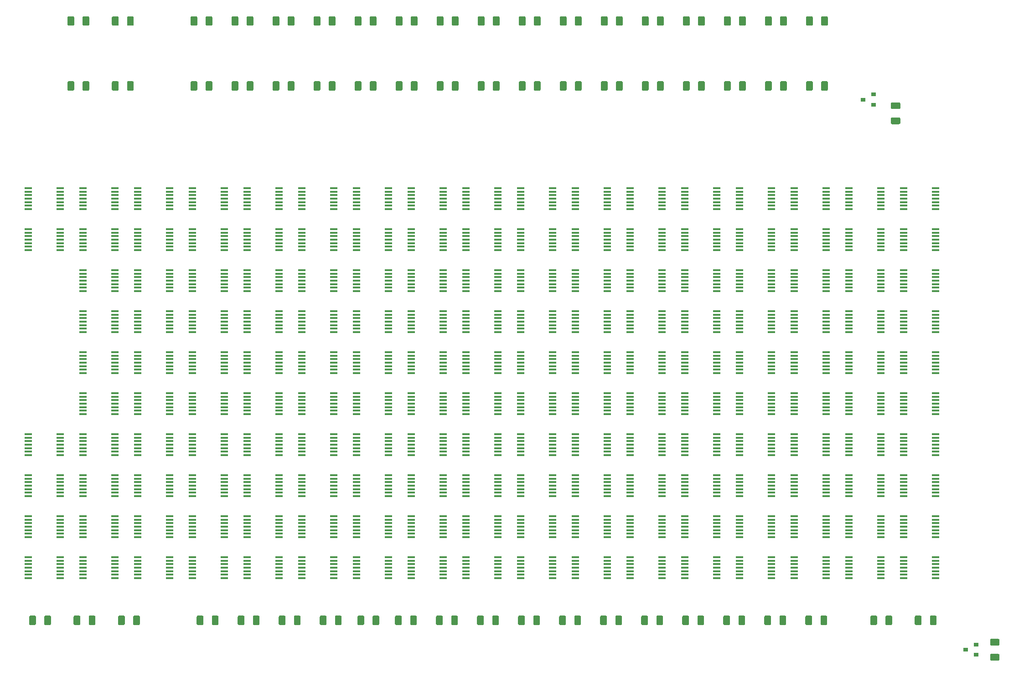
<source format=gbr>
G04 #@! TF.GenerationSoftware,KiCad,Pcbnew,5.1.5-52549c5~84~ubuntu18.04.1*
G04 #@! TF.CreationDate,2020-05-17T15:57:07-07:00*
G04 #@! TF.ProjectId,alu,616c752e-6b69-4636-9164-5f7063625858,rev?*
G04 #@! TF.SameCoordinates,Original*
G04 #@! TF.FileFunction,Paste,Top*
G04 #@! TF.FilePolarity,Positive*
%FSLAX46Y46*%
G04 Gerber Fmt 4.6, Leading zero omitted, Abs format (unit mm)*
G04 Created by KiCad (PCBNEW 5.1.5-52549c5~84~ubuntu18.04.1) date 2020-05-17 15:57:07*
%MOMM*%
%LPD*%
G04 APERTURE LIST*
%ADD10C,0.100000*%
%ADD11R,0.900000X0.800000*%
%ADD12R,1.450000X0.450000*%
G04 APERTURE END LIST*
D10*
G36*
X239409504Y-145931204D02*
G01*
X239433773Y-145934804D01*
X239457571Y-145940765D01*
X239480671Y-145949030D01*
X239502849Y-145959520D01*
X239523893Y-145972133D01*
X239543598Y-145986747D01*
X239561777Y-146003223D01*
X239578253Y-146021402D01*
X239592867Y-146041107D01*
X239605480Y-146062151D01*
X239615970Y-146084329D01*
X239624235Y-146107429D01*
X239630196Y-146131227D01*
X239633796Y-146155496D01*
X239635000Y-146180000D01*
X239635000Y-146930000D01*
X239633796Y-146954504D01*
X239630196Y-146978773D01*
X239624235Y-147002571D01*
X239615970Y-147025671D01*
X239605480Y-147047849D01*
X239592867Y-147068893D01*
X239578253Y-147088598D01*
X239561777Y-147106777D01*
X239543598Y-147123253D01*
X239523893Y-147137867D01*
X239502849Y-147150480D01*
X239480671Y-147160970D01*
X239457571Y-147169235D01*
X239433773Y-147175196D01*
X239409504Y-147178796D01*
X239385000Y-147180000D01*
X238135000Y-147180000D01*
X238110496Y-147178796D01*
X238086227Y-147175196D01*
X238062429Y-147169235D01*
X238039329Y-147160970D01*
X238017151Y-147150480D01*
X237996107Y-147137867D01*
X237976402Y-147123253D01*
X237958223Y-147106777D01*
X237941747Y-147088598D01*
X237927133Y-147068893D01*
X237914520Y-147047849D01*
X237904030Y-147025671D01*
X237895765Y-147002571D01*
X237889804Y-146978773D01*
X237886204Y-146954504D01*
X237885000Y-146930000D01*
X237885000Y-146180000D01*
X237886204Y-146155496D01*
X237889804Y-146131227D01*
X237895765Y-146107429D01*
X237904030Y-146084329D01*
X237914520Y-146062151D01*
X237927133Y-146041107D01*
X237941747Y-146021402D01*
X237958223Y-146003223D01*
X237976402Y-145986747D01*
X237996107Y-145972133D01*
X238017151Y-145959520D01*
X238039329Y-145949030D01*
X238062429Y-145940765D01*
X238086227Y-145934804D01*
X238110496Y-145931204D01*
X238135000Y-145930000D01*
X239385000Y-145930000D01*
X239409504Y-145931204D01*
G37*
G36*
X239409504Y-148731204D02*
G01*
X239433773Y-148734804D01*
X239457571Y-148740765D01*
X239480671Y-148749030D01*
X239502849Y-148759520D01*
X239523893Y-148772133D01*
X239543598Y-148786747D01*
X239561777Y-148803223D01*
X239578253Y-148821402D01*
X239592867Y-148841107D01*
X239605480Y-148862151D01*
X239615970Y-148884329D01*
X239624235Y-148907429D01*
X239630196Y-148931227D01*
X239633796Y-148955496D01*
X239635000Y-148980000D01*
X239635000Y-149730000D01*
X239633796Y-149754504D01*
X239630196Y-149778773D01*
X239624235Y-149802571D01*
X239615970Y-149825671D01*
X239605480Y-149847849D01*
X239592867Y-149868893D01*
X239578253Y-149888598D01*
X239561777Y-149906777D01*
X239543598Y-149923253D01*
X239523893Y-149937867D01*
X239502849Y-149950480D01*
X239480671Y-149960970D01*
X239457571Y-149969235D01*
X239433773Y-149975196D01*
X239409504Y-149978796D01*
X239385000Y-149980000D01*
X238135000Y-149980000D01*
X238110496Y-149978796D01*
X238086227Y-149975196D01*
X238062429Y-149969235D01*
X238039329Y-149960970D01*
X238017151Y-149950480D01*
X237996107Y-149937867D01*
X237976402Y-149923253D01*
X237958223Y-149906777D01*
X237941747Y-149888598D01*
X237927133Y-149868893D01*
X237914520Y-149847849D01*
X237904030Y-149825671D01*
X237895765Y-149802571D01*
X237889804Y-149778773D01*
X237886204Y-149754504D01*
X237885000Y-149730000D01*
X237885000Y-148980000D01*
X237886204Y-148955496D01*
X237889804Y-148931227D01*
X237895765Y-148907429D01*
X237904030Y-148884329D01*
X237914520Y-148862151D01*
X237927133Y-148841107D01*
X237941747Y-148821402D01*
X237958223Y-148803223D01*
X237976402Y-148786747D01*
X237996107Y-148772133D01*
X238017151Y-148759520D01*
X238039329Y-148749030D01*
X238062429Y-148740765D01*
X238086227Y-148734804D01*
X238110496Y-148731204D01*
X238135000Y-148730000D01*
X239385000Y-148730000D01*
X239409504Y-148731204D01*
G37*
D11*
X233315000Y-147955000D03*
X235315000Y-147005000D03*
X235315000Y-148905000D03*
D12*
X75340000Y-115525000D03*
X75340000Y-116175000D03*
X75340000Y-116825000D03*
X75340000Y-117475000D03*
X75340000Y-118125000D03*
X75340000Y-118775000D03*
X75340000Y-119425000D03*
X69440000Y-119425000D03*
X69440000Y-118775000D03*
X69440000Y-118125000D03*
X69440000Y-117475000D03*
X69440000Y-116825000D03*
X69440000Y-116175000D03*
X69440000Y-115525000D03*
X85500000Y-115525000D03*
X85500000Y-116175000D03*
X85500000Y-116825000D03*
X85500000Y-117475000D03*
X85500000Y-118125000D03*
X85500000Y-118775000D03*
X85500000Y-119425000D03*
X79600000Y-119425000D03*
X79600000Y-118775000D03*
X79600000Y-118125000D03*
X79600000Y-117475000D03*
X79600000Y-116825000D03*
X79600000Y-116175000D03*
X79600000Y-115525000D03*
X95660000Y-115525000D03*
X95660000Y-116175000D03*
X95660000Y-116825000D03*
X95660000Y-117475000D03*
X95660000Y-118125000D03*
X95660000Y-118775000D03*
X95660000Y-119425000D03*
X89760000Y-119425000D03*
X89760000Y-118775000D03*
X89760000Y-118125000D03*
X89760000Y-117475000D03*
X89760000Y-116825000D03*
X89760000Y-116175000D03*
X89760000Y-115525000D03*
X85500000Y-107905000D03*
X85500000Y-108555000D03*
X85500000Y-109205000D03*
X85500000Y-109855000D03*
X85500000Y-110505000D03*
X85500000Y-111155000D03*
X85500000Y-111805000D03*
X79600000Y-111805000D03*
X79600000Y-111155000D03*
X79600000Y-110505000D03*
X79600000Y-109855000D03*
X79600000Y-109205000D03*
X79600000Y-108555000D03*
X79600000Y-107905000D03*
X105820000Y-107905000D03*
X105820000Y-108555000D03*
X105820000Y-109205000D03*
X105820000Y-109855000D03*
X105820000Y-110505000D03*
X105820000Y-111155000D03*
X105820000Y-111805000D03*
X99920000Y-111805000D03*
X99920000Y-111155000D03*
X99920000Y-110505000D03*
X99920000Y-109855000D03*
X99920000Y-109205000D03*
X99920000Y-108555000D03*
X99920000Y-107905000D03*
X75340000Y-107905000D03*
X75340000Y-108555000D03*
X75340000Y-109205000D03*
X75340000Y-109855000D03*
X75340000Y-110505000D03*
X75340000Y-111155000D03*
X75340000Y-111805000D03*
X69440000Y-111805000D03*
X69440000Y-111155000D03*
X69440000Y-110505000D03*
X69440000Y-109855000D03*
X69440000Y-109205000D03*
X69440000Y-108555000D03*
X69440000Y-107905000D03*
X85500000Y-100285000D03*
X85500000Y-100935000D03*
X85500000Y-101585000D03*
X85500000Y-102235000D03*
X85500000Y-102885000D03*
X85500000Y-103535000D03*
X85500000Y-104185000D03*
X79600000Y-104185000D03*
X79600000Y-103535000D03*
X79600000Y-102885000D03*
X79600000Y-102235000D03*
X79600000Y-101585000D03*
X79600000Y-100935000D03*
X79600000Y-100285000D03*
X75340000Y-100285000D03*
X75340000Y-100935000D03*
X75340000Y-101585000D03*
X75340000Y-102235000D03*
X75340000Y-102885000D03*
X75340000Y-103535000D03*
X75340000Y-104185000D03*
X69440000Y-104185000D03*
X69440000Y-103535000D03*
X69440000Y-102885000D03*
X69440000Y-102235000D03*
X69440000Y-101585000D03*
X69440000Y-100935000D03*
X69440000Y-100285000D03*
X85500000Y-92665000D03*
X85500000Y-93315000D03*
X85500000Y-93965000D03*
X85500000Y-94615000D03*
X85500000Y-95265000D03*
X85500000Y-95915000D03*
X85500000Y-96565000D03*
X79600000Y-96565000D03*
X79600000Y-95915000D03*
X79600000Y-95265000D03*
X79600000Y-94615000D03*
X79600000Y-93965000D03*
X79600000Y-93315000D03*
X79600000Y-92665000D03*
X95660000Y-107905000D03*
X95660000Y-108555000D03*
X95660000Y-109205000D03*
X95660000Y-109855000D03*
X95660000Y-110505000D03*
X95660000Y-111155000D03*
X95660000Y-111805000D03*
X89760000Y-111805000D03*
X89760000Y-111155000D03*
X89760000Y-110505000D03*
X89760000Y-109855000D03*
X89760000Y-109205000D03*
X89760000Y-108555000D03*
X89760000Y-107905000D03*
X105820000Y-92665000D03*
X105820000Y-93315000D03*
X105820000Y-93965000D03*
X105820000Y-94615000D03*
X105820000Y-95265000D03*
X105820000Y-95915000D03*
X105820000Y-96565000D03*
X99920000Y-96565000D03*
X99920000Y-95915000D03*
X99920000Y-95265000D03*
X99920000Y-94615000D03*
X99920000Y-93965000D03*
X99920000Y-93315000D03*
X99920000Y-92665000D03*
X75340000Y-92665000D03*
X75340000Y-93315000D03*
X75340000Y-93965000D03*
X75340000Y-94615000D03*
X75340000Y-95265000D03*
X75340000Y-95915000D03*
X75340000Y-96565000D03*
X69440000Y-96565000D03*
X69440000Y-95915000D03*
X69440000Y-95265000D03*
X69440000Y-94615000D03*
X69440000Y-93965000D03*
X69440000Y-93315000D03*
X69440000Y-92665000D03*
X75340000Y-85045000D03*
X75340000Y-85695000D03*
X75340000Y-86345000D03*
X75340000Y-86995000D03*
X75340000Y-87645000D03*
X75340000Y-88295000D03*
X75340000Y-88945000D03*
X69440000Y-88945000D03*
X69440000Y-88295000D03*
X69440000Y-87645000D03*
X69440000Y-86995000D03*
X69440000Y-86345000D03*
X69440000Y-85695000D03*
X69440000Y-85045000D03*
X105820000Y-100285000D03*
X105820000Y-100935000D03*
X105820000Y-101585000D03*
X105820000Y-102235000D03*
X105820000Y-102885000D03*
X105820000Y-103535000D03*
X105820000Y-104185000D03*
X99920000Y-104185000D03*
X99920000Y-103535000D03*
X99920000Y-102885000D03*
X99920000Y-102235000D03*
X99920000Y-101585000D03*
X99920000Y-100935000D03*
X99920000Y-100285000D03*
X95660000Y-100285000D03*
X95660000Y-100935000D03*
X95660000Y-101585000D03*
X95660000Y-102235000D03*
X95660000Y-102885000D03*
X95660000Y-103535000D03*
X95660000Y-104185000D03*
X89760000Y-104185000D03*
X89760000Y-103535000D03*
X89760000Y-102885000D03*
X89760000Y-102235000D03*
X89760000Y-101585000D03*
X89760000Y-100935000D03*
X89760000Y-100285000D03*
X95660000Y-92665000D03*
X95660000Y-93315000D03*
X95660000Y-93965000D03*
X95660000Y-94615000D03*
X95660000Y-95265000D03*
X95660000Y-95915000D03*
X95660000Y-96565000D03*
X89760000Y-96565000D03*
X89760000Y-95915000D03*
X89760000Y-95265000D03*
X89760000Y-94615000D03*
X89760000Y-93965000D03*
X89760000Y-93315000D03*
X89760000Y-92665000D03*
X95660000Y-85045000D03*
X95660000Y-85695000D03*
X95660000Y-86345000D03*
X95660000Y-86995000D03*
X95660000Y-87645000D03*
X95660000Y-88295000D03*
X95660000Y-88945000D03*
X89760000Y-88945000D03*
X89760000Y-88295000D03*
X89760000Y-87645000D03*
X89760000Y-86995000D03*
X89760000Y-86345000D03*
X89760000Y-85695000D03*
X89760000Y-85045000D03*
X115980000Y-115525000D03*
X115980000Y-116175000D03*
X115980000Y-116825000D03*
X115980000Y-117475000D03*
X115980000Y-118125000D03*
X115980000Y-118775000D03*
X115980000Y-119425000D03*
X110080000Y-119425000D03*
X110080000Y-118775000D03*
X110080000Y-118125000D03*
X110080000Y-117475000D03*
X110080000Y-116825000D03*
X110080000Y-116175000D03*
X110080000Y-115525000D03*
X126140000Y-115525000D03*
X126140000Y-116175000D03*
X126140000Y-116825000D03*
X126140000Y-117475000D03*
X126140000Y-118125000D03*
X126140000Y-118775000D03*
X126140000Y-119425000D03*
X120240000Y-119425000D03*
X120240000Y-118775000D03*
X120240000Y-118125000D03*
X120240000Y-117475000D03*
X120240000Y-116825000D03*
X120240000Y-116175000D03*
X120240000Y-115525000D03*
X136300000Y-115525000D03*
X136300000Y-116175000D03*
X136300000Y-116825000D03*
X136300000Y-117475000D03*
X136300000Y-118125000D03*
X136300000Y-118775000D03*
X136300000Y-119425000D03*
X130400000Y-119425000D03*
X130400000Y-118775000D03*
X130400000Y-118125000D03*
X130400000Y-117475000D03*
X130400000Y-116825000D03*
X130400000Y-116175000D03*
X130400000Y-115525000D03*
X126140000Y-107905000D03*
X126140000Y-108555000D03*
X126140000Y-109205000D03*
X126140000Y-109855000D03*
X126140000Y-110505000D03*
X126140000Y-111155000D03*
X126140000Y-111805000D03*
X120240000Y-111805000D03*
X120240000Y-111155000D03*
X120240000Y-110505000D03*
X120240000Y-109855000D03*
X120240000Y-109205000D03*
X120240000Y-108555000D03*
X120240000Y-107905000D03*
X146460000Y-107905000D03*
X146460000Y-108555000D03*
X146460000Y-109205000D03*
X146460000Y-109855000D03*
X146460000Y-110505000D03*
X146460000Y-111155000D03*
X146460000Y-111805000D03*
X140560000Y-111805000D03*
X140560000Y-111155000D03*
X140560000Y-110505000D03*
X140560000Y-109855000D03*
X140560000Y-109205000D03*
X140560000Y-108555000D03*
X140560000Y-107905000D03*
X115980000Y-107905000D03*
X115980000Y-108555000D03*
X115980000Y-109205000D03*
X115980000Y-109855000D03*
X115980000Y-110505000D03*
X115980000Y-111155000D03*
X115980000Y-111805000D03*
X110080000Y-111805000D03*
X110080000Y-111155000D03*
X110080000Y-110505000D03*
X110080000Y-109855000D03*
X110080000Y-109205000D03*
X110080000Y-108555000D03*
X110080000Y-107905000D03*
X126140000Y-100285000D03*
X126140000Y-100935000D03*
X126140000Y-101585000D03*
X126140000Y-102235000D03*
X126140000Y-102885000D03*
X126140000Y-103535000D03*
X126140000Y-104185000D03*
X120240000Y-104185000D03*
X120240000Y-103535000D03*
X120240000Y-102885000D03*
X120240000Y-102235000D03*
X120240000Y-101585000D03*
X120240000Y-100935000D03*
X120240000Y-100285000D03*
X115980000Y-100285000D03*
X115980000Y-100935000D03*
X115980000Y-101585000D03*
X115980000Y-102235000D03*
X115980000Y-102885000D03*
X115980000Y-103535000D03*
X115980000Y-104185000D03*
X110080000Y-104185000D03*
X110080000Y-103535000D03*
X110080000Y-102885000D03*
X110080000Y-102235000D03*
X110080000Y-101585000D03*
X110080000Y-100935000D03*
X110080000Y-100285000D03*
X126140000Y-92665000D03*
X126140000Y-93315000D03*
X126140000Y-93965000D03*
X126140000Y-94615000D03*
X126140000Y-95265000D03*
X126140000Y-95915000D03*
X126140000Y-96565000D03*
X120240000Y-96565000D03*
X120240000Y-95915000D03*
X120240000Y-95265000D03*
X120240000Y-94615000D03*
X120240000Y-93965000D03*
X120240000Y-93315000D03*
X120240000Y-92665000D03*
X136300000Y-107905000D03*
X136300000Y-108555000D03*
X136300000Y-109205000D03*
X136300000Y-109855000D03*
X136300000Y-110505000D03*
X136300000Y-111155000D03*
X136300000Y-111805000D03*
X130400000Y-111805000D03*
X130400000Y-111155000D03*
X130400000Y-110505000D03*
X130400000Y-109855000D03*
X130400000Y-109205000D03*
X130400000Y-108555000D03*
X130400000Y-107905000D03*
X146460000Y-92665000D03*
X146460000Y-93315000D03*
X146460000Y-93965000D03*
X146460000Y-94615000D03*
X146460000Y-95265000D03*
X146460000Y-95915000D03*
X146460000Y-96565000D03*
X140560000Y-96565000D03*
X140560000Y-95915000D03*
X140560000Y-95265000D03*
X140560000Y-94615000D03*
X140560000Y-93965000D03*
X140560000Y-93315000D03*
X140560000Y-92665000D03*
X115980000Y-92665000D03*
X115980000Y-93315000D03*
X115980000Y-93965000D03*
X115980000Y-94615000D03*
X115980000Y-95265000D03*
X115980000Y-95915000D03*
X115980000Y-96565000D03*
X110080000Y-96565000D03*
X110080000Y-95915000D03*
X110080000Y-95265000D03*
X110080000Y-94615000D03*
X110080000Y-93965000D03*
X110080000Y-93315000D03*
X110080000Y-92665000D03*
X115980000Y-85045000D03*
X115980000Y-85695000D03*
X115980000Y-86345000D03*
X115980000Y-86995000D03*
X115980000Y-87645000D03*
X115980000Y-88295000D03*
X115980000Y-88945000D03*
X110080000Y-88945000D03*
X110080000Y-88295000D03*
X110080000Y-87645000D03*
X110080000Y-86995000D03*
X110080000Y-86345000D03*
X110080000Y-85695000D03*
X110080000Y-85045000D03*
X146460000Y-100285000D03*
X146460000Y-100935000D03*
X146460000Y-101585000D03*
X146460000Y-102235000D03*
X146460000Y-102885000D03*
X146460000Y-103535000D03*
X146460000Y-104185000D03*
X140560000Y-104185000D03*
X140560000Y-103535000D03*
X140560000Y-102885000D03*
X140560000Y-102235000D03*
X140560000Y-101585000D03*
X140560000Y-100935000D03*
X140560000Y-100285000D03*
X136300000Y-100285000D03*
X136300000Y-100935000D03*
X136300000Y-101585000D03*
X136300000Y-102235000D03*
X136300000Y-102885000D03*
X136300000Y-103535000D03*
X136300000Y-104185000D03*
X130400000Y-104185000D03*
X130400000Y-103535000D03*
X130400000Y-102885000D03*
X130400000Y-102235000D03*
X130400000Y-101585000D03*
X130400000Y-100935000D03*
X130400000Y-100285000D03*
X136300000Y-92665000D03*
X136300000Y-93315000D03*
X136300000Y-93965000D03*
X136300000Y-94615000D03*
X136300000Y-95265000D03*
X136300000Y-95915000D03*
X136300000Y-96565000D03*
X130400000Y-96565000D03*
X130400000Y-95915000D03*
X130400000Y-95265000D03*
X130400000Y-94615000D03*
X130400000Y-93965000D03*
X130400000Y-93315000D03*
X130400000Y-92665000D03*
X136300000Y-85045000D03*
X136300000Y-85695000D03*
X136300000Y-86345000D03*
X136300000Y-86995000D03*
X136300000Y-87645000D03*
X136300000Y-88295000D03*
X136300000Y-88945000D03*
X130400000Y-88945000D03*
X130400000Y-88295000D03*
X130400000Y-87645000D03*
X130400000Y-86995000D03*
X130400000Y-86345000D03*
X130400000Y-85695000D03*
X130400000Y-85045000D03*
X156620000Y-115525000D03*
X156620000Y-116175000D03*
X156620000Y-116825000D03*
X156620000Y-117475000D03*
X156620000Y-118125000D03*
X156620000Y-118775000D03*
X156620000Y-119425000D03*
X150720000Y-119425000D03*
X150720000Y-118775000D03*
X150720000Y-118125000D03*
X150720000Y-117475000D03*
X150720000Y-116825000D03*
X150720000Y-116175000D03*
X150720000Y-115525000D03*
X166780000Y-115525000D03*
X166780000Y-116175000D03*
X166780000Y-116825000D03*
X166780000Y-117475000D03*
X166780000Y-118125000D03*
X166780000Y-118775000D03*
X166780000Y-119425000D03*
X160880000Y-119425000D03*
X160880000Y-118775000D03*
X160880000Y-118125000D03*
X160880000Y-117475000D03*
X160880000Y-116825000D03*
X160880000Y-116175000D03*
X160880000Y-115525000D03*
X176940000Y-115525000D03*
X176940000Y-116175000D03*
X176940000Y-116825000D03*
X176940000Y-117475000D03*
X176940000Y-118125000D03*
X176940000Y-118775000D03*
X176940000Y-119425000D03*
X171040000Y-119425000D03*
X171040000Y-118775000D03*
X171040000Y-118125000D03*
X171040000Y-117475000D03*
X171040000Y-116825000D03*
X171040000Y-116175000D03*
X171040000Y-115525000D03*
X166780000Y-107905000D03*
X166780000Y-108555000D03*
X166780000Y-109205000D03*
X166780000Y-109855000D03*
X166780000Y-110505000D03*
X166780000Y-111155000D03*
X166780000Y-111805000D03*
X160880000Y-111805000D03*
X160880000Y-111155000D03*
X160880000Y-110505000D03*
X160880000Y-109855000D03*
X160880000Y-109205000D03*
X160880000Y-108555000D03*
X160880000Y-107905000D03*
X187100000Y-107905000D03*
X187100000Y-108555000D03*
X187100000Y-109205000D03*
X187100000Y-109855000D03*
X187100000Y-110505000D03*
X187100000Y-111155000D03*
X187100000Y-111805000D03*
X181200000Y-111805000D03*
X181200000Y-111155000D03*
X181200000Y-110505000D03*
X181200000Y-109855000D03*
X181200000Y-109205000D03*
X181200000Y-108555000D03*
X181200000Y-107905000D03*
X156620000Y-107905000D03*
X156620000Y-108555000D03*
X156620000Y-109205000D03*
X156620000Y-109855000D03*
X156620000Y-110505000D03*
X156620000Y-111155000D03*
X156620000Y-111805000D03*
X150720000Y-111805000D03*
X150720000Y-111155000D03*
X150720000Y-110505000D03*
X150720000Y-109855000D03*
X150720000Y-109205000D03*
X150720000Y-108555000D03*
X150720000Y-107905000D03*
X166780000Y-100285000D03*
X166780000Y-100935000D03*
X166780000Y-101585000D03*
X166780000Y-102235000D03*
X166780000Y-102885000D03*
X166780000Y-103535000D03*
X166780000Y-104185000D03*
X160880000Y-104185000D03*
X160880000Y-103535000D03*
X160880000Y-102885000D03*
X160880000Y-102235000D03*
X160880000Y-101585000D03*
X160880000Y-100935000D03*
X160880000Y-100285000D03*
X156620000Y-100285000D03*
X156620000Y-100935000D03*
X156620000Y-101585000D03*
X156620000Y-102235000D03*
X156620000Y-102885000D03*
X156620000Y-103535000D03*
X156620000Y-104185000D03*
X150720000Y-104185000D03*
X150720000Y-103535000D03*
X150720000Y-102885000D03*
X150720000Y-102235000D03*
X150720000Y-101585000D03*
X150720000Y-100935000D03*
X150720000Y-100285000D03*
X166780000Y-92665000D03*
X166780000Y-93315000D03*
X166780000Y-93965000D03*
X166780000Y-94615000D03*
X166780000Y-95265000D03*
X166780000Y-95915000D03*
X166780000Y-96565000D03*
X160880000Y-96565000D03*
X160880000Y-95915000D03*
X160880000Y-95265000D03*
X160880000Y-94615000D03*
X160880000Y-93965000D03*
X160880000Y-93315000D03*
X160880000Y-92665000D03*
X176940000Y-107905000D03*
X176940000Y-108555000D03*
X176940000Y-109205000D03*
X176940000Y-109855000D03*
X176940000Y-110505000D03*
X176940000Y-111155000D03*
X176940000Y-111805000D03*
X171040000Y-111805000D03*
X171040000Y-111155000D03*
X171040000Y-110505000D03*
X171040000Y-109855000D03*
X171040000Y-109205000D03*
X171040000Y-108555000D03*
X171040000Y-107905000D03*
X187100000Y-92665000D03*
X187100000Y-93315000D03*
X187100000Y-93965000D03*
X187100000Y-94615000D03*
X187100000Y-95265000D03*
X187100000Y-95915000D03*
X187100000Y-96565000D03*
X181200000Y-96565000D03*
X181200000Y-95915000D03*
X181200000Y-95265000D03*
X181200000Y-94615000D03*
X181200000Y-93965000D03*
X181200000Y-93315000D03*
X181200000Y-92665000D03*
X156620000Y-92665000D03*
X156620000Y-93315000D03*
X156620000Y-93965000D03*
X156620000Y-94615000D03*
X156620000Y-95265000D03*
X156620000Y-95915000D03*
X156620000Y-96565000D03*
X150720000Y-96565000D03*
X150720000Y-95915000D03*
X150720000Y-95265000D03*
X150720000Y-94615000D03*
X150720000Y-93965000D03*
X150720000Y-93315000D03*
X150720000Y-92665000D03*
X156620000Y-85045000D03*
X156620000Y-85695000D03*
X156620000Y-86345000D03*
X156620000Y-86995000D03*
X156620000Y-87645000D03*
X156620000Y-88295000D03*
X156620000Y-88945000D03*
X150720000Y-88945000D03*
X150720000Y-88295000D03*
X150720000Y-87645000D03*
X150720000Y-86995000D03*
X150720000Y-86345000D03*
X150720000Y-85695000D03*
X150720000Y-85045000D03*
X187100000Y-100285000D03*
X187100000Y-100935000D03*
X187100000Y-101585000D03*
X187100000Y-102235000D03*
X187100000Y-102885000D03*
X187100000Y-103535000D03*
X187100000Y-104185000D03*
X181200000Y-104185000D03*
X181200000Y-103535000D03*
X181200000Y-102885000D03*
X181200000Y-102235000D03*
X181200000Y-101585000D03*
X181200000Y-100935000D03*
X181200000Y-100285000D03*
X176940000Y-100285000D03*
X176940000Y-100935000D03*
X176940000Y-101585000D03*
X176940000Y-102235000D03*
X176940000Y-102885000D03*
X176940000Y-103535000D03*
X176940000Y-104185000D03*
X171040000Y-104185000D03*
X171040000Y-103535000D03*
X171040000Y-102885000D03*
X171040000Y-102235000D03*
X171040000Y-101585000D03*
X171040000Y-100935000D03*
X171040000Y-100285000D03*
X176940000Y-92665000D03*
X176940000Y-93315000D03*
X176940000Y-93965000D03*
X176940000Y-94615000D03*
X176940000Y-95265000D03*
X176940000Y-95915000D03*
X176940000Y-96565000D03*
X171040000Y-96565000D03*
X171040000Y-95915000D03*
X171040000Y-95265000D03*
X171040000Y-94615000D03*
X171040000Y-93965000D03*
X171040000Y-93315000D03*
X171040000Y-92665000D03*
X176940000Y-85045000D03*
X176940000Y-85695000D03*
X176940000Y-86345000D03*
X176940000Y-86995000D03*
X176940000Y-87645000D03*
X176940000Y-88295000D03*
X176940000Y-88945000D03*
X171040000Y-88945000D03*
X171040000Y-88295000D03*
X171040000Y-87645000D03*
X171040000Y-86995000D03*
X171040000Y-86345000D03*
X171040000Y-85695000D03*
X171040000Y-85045000D03*
X197260000Y-115525000D03*
X197260000Y-116175000D03*
X197260000Y-116825000D03*
X197260000Y-117475000D03*
X197260000Y-118125000D03*
X197260000Y-118775000D03*
X197260000Y-119425000D03*
X191360000Y-119425000D03*
X191360000Y-118775000D03*
X191360000Y-118125000D03*
X191360000Y-117475000D03*
X191360000Y-116825000D03*
X191360000Y-116175000D03*
X191360000Y-115525000D03*
X207420000Y-115525000D03*
X207420000Y-116175000D03*
X207420000Y-116825000D03*
X207420000Y-117475000D03*
X207420000Y-118125000D03*
X207420000Y-118775000D03*
X207420000Y-119425000D03*
X201520000Y-119425000D03*
X201520000Y-118775000D03*
X201520000Y-118125000D03*
X201520000Y-117475000D03*
X201520000Y-116825000D03*
X201520000Y-116175000D03*
X201520000Y-115525000D03*
X217580000Y-115525000D03*
X217580000Y-116175000D03*
X217580000Y-116825000D03*
X217580000Y-117475000D03*
X217580000Y-118125000D03*
X217580000Y-118775000D03*
X217580000Y-119425000D03*
X211680000Y-119425000D03*
X211680000Y-118775000D03*
X211680000Y-118125000D03*
X211680000Y-117475000D03*
X211680000Y-116825000D03*
X211680000Y-116175000D03*
X211680000Y-115525000D03*
X207420000Y-107905000D03*
X207420000Y-108555000D03*
X207420000Y-109205000D03*
X207420000Y-109855000D03*
X207420000Y-110505000D03*
X207420000Y-111155000D03*
X207420000Y-111805000D03*
X201520000Y-111805000D03*
X201520000Y-111155000D03*
X201520000Y-110505000D03*
X201520000Y-109855000D03*
X201520000Y-109205000D03*
X201520000Y-108555000D03*
X201520000Y-107905000D03*
X227740000Y-107905000D03*
X227740000Y-108555000D03*
X227740000Y-109205000D03*
X227740000Y-109855000D03*
X227740000Y-110505000D03*
X227740000Y-111155000D03*
X227740000Y-111805000D03*
X221840000Y-111805000D03*
X221840000Y-111155000D03*
X221840000Y-110505000D03*
X221840000Y-109855000D03*
X221840000Y-109205000D03*
X221840000Y-108555000D03*
X221840000Y-107905000D03*
X197260000Y-107905000D03*
X197260000Y-108555000D03*
X197260000Y-109205000D03*
X197260000Y-109855000D03*
X197260000Y-110505000D03*
X197260000Y-111155000D03*
X197260000Y-111805000D03*
X191360000Y-111805000D03*
X191360000Y-111155000D03*
X191360000Y-110505000D03*
X191360000Y-109855000D03*
X191360000Y-109205000D03*
X191360000Y-108555000D03*
X191360000Y-107905000D03*
X207420000Y-100285000D03*
X207420000Y-100935000D03*
X207420000Y-101585000D03*
X207420000Y-102235000D03*
X207420000Y-102885000D03*
X207420000Y-103535000D03*
X207420000Y-104185000D03*
X201520000Y-104185000D03*
X201520000Y-103535000D03*
X201520000Y-102885000D03*
X201520000Y-102235000D03*
X201520000Y-101585000D03*
X201520000Y-100935000D03*
X201520000Y-100285000D03*
X197260000Y-100285000D03*
X197260000Y-100935000D03*
X197260000Y-101585000D03*
X197260000Y-102235000D03*
X197260000Y-102885000D03*
X197260000Y-103535000D03*
X197260000Y-104185000D03*
X191360000Y-104185000D03*
X191360000Y-103535000D03*
X191360000Y-102885000D03*
X191360000Y-102235000D03*
X191360000Y-101585000D03*
X191360000Y-100935000D03*
X191360000Y-100285000D03*
X207420000Y-92665000D03*
X207420000Y-93315000D03*
X207420000Y-93965000D03*
X207420000Y-94615000D03*
X207420000Y-95265000D03*
X207420000Y-95915000D03*
X207420000Y-96565000D03*
X201520000Y-96565000D03*
X201520000Y-95915000D03*
X201520000Y-95265000D03*
X201520000Y-94615000D03*
X201520000Y-93965000D03*
X201520000Y-93315000D03*
X201520000Y-92665000D03*
X217580000Y-107905000D03*
X217580000Y-108555000D03*
X217580000Y-109205000D03*
X217580000Y-109855000D03*
X217580000Y-110505000D03*
X217580000Y-111155000D03*
X217580000Y-111805000D03*
X211680000Y-111805000D03*
X211680000Y-111155000D03*
X211680000Y-110505000D03*
X211680000Y-109855000D03*
X211680000Y-109205000D03*
X211680000Y-108555000D03*
X211680000Y-107905000D03*
X227740000Y-92665000D03*
X227740000Y-93315000D03*
X227740000Y-93965000D03*
X227740000Y-94615000D03*
X227740000Y-95265000D03*
X227740000Y-95915000D03*
X227740000Y-96565000D03*
X221840000Y-96565000D03*
X221840000Y-95915000D03*
X221840000Y-95265000D03*
X221840000Y-94615000D03*
X221840000Y-93965000D03*
X221840000Y-93315000D03*
X221840000Y-92665000D03*
X197260000Y-92665000D03*
X197260000Y-93315000D03*
X197260000Y-93965000D03*
X197260000Y-94615000D03*
X197260000Y-95265000D03*
X197260000Y-95915000D03*
X197260000Y-96565000D03*
X191360000Y-96565000D03*
X191360000Y-95915000D03*
X191360000Y-95265000D03*
X191360000Y-94615000D03*
X191360000Y-93965000D03*
X191360000Y-93315000D03*
X191360000Y-92665000D03*
X197260000Y-85045000D03*
X197260000Y-85695000D03*
X197260000Y-86345000D03*
X197260000Y-86995000D03*
X197260000Y-87645000D03*
X197260000Y-88295000D03*
X197260000Y-88945000D03*
X191360000Y-88945000D03*
X191360000Y-88295000D03*
X191360000Y-87645000D03*
X191360000Y-86995000D03*
X191360000Y-86345000D03*
X191360000Y-85695000D03*
X191360000Y-85045000D03*
X227740000Y-100285000D03*
X227740000Y-100935000D03*
X227740000Y-101585000D03*
X227740000Y-102235000D03*
X227740000Y-102885000D03*
X227740000Y-103535000D03*
X227740000Y-104185000D03*
X221840000Y-104185000D03*
X221840000Y-103535000D03*
X221840000Y-102885000D03*
X221840000Y-102235000D03*
X221840000Y-101585000D03*
X221840000Y-100935000D03*
X221840000Y-100285000D03*
X217580000Y-100285000D03*
X217580000Y-100935000D03*
X217580000Y-101585000D03*
X217580000Y-102235000D03*
X217580000Y-102885000D03*
X217580000Y-103535000D03*
X217580000Y-104185000D03*
X211680000Y-104185000D03*
X211680000Y-103535000D03*
X211680000Y-102885000D03*
X211680000Y-102235000D03*
X211680000Y-101585000D03*
X211680000Y-100935000D03*
X211680000Y-100285000D03*
X217580000Y-92665000D03*
X217580000Y-93315000D03*
X217580000Y-93965000D03*
X217580000Y-94615000D03*
X217580000Y-95265000D03*
X217580000Y-95915000D03*
X217580000Y-96565000D03*
X211680000Y-96565000D03*
X211680000Y-95915000D03*
X211680000Y-95265000D03*
X211680000Y-94615000D03*
X211680000Y-93965000D03*
X211680000Y-93315000D03*
X211680000Y-92665000D03*
X217580000Y-85045000D03*
X217580000Y-85695000D03*
X217580000Y-86345000D03*
X217580000Y-86995000D03*
X217580000Y-87645000D03*
X217580000Y-88295000D03*
X217580000Y-88945000D03*
X211680000Y-88945000D03*
X211680000Y-88295000D03*
X211680000Y-87645000D03*
X211680000Y-86995000D03*
X211680000Y-86345000D03*
X211680000Y-85695000D03*
X211680000Y-85045000D03*
X65180000Y-130765000D03*
X65180000Y-131415000D03*
X65180000Y-132065000D03*
X65180000Y-132715000D03*
X65180000Y-133365000D03*
X65180000Y-134015000D03*
X65180000Y-134665000D03*
X59280000Y-134665000D03*
X59280000Y-134015000D03*
X59280000Y-133365000D03*
X59280000Y-132715000D03*
X59280000Y-132065000D03*
X59280000Y-131415000D03*
X59280000Y-130765000D03*
X65180000Y-123145000D03*
X65180000Y-123795000D03*
X65180000Y-124445000D03*
X65180000Y-125095000D03*
X65180000Y-125745000D03*
X65180000Y-126395000D03*
X65180000Y-127045000D03*
X59280000Y-127045000D03*
X59280000Y-126395000D03*
X59280000Y-125745000D03*
X59280000Y-125095000D03*
X59280000Y-124445000D03*
X59280000Y-123795000D03*
X59280000Y-123145000D03*
X65180000Y-107905000D03*
X65180000Y-108555000D03*
X65180000Y-109205000D03*
X65180000Y-109855000D03*
X65180000Y-110505000D03*
X65180000Y-111155000D03*
X65180000Y-111805000D03*
X59280000Y-111805000D03*
X59280000Y-111155000D03*
X59280000Y-110505000D03*
X59280000Y-109855000D03*
X59280000Y-109205000D03*
X59280000Y-108555000D03*
X59280000Y-107905000D03*
X65180000Y-115525000D03*
X65180000Y-116175000D03*
X65180000Y-116825000D03*
X65180000Y-117475000D03*
X65180000Y-118125000D03*
X65180000Y-118775000D03*
X65180000Y-119425000D03*
X59280000Y-119425000D03*
X59280000Y-118775000D03*
X59280000Y-118125000D03*
X59280000Y-117475000D03*
X59280000Y-116825000D03*
X59280000Y-116175000D03*
X59280000Y-115525000D03*
X115980000Y-130765000D03*
X115980000Y-131415000D03*
X115980000Y-132065000D03*
X115980000Y-132715000D03*
X115980000Y-133365000D03*
X115980000Y-134015000D03*
X115980000Y-134665000D03*
X110080000Y-134665000D03*
X110080000Y-134015000D03*
X110080000Y-133365000D03*
X110080000Y-132715000D03*
X110080000Y-132065000D03*
X110080000Y-131415000D03*
X110080000Y-130765000D03*
X176940000Y-130765000D03*
X176940000Y-131415000D03*
X176940000Y-132065000D03*
X176940000Y-132715000D03*
X176940000Y-133365000D03*
X176940000Y-134015000D03*
X176940000Y-134665000D03*
X171040000Y-134665000D03*
X171040000Y-134015000D03*
X171040000Y-133365000D03*
X171040000Y-132715000D03*
X171040000Y-132065000D03*
X171040000Y-131415000D03*
X171040000Y-130765000D03*
X75340000Y-130765000D03*
X75340000Y-131415000D03*
X75340000Y-132065000D03*
X75340000Y-132715000D03*
X75340000Y-133365000D03*
X75340000Y-134015000D03*
X75340000Y-134665000D03*
X69440000Y-134665000D03*
X69440000Y-134015000D03*
X69440000Y-133365000D03*
X69440000Y-132715000D03*
X69440000Y-132065000D03*
X69440000Y-131415000D03*
X69440000Y-130765000D03*
X95660000Y-130765000D03*
X95660000Y-131415000D03*
X95660000Y-132065000D03*
X95660000Y-132715000D03*
X95660000Y-133365000D03*
X95660000Y-134015000D03*
X95660000Y-134665000D03*
X89760000Y-134665000D03*
X89760000Y-134015000D03*
X89760000Y-133365000D03*
X89760000Y-132715000D03*
X89760000Y-132065000D03*
X89760000Y-131415000D03*
X89760000Y-130765000D03*
X136300000Y-130765000D03*
X136300000Y-131415000D03*
X136300000Y-132065000D03*
X136300000Y-132715000D03*
X136300000Y-133365000D03*
X136300000Y-134015000D03*
X136300000Y-134665000D03*
X130400000Y-134665000D03*
X130400000Y-134015000D03*
X130400000Y-133365000D03*
X130400000Y-132715000D03*
X130400000Y-132065000D03*
X130400000Y-131415000D03*
X130400000Y-130765000D03*
X156620000Y-130765000D03*
X156620000Y-131415000D03*
X156620000Y-132065000D03*
X156620000Y-132715000D03*
X156620000Y-133365000D03*
X156620000Y-134015000D03*
X156620000Y-134665000D03*
X150720000Y-134665000D03*
X150720000Y-134015000D03*
X150720000Y-133365000D03*
X150720000Y-132715000D03*
X150720000Y-132065000D03*
X150720000Y-131415000D03*
X150720000Y-130765000D03*
X197260000Y-130765000D03*
X197260000Y-131415000D03*
X197260000Y-132065000D03*
X197260000Y-132715000D03*
X197260000Y-133365000D03*
X197260000Y-134015000D03*
X197260000Y-134665000D03*
X191360000Y-134665000D03*
X191360000Y-134015000D03*
X191360000Y-133365000D03*
X191360000Y-132715000D03*
X191360000Y-132065000D03*
X191360000Y-131415000D03*
X191360000Y-130765000D03*
X217580000Y-130765000D03*
X217580000Y-131415000D03*
X217580000Y-132065000D03*
X217580000Y-132715000D03*
X217580000Y-133365000D03*
X217580000Y-134015000D03*
X217580000Y-134665000D03*
X211680000Y-134665000D03*
X211680000Y-134015000D03*
X211680000Y-133365000D03*
X211680000Y-132715000D03*
X211680000Y-132065000D03*
X211680000Y-131415000D03*
X211680000Y-130765000D03*
X75340000Y-123145000D03*
X75340000Y-123795000D03*
X75340000Y-124445000D03*
X75340000Y-125095000D03*
X75340000Y-125745000D03*
X75340000Y-126395000D03*
X75340000Y-127045000D03*
X69440000Y-127045000D03*
X69440000Y-126395000D03*
X69440000Y-125745000D03*
X69440000Y-125095000D03*
X69440000Y-124445000D03*
X69440000Y-123795000D03*
X69440000Y-123145000D03*
X85500000Y-130765000D03*
X85500000Y-131415000D03*
X85500000Y-132065000D03*
X85500000Y-132715000D03*
X85500000Y-133365000D03*
X85500000Y-134015000D03*
X85500000Y-134665000D03*
X79600000Y-134665000D03*
X79600000Y-134015000D03*
X79600000Y-133365000D03*
X79600000Y-132715000D03*
X79600000Y-132065000D03*
X79600000Y-131415000D03*
X79600000Y-130765000D03*
X95660000Y-123145000D03*
X95660000Y-123795000D03*
X95660000Y-124445000D03*
X95660000Y-125095000D03*
X95660000Y-125745000D03*
X95660000Y-126395000D03*
X95660000Y-127045000D03*
X89760000Y-127045000D03*
X89760000Y-126395000D03*
X89760000Y-125745000D03*
X89760000Y-125095000D03*
X89760000Y-124445000D03*
X89760000Y-123795000D03*
X89760000Y-123145000D03*
X105820000Y-130765000D03*
X105820000Y-131415000D03*
X105820000Y-132065000D03*
X105820000Y-132715000D03*
X105820000Y-133365000D03*
X105820000Y-134015000D03*
X105820000Y-134665000D03*
X99920000Y-134665000D03*
X99920000Y-134015000D03*
X99920000Y-133365000D03*
X99920000Y-132715000D03*
X99920000Y-132065000D03*
X99920000Y-131415000D03*
X99920000Y-130765000D03*
X115980000Y-123145000D03*
X115980000Y-123795000D03*
X115980000Y-124445000D03*
X115980000Y-125095000D03*
X115980000Y-125745000D03*
X115980000Y-126395000D03*
X115980000Y-127045000D03*
X110080000Y-127045000D03*
X110080000Y-126395000D03*
X110080000Y-125745000D03*
X110080000Y-125095000D03*
X110080000Y-124445000D03*
X110080000Y-123795000D03*
X110080000Y-123145000D03*
X126140000Y-130765000D03*
X126140000Y-131415000D03*
X126140000Y-132065000D03*
X126140000Y-132715000D03*
X126140000Y-133365000D03*
X126140000Y-134015000D03*
X126140000Y-134665000D03*
X120240000Y-134665000D03*
X120240000Y-134015000D03*
X120240000Y-133365000D03*
X120240000Y-132715000D03*
X120240000Y-132065000D03*
X120240000Y-131415000D03*
X120240000Y-130765000D03*
X136300000Y-123145000D03*
X136300000Y-123795000D03*
X136300000Y-124445000D03*
X136300000Y-125095000D03*
X136300000Y-125745000D03*
X136300000Y-126395000D03*
X136300000Y-127045000D03*
X130400000Y-127045000D03*
X130400000Y-126395000D03*
X130400000Y-125745000D03*
X130400000Y-125095000D03*
X130400000Y-124445000D03*
X130400000Y-123795000D03*
X130400000Y-123145000D03*
X146460000Y-130765000D03*
X146460000Y-131415000D03*
X146460000Y-132065000D03*
X146460000Y-132715000D03*
X146460000Y-133365000D03*
X146460000Y-134015000D03*
X146460000Y-134665000D03*
X140560000Y-134665000D03*
X140560000Y-134015000D03*
X140560000Y-133365000D03*
X140560000Y-132715000D03*
X140560000Y-132065000D03*
X140560000Y-131415000D03*
X140560000Y-130765000D03*
X156620000Y-123145000D03*
X156620000Y-123795000D03*
X156620000Y-124445000D03*
X156620000Y-125095000D03*
X156620000Y-125745000D03*
X156620000Y-126395000D03*
X156620000Y-127045000D03*
X150720000Y-127045000D03*
X150720000Y-126395000D03*
X150720000Y-125745000D03*
X150720000Y-125095000D03*
X150720000Y-124445000D03*
X150720000Y-123795000D03*
X150720000Y-123145000D03*
X166780000Y-130765000D03*
X166780000Y-131415000D03*
X166780000Y-132065000D03*
X166780000Y-132715000D03*
X166780000Y-133365000D03*
X166780000Y-134015000D03*
X166780000Y-134665000D03*
X160880000Y-134665000D03*
X160880000Y-134015000D03*
X160880000Y-133365000D03*
X160880000Y-132715000D03*
X160880000Y-132065000D03*
X160880000Y-131415000D03*
X160880000Y-130765000D03*
X176940000Y-123145000D03*
X176940000Y-123795000D03*
X176940000Y-124445000D03*
X176940000Y-125095000D03*
X176940000Y-125745000D03*
X176940000Y-126395000D03*
X176940000Y-127045000D03*
X171040000Y-127045000D03*
X171040000Y-126395000D03*
X171040000Y-125745000D03*
X171040000Y-125095000D03*
X171040000Y-124445000D03*
X171040000Y-123795000D03*
X171040000Y-123145000D03*
X187100000Y-130765000D03*
X187100000Y-131415000D03*
X187100000Y-132065000D03*
X187100000Y-132715000D03*
X187100000Y-133365000D03*
X187100000Y-134015000D03*
X187100000Y-134665000D03*
X181200000Y-134665000D03*
X181200000Y-134015000D03*
X181200000Y-133365000D03*
X181200000Y-132715000D03*
X181200000Y-132065000D03*
X181200000Y-131415000D03*
X181200000Y-130765000D03*
X197260000Y-123145000D03*
X197260000Y-123795000D03*
X197260000Y-124445000D03*
X197260000Y-125095000D03*
X197260000Y-125745000D03*
X197260000Y-126395000D03*
X197260000Y-127045000D03*
X191360000Y-127045000D03*
X191360000Y-126395000D03*
X191360000Y-125745000D03*
X191360000Y-125095000D03*
X191360000Y-124445000D03*
X191360000Y-123795000D03*
X191360000Y-123145000D03*
X207420000Y-130765000D03*
X207420000Y-131415000D03*
X207420000Y-132065000D03*
X207420000Y-132715000D03*
X207420000Y-133365000D03*
X207420000Y-134015000D03*
X207420000Y-134665000D03*
X201520000Y-134665000D03*
X201520000Y-134015000D03*
X201520000Y-133365000D03*
X201520000Y-132715000D03*
X201520000Y-132065000D03*
X201520000Y-131415000D03*
X201520000Y-130765000D03*
X217580000Y-123145000D03*
X217580000Y-123795000D03*
X217580000Y-124445000D03*
X217580000Y-125095000D03*
X217580000Y-125745000D03*
X217580000Y-126395000D03*
X217580000Y-127045000D03*
X211680000Y-127045000D03*
X211680000Y-126395000D03*
X211680000Y-125745000D03*
X211680000Y-125095000D03*
X211680000Y-124445000D03*
X211680000Y-123795000D03*
X211680000Y-123145000D03*
X227740000Y-130765000D03*
X227740000Y-131415000D03*
X227740000Y-132065000D03*
X227740000Y-132715000D03*
X227740000Y-133365000D03*
X227740000Y-134015000D03*
X227740000Y-134665000D03*
X221840000Y-134665000D03*
X221840000Y-134015000D03*
X221840000Y-133365000D03*
X221840000Y-132715000D03*
X221840000Y-132065000D03*
X221840000Y-131415000D03*
X221840000Y-130765000D03*
X85500000Y-123145000D03*
X85500000Y-123795000D03*
X85500000Y-124445000D03*
X85500000Y-125095000D03*
X85500000Y-125745000D03*
X85500000Y-126395000D03*
X85500000Y-127045000D03*
X79600000Y-127045000D03*
X79600000Y-126395000D03*
X79600000Y-125745000D03*
X79600000Y-125095000D03*
X79600000Y-124445000D03*
X79600000Y-123795000D03*
X79600000Y-123145000D03*
X105820000Y-123145000D03*
X105820000Y-123795000D03*
X105820000Y-124445000D03*
X105820000Y-125095000D03*
X105820000Y-125745000D03*
X105820000Y-126395000D03*
X105820000Y-127045000D03*
X99920000Y-127045000D03*
X99920000Y-126395000D03*
X99920000Y-125745000D03*
X99920000Y-125095000D03*
X99920000Y-124445000D03*
X99920000Y-123795000D03*
X99920000Y-123145000D03*
X105820000Y-115525000D03*
X105820000Y-116175000D03*
X105820000Y-116825000D03*
X105820000Y-117475000D03*
X105820000Y-118125000D03*
X105820000Y-118775000D03*
X105820000Y-119425000D03*
X99920000Y-119425000D03*
X99920000Y-118775000D03*
X99920000Y-118125000D03*
X99920000Y-117475000D03*
X99920000Y-116825000D03*
X99920000Y-116175000D03*
X99920000Y-115525000D03*
X126140000Y-123145000D03*
X126140000Y-123795000D03*
X126140000Y-124445000D03*
X126140000Y-125095000D03*
X126140000Y-125745000D03*
X126140000Y-126395000D03*
X126140000Y-127045000D03*
X120240000Y-127045000D03*
X120240000Y-126395000D03*
X120240000Y-125745000D03*
X120240000Y-125095000D03*
X120240000Y-124445000D03*
X120240000Y-123795000D03*
X120240000Y-123145000D03*
X146460000Y-123145000D03*
X146460000Y-123795000D03*
X146460000Y-124445000D03*
X146460000Y-125095000D03*
X146460000Y-125745000D03*
X146460000Y-126395000D03*
X146460000Y-127045000D03*
X140560000Y-127045000D03*
X140560000Y-126395000D03*
X140560000Y-125745000D03*
X140560000Y-125095000D03*
X140560000Y-124445000D03*
X140560000Y-123795000D03*
X140560000Y-123145000D03*
X146460000Y-115525000D03*
X146460000Y-116175000D03*
X146460000Y-116825000D03*
X146460000Y-117475000D03*
X146460000Y-118125000D03*
X146460000Y-118775000D03*
X146460000Y-119425000D03*
X140560000Y-119425000D03*
X140560000Y-118775000D03*
X140560000Y-118125000D03*
X140560000Y-117475000D03*
X140560000Y-116825000D03*
X140560000Y-116175000D03*
X140560000Y-115525000D03*
X166780000Y-123145000D03*
X166780000Y-123795000D03*
X166780000Y-124445000D03*
X166780000Y-125095000D03*
X166780000Y-125745000D03*
X166780000Y-126395000D03*
X166780000Y-127045000D03*
X160880000Y-127045000D03*
X160880000Y-126395000D03*
X160880000Y-125745000D03*
X160880000Y-125095000D03*
X160880000Y-124445000D03*
X160880000Y-123795000D03*
X160880000Y-123145000D03*
X187100000Y-123145000D03*
X187100000Y-123795000D03*
X187100000Y-124445000D03*
X187100000Y-125095000D03*
X187100000Y-125745000D03*
X187100000Y-126395000D03*
X187100000Y-127045000D03*
X181200000Y-127045000D03*
X181200000Y-126395000D03*
X181200000Y-125745000D03*
X181200000Y-125095000D03*
X181200000Y-124445000D03*
X181200000Y-123795000D03*
X181200000Y-123145000D03*
X187100000Y-115525000D03*
X187100000Y-116175000D03*
X187100000Y-116825000D03*
X187100000Y-117475000D03*
X187100000Y-118125000D03*
X187100000Y-118775000D03*
X187100000Y-119425000D03*
X181200000Y-119425000D03*
X181200000Y-118775000D03*
X181200000Y-118125000D03*
X181200000Y-117475000D03*
X181200000Y-116825000D03*
X181200000Y-116175000D03*
X181200000Y-115525000D03*
X207420000Y-123145000D03*
X207420000Y-123795000D03*
X207420000Y-124445000D03*
X207420000Y-125095000D03*
X207420000Y-125745000D03*
X207420000Y-126395000D03*
X207420000Y-127045000D03*
X201520000Y-127045000D03*
X201520000Y-126395000D03*
X201520000Y-125745000D03*
X201520000Y-125095000D03*
X201520000Y-124445000D03*
X201520000Y-123795000D03*
X201520000Y-123145000D03*
X227740000Y-123145000D03*
X227740000Y-123795000D03*
X227740000Y-124445000D03*
X227740000Y-125095000D03*
X227740000Y-125745000D03*
X227740000Y-126395000D03*
X227740000Y-127045000D03*
X221840000Y-127045000D03*
X221840000Y-126395000D03*
X221840000Y-125745000D03*
X221840000Y-125095000D03*
X221840000Y-124445000D03*
X221840000Y-123795000D03*
X221840000Y-123145000D03*
X227740000Y-115525000D03*
X227740000Y-116175000D03*
X227740000Y-116825000D03*
X227740000Y-117475000D03*
X227740000Y-118125000D03*
X227740000Y-118775000D03*
X227740000Y-119425000D03*
X221840000Y-119425000D03*
X221840000Y-118775000D03*
X221840000Y-118125000D03*
X221840000Y-117475000D03*
X221840000Y-116825000D03*
X221840000Y-116175000D03*
X221840000Y-115525000D03*
X85500000Y-85045000D03*
X85500000Y-85695000D03*
X85500000Y-86345000D03*
X85500000Y-86995000D03*
X85500000Y-87645000D03*
X85500000Y-88295000D03*
X85500000Y-88945000D03*
X79600000Y-88945000D03*
X79600000Y-88295000D03*
X79600000Y-87645000D03*
X79600000Y-86995000D03*
X79600000Y-86345000D03*
X79600000Y-85695000D03*
X79600000Y-85045000D03*
X105820000Y-85045000D03*
X105820000Y-85695000D03*
X105820000Y-86345000D03*
X105820000Y-86995000D03*
X105820000Y-87645000D03*
X105820000Y-88295000D03*
X105820000Y-88945000D03*
X99920000Y-88945000D03*
X99920000Y-88295000D03*
X99920000Y-87645000D03*
X99920000Y-86995000D03*
X99920000Y-86345000D03*
X99920000Y-85695000D03*
X99920000Y-85045000D03*
X126140000Y-85045000D03*
X126140000Y-85695000D03*
X126140000Y-86345000D03*
X126140000Y-86995000D03*
X126140000Y-87645000D03*
X126140000Y-88295000D03*
X126140000Y-88945000D03*
X120240000Y-88945000D03*
X120240000Y-88295000D03*
X120240000Y-87645000D03*
X120240000Y-86995000D03*
X120240000Y-86345000D03*
X120240000Y-85695000D03*
X120240000Y-85045000D03*
X146460000Y-85045000D03*
X146460000Y-85695000D03*
X146460000Y-86345000D03*
X146460000Y-86995000D03*
X146460000Y-87645000D03*
X146460000Y-88295000D03*
X146460000Y-88945000D03*
X140560000Y-88945000D03*
X140560000Y-88295000D03*
X140560000Y-87645000D03*
X140560000Y-86995000D03*
X140560000Y-86345000D03*
X140560000Y-85695000D03*
X140560000Y-85045000D03*
X166780000Y-85045000D03*
X166780000Y-85695000D03*
X166780000Y-86345000D03*
X166780000Y-86995000D03*
X166780000Y-87645000D03*
X166780000Y-88295000D03*
X166780000Y-88945000D03*
X160880000Y-88945000D03*
X160880000Y-88295000D03*
X160880000Y-87645000D03*
X160880000Y-86995000D03*
X160880000Y-86345000D03*
X160880000Y-85695000D03*
X160880000Y-85045000D03*
X187100000Y-85045000D03*
X187100000Y-85695000D03*
X187100000Y-86345000D03*
X187100000Y-86995000D03*
X187100000Y-87645000D03*
X187100000Y-88295000D03*
X187100000Y-88945000D03*
X181200000Y-88945000D03*
X181200000Y-88295000D03*
X181200000Y-87645000D03*
X181200000Y-86995000D03*
X181200000Y-86345000D03*
X181200000Y-85695000D03*
X181200000Y-85045000D03*
X207420000Y-85045000D03*
X207420000Y-85695000D03*
X207420000Y-86345000D03*
X207420000Y-86995000D03*
X207420000Y-87645000D03*
X207420000Y-88295000D03*
X207420000Y-88945000D03*
X201520000Y-88945000D03*
X201520000Y-88295000D03*
X201520000Y-87645000D03*
X201520000Y-86995000D03*
X201520000Y-86345000D03*
X201520000Y-85695000D03*
X201520000Y-85045000D03*
X227740000Y-85045000D03*
X227740000Y-85695000D03*
X227740000Y-86345000D03*
X227740000Y-86995000D03*
X227740000Y-87645000D03*
X227740000Y-88295000D03*
X227740000Y-88945000D03*
X221840000Y-88945000D03*
X221840000Y-88295000D03*
X221840000Y-87645000D03*
X221840000Y-86995000D03*
X221840000Y-86345000D03*
X221840000Y-85695000D03*
X221840000Y-85045000D03*
X75340000Y-77425000D03*
X75340000Y-78075000D03*
X75340000Y-78725000D03*
X75340000Y-79375000D03*
X75340000Y-80025000D03*
X75340000Y-80675000D03*
X75340000Y-81325000D03*
X69440000Y-81325000D03*
X69440000Y-80675000D03*
X69440000Y-80025000D03*
X69440000Y-79375000D03*
X69440000Y-78725000D03*
X69440000Y-78075000D03*
X69440000Y-77425000D03*
X75340000Y-69805000D03*
X75340000Y-70455000D03*
X75340000Y-71105000D03*
X75340000Y-71755000D03*
X75340000Y-72405000D03*
X75340000Y-73055000D03*
X75340000Y-73705000D03*
X69440000Y-73705000D03*
X69440000Y-73055000D03*
X69440000Y-72405000D03*
X69440000Y-71755000D03*
X69440000Y-71105000D03*
X69440000Y-70455000D03*
X69440000Y-69805000D03*
X95660000Y-77425000D03*
X95660000Y-78075000D03*
X95660000Y-78725000D03*
X95660000Y-79375000D03*
X95660000Y-80025000D03*
X95660000Y-80675000D03*
X95660000Y-81325000D03*
X89760000Y-81325000D03*
X89760000Y-80675000D03*
X89760000Y-80025000D03*
X89760000Y-79375000D03*
X89760000Y-78725000D03*
X89760000Y-78075000D03*
X89760000Y-77425000D03*
X95660000Y-69805000D03*
X95660000Y-70455000D03*
X95660000Y-71105000D03*
X95660000Y-71755000D03*
X95660000Y-72405000D03*
X95660000Y-73055000D03*
X95660000Y-73705000D03*
X89760000Y-73705000D03*
X89760000Y-73055000D03*
X89760000Y-72405000D03*
X89760000Y-71755000D03*
X89760000Y-71105000D03*
X89760000Y-70455000D03*
X89760000Y-69805000D03*
X115980000Y-77425000D03*
X115980000Y-78075000D03*
X115980000Y-78725000D03*
X115980000Y-79375000D03*
X115980000Y-80025000D03*
X115980000Y-80675000D03*
X115980000Y-81325000D03*
X110080000Y-81325000D03*
X110080000Y-80675000D03*
X110080000Y-80025000D03*
X110080000Y-79375000D03*
X110080000Y-78725000D03*
X110080000Y-78075000D03*
X110080000Y-77425000D03*
X115980000Y-69805000D03*
X115980000Y-70455000D03*
X115980000Y-71105000D03*
X115980000Y-71755000D03*
X115980000Y-72405000D03*
X115980000Y-73055000D03*
X115980000Y-73705000D03*
X110080000Y-73705000D03*
X110080000Y-73055000D03*
X110080000Y-72405000D03*
X110080000Y-71755000D03*
X110080000Y-71105000D03*
X110080000Y-70455000D03*
X110080000Y-69805000D03*
X136300000Y-77425000D03*
X136300000Y-78075000D03*
X136300000Y-78725000D03*
X136300000Y-79375000D03*
X136300000Y-80025000D03*
X136300000Y-80675000D03*
X136300000Y-81325000D03*
X130400000Y-81325000D03*
X130400000Y-80675000D03*
X130400000Y-80025000D03*
X130400000Y-79375000D03*
X130400000Y-78725000D03*
X130400000Y-78075000D03*
X130400000Y-77425000D03*
X136300000Y-69805000D03*
X136300000Y-70455000D03*
X136300000Y-71105000D03*
X136300000Y-71755000D03*
X136300000Y-72405000D03*
X136300000Y-73055000D03*
X136300000Y-73705000D03*
X130400000Y-73705000D03*
X130400000Y-73055000D03*
X130400000Y-72405000D03*
X130400000Y-71755000D03*
X130400000Y-71105000D03*
X130400000Y-70455000D03*
X130400000Y-69805000D03*
X156620000Y-77425000D03*
X156620000Y-78075000D03*
X156620000Y-78725000D03*
X156620000Y-79375000D03*
X156620000Y-80025000D03*
X156620000Y-80675000D03*
X156620000Y-81325000D03*
X150720000Y-81325000D03*
X150720000Y-80675000D03*
X150720000Y-80025000D03*
X150720000Y-79375000D03*
X150720000Y-78725000D03*
X150720000Y-78075000D03*
X150720000Y-77425000D03*
X156620000Y-69805000D03*
X156620000Y-70455000D03*
X156620000Y-71105000D03*
X156620000Y-71755000D03*
X156620000Y-72405000D03*
X156620000Y-73055000D03*
X156620000Y-73705000D03*
X150720000Y-73705000D03*
X150720000Y-73055000D03*
X150720000Y-72405000D03*
X150720000Y-71755000D03*
X150720000Y-71105000D03*
X150720000Y-70455000D03*
X150720000Y-69805000D03*
X176940000Y-77425000D03*
X176940000Y-78075000D03*
X176940000Y-78725000D03*
X176940000Y-79375000D03*
X176940000Y-80025000D03*
X176940000Y-80675000D03*
X176940000Y-81325000D03*
X171040000Y-81325000D03*
X171040000Y-80675000D03*
X171040000Y-80025000D03*
X171040000Y-79375000D03*
X171040000Y-78725000D03*
X171040000Y-78075000D03*
X171040000Y-77425000D03*
X176940000Y-69805000D03*
X176940000Y-70455000D03*
X176940000Y-71105000D03*
X176940000Y-71755000D03*
X176940000Y-72405000D03*
X176940000Y-73055000D03*
X176940000Y-73705000D03*
X171040000Y-73705000D03*
X171040000Y-73055000D03*
X171040000Y-72405000D03*
X171040000Y-71755000D03*
X171040000Y-71105000D03*
X171040000Y-70455000D03*
X171040000Y-69805000D03*
X197260000Y-77425000D03*
X197260000Y-78075000D03*
X197260000Y-78725000D03*
X197260000Y-79375000D03*
X197260000Y-80025000D03*
X197260000Y-80675000D03*
X197260000Y-81325000D03*
X191360000Y-81325000D03*
X191360000Y-80675000D03*
X191360000Y-80025000D03*
X191360000Y-79375000D03*
X191360000Y-78725000D03*
X191360000Y-78075000D03*
X191360000Y-77425000D03*
X197260000Y-69805000D03*
X197260000Y-70455000D03*
X197260000Y-71105000D03*
X197260000Y-71755000D03*
X197260000Y-72405000D03*
X197260000Y-73055000D03*
X197260000Y-73705000D03*
X191360000Y-73705000D03*
X191360000Y-73055000D03*
X191360000Y-72405000D03*
X191360000Y-71755000D03*
X191360000Y-71105000D03*
X191360000Y-70455000D03*
X191360000Y-69805000D03*
X217580000Y-77425000D03*
X217580000Y-78075000D03*
X217580000Y-78725000D03*
X217580000Y-79375000D03*
X217580000Y-80025000D03*
X217580000Y-80675000D03*
X217580000Y-81325000D03*
X211680000Y-81325000D03*
X211680000Y-80675000D03*
X211680000Y-80025000D03*
X211680000Y-79375000D03*
X211680000Y-78725000D03*
X211680000Y-78075000D03*
X211680000Y-77425000D03*
X217580000Y-69805000D03*
X217580000Y-70455000D03*
X217580000Y-71105000D03*
X217580000Y-71755000D03*
X217580000Y-72405000D03*
X217580000Y-73055000D03*
X217580000Y-73705000D03*
X211680000Y-73705000D03*
X211680000Y-73055000D03*
X211680000Y-72405000D03*
X211680000Y-71755000D03*
X211680000Y-71105000D03*
X211680000Y-70455000D03*
X211680000Y-69805000D03*
X85500000Y-77425000D03*
X85500000Y-78075000D03*
X85500000Y-78725000D03*
X85500000Y-79375000D03*
X85500000Y-80025000D03*
X85500000Y-80675000D03*
X85500000Y-81325000D03*
X79600000Y-81325000D03*
X79600000Y-80675000D03*
X79600000Y-80025000D03*
X79600000Y-79375000D03*
X79600000Y-78725000D03*
X79600000Y-78075000D03*
X79600000Y-77425000D03*
X85500000Y-69805000D03*
X85500000Y-70455000D03*
X85500000Y-71105000D03*
X85500000Y-71755000D03*
X85500000Y-72405000D03*
X85500000Y-73055000D03*
X85500000Y-73705000D03*
X79600000Y-73705000D03*
X79600000Y-73055000D03*
X79600000Y-72405000D03*
X79600000Y-71755000D03*
X79600000Y-71105000D03*
X79600000Y-70455000D03*
X79600000Y-69805000D03*
X105820000Y-77425000D03*
X105820000Y-78075000D03*
X105820000Y-78725000D03*
X105820000Y-79375000D03*
X105820000Y-80025000D03*
X105820000Y-80675000D03*
X105820000Y-81325000D03*
X99920000Y-81325000D03*
X99920000Y-80675000D03*
X99920000Y-80025000D03*
X99920000Y-79375000D03*
X99920000Y-78725000D03*
X99920000Y-78075000D03*
X99920000Y-77425000D03*
X105820000Y-69805000D03*
X105820000Y-70455000D03*
X105820000Y-71105000D03*
X105820000Y-71755000D03*
X105820000Y-72405000D03*
X105820000Y-73055000D03*
X105820000Y-73705000D03*
X99920000Y-73705000D03*
X99920000Y-73055000D03*
X99920000Y-72405000D03*
X99920000Y-71755000D03*
X99920000Y-71105000D03*
X99920000Y-70455000D03*
X99920000Y-69805000D03*
X126140000Y-77425000D03*
X126140000Y-78075000D03*
X126140000Y-78725000D03*
X126140000Y-79375000D03*
X126140000Y-80025000D03*
X126140000Y-80675000D03*
X126140000Y-81325000D03*
X120240000Y-81325000D03*
X120240000Y-80675000D03*
X120240000Y-80025000D03*
X120240000Y-79375000D03*
X120240000Y-78725000D03*
X120240000Y-78075000D03*
X120240000Y-77425000D03*
X126140000Y-69805000D03*
X126140000Y-70455000D03*
X126140000Y-71105000D03*
X126140000Y-71755000D03*
X126140000Y-72405000D03*
X126140000Y-73055000D03*
X126140000Y-73705000D03*
X120240000Y-73705000D03*
X120240000Y-73055000D03*
X120240000Y-72405000D03*
X120240000Y-71755000D03*
X120240000Y-71105000D03*
X120240000Y-70455000D03*
X120240000Y-69805000D03*
X146460000Y-77425000D03*
X146460000Y-78075000D03*
X146460000Y-78725000D03*
X146460000Y-79375000D03*
X146460000Y-80025000D03*
X146460000Y-80675000D03*
X146460000Y-81325000D03*
X140560000Y-81325000D03*
X140560000Y-80675000D03*
X140560000Y-80025000D03*
X140560000Y-79375000D03*
X140560000Y-78725000D03*
X140560000Y-78075000D03*
X140560000Y-77425000D03*
X146460000Y-69805000D03*
X146460000Y-70455000D03*
X146460000Y-71105000D03*
X146460000Y-71755000D03*
X146460000Y-72405000D03*
X146460000Y-73055000D03*
X146460000Y-73705000D03*
X140560000Y-73705000D03*
X140560000Y-73055000D03*
X140560000Y-72405000D03*
X140560000Y-71755000D03*
X140560000Y-71105000D03*
X140560000Y-70455000D03*
X140560000Y-69805000D03*
X166780000Y-77425000D03*
X166780000Y-78075000D03*
X166780000Y-78725000D03*
X166780000Y-79375000D03*
X166780000Y-80025000D03*
X166780000Y-80675000D03*
X166780000Y-81325000D03*
X160880000Y-81325000D03*
X160880000Y-80675000D03*
X160880000Y-80025000D03*
X160880000Y-79375000D03*
X160880000Y-78725000D03*
X160880000Y-78075000D03*
X160880000Y-77425000D03*
X166780000Y-69805000D03*
X166780000Y-70455000D03*
X166780000Y-71105000D03*
X166780000Y-71755000D03*
X166780000Y-72405000D03*
X166780000Y-73055000D03*
X166780000Y-73705000D03*
X160880000Y-73705000D03*
X160880000Y-73055000D03*
X160880000Y-72405000D03*
X160880000Y-71755000D03*
X160880000Y-71105000D03*
X160880000Y-70455000D03*
X160880000Y-69805000D03*
X187100000Y-77425000D03*
X187100000Y-78075000D03*
X187100000Y-78725000D03*
X187100000Y-79375000D03*
X187100000Y-80025000D03*
X187100000Y-80675000D03*
X187100000Y-81325000D03*
X181200000Y-81325000D03*
X181200000Y-80675000D03*
X181200000Y-80025000D03*
X181200000Y-79375000D03*
X181200000Y-78725000D03*
X181200000Y-78075000D03*
X181200000Y-77425000D03*
X187100000Y-69805000D03*
X187100000Y-70455000D03*
X187100000Y-71105000D03*
X187100000Y-71755000D03*
X187100000Y-72405000D03*
X187100000Y-73055000D03*
X187100000Y-73705000D03*
X181200000Y-73705000D03*
X181200000Y-73055000D03*
X181200000Y-72405000D03*
X181200000Y-71755000D03*
X181200000Y-71105000D03*
X181200000Y-70455000D03*
X181200000Y-69805000D03*
X207420000Y-77425000D03*
X207420000Y-78075000D03*
X207420000Y-78725000D03*
X207420000Y-79375000D03*
X207420000Y-80025000D03*
X207420000Y-80675000D03*
X207420000Y-81325000D03*
X201520000Y-81325000D03*
X201520000Y-80675000D03*
X201520000Y-80025000D03*
X201520000Y-79375000D03*
X201520000Y-78725000D03*
X201520000Y-78075000D03*
X201520000Y-77425000D03*
X207420000Y-69805000D03*
X207420000Y-70455000D03*
X207420000Y-71105000D03*
X207420000Y-71755000D03*
X207420000Y-72405000D03*
X207420000Y-73055000D03*
X207420000Y-73705000D03*
X201520000Y-73705000D03*
X201520000Y-73055000D03*
X201520000Y-72405000D03*
X201520000Y-71755000D03*
X201520000Y-71105000D03*
X201520000Y-70455000D03*
X201520000Y-69805000D03*
X227740000Y-77425000D03*
X227740000Y-78075000D03*
X227740000Y-78725000D03*
X227740000Y-79375000D03*
X227740000Y-80025000D03*
X227740000Y-80675000D03*
X227740000Y-81325000D03*
X221840000Y-81325000D03*
X221840000Y-80675000D03*
X221840000Y-80025000D03*
X221840000Y-79375000D03*
X221840000Y-78725000D03*
X221840000Y-78075000D03*
X221840000Y-77425000D03*
X227740000Y-69805000D03*
X227740000Y-70455000D03*
X227740000Y-71105000D03*
X227740000Y-71755000D03*
X227740000Y-72405000D03*
X227740000Y-73055000D03*
X227740000Y-73705000D03*
X221840000Y-73705000D03*
X221840000Y-73055000D03*
X221840000Y-72405000D03*
X221840000Y-71755000D03*
X221840000Y-71105000D03*
X221840000Y-70455000D03*
X221840000Y-69805000D03*
X75340000Y-62185000D03*
X75340000Y-62835000D03*
X75340000Y-63485000D03*
X75340000Y-64135000D03*
X75340000Y-64785000D03*
X75340000Y-65435000D03*
X75340000Y-66085000D03*
X69440000Y-66085000D03*
X69440000Y-65435000D03*
X69440000Y-64785000D03*
X69440000Y-64135000D03*
X69440000Y-63485000D03*
X69440000Y-62835000D03*
X69440000Y-62185000D03*
X95660000Y-62185000D03*
X95660000Y-62835000D03*
X95660000Y-63485000D03*
X95660000Y-64135000D03*
X95660000Y-64785000D03*
X95660000Y-65435000D03*
X95660000Y-66085000D03*
X89760000Y-66085000D03*
X89760000Y-65435000D03*
X89760000Y-64785000D03*
X89760000Y-64135000D03*
X89760000Y-63485000D03*
X89760000Y-62835000D03*
X89760000Y-62185000D03*
X115980000Y-62185000D03*
X115980000Y-62835000D03*
X115980000Y-63485000D03*
X115980000Y-64135000D03*
X115980000Y-64785000D03*
X115980000Y-65435000D03*
X115980000Y-66085000D03*
X110080000Y-66085000D03*
X110080000Y-65435000D03*
X110080000Y-64785000D03*
X110080000Y-64135000D03*
X110080000Y-63485000D03*
X110080000Y-62835000D03*
X110080000Y-62185000D03*
X136300000Y-62185000D03*
X136300000Y-62835000D03*
X136300000Y-63485000D03*
X136300000Y-64135000D03*
X136300000Y-64785000D03*
X136300000Y-65435000D03*
X136300000Y-66085000D03*
X130400000Y-66085000D03*
X130400000Y-65435000D03*
X130400000Y-64785000D03*
X130400000Y-64135000D03*
X130400000Y-63485000D03*
X130400000Y-62835000D03*
X130400000Y-62185000D03*
X156620000Y-62185000D03*
X156620000Y-62835000D03*
X156620000Y-63485000D03*
X156620000Y-64135000D03*
X156620000Y-64785000D03*
X156620000Y-65435000D03*
X156620000Y-66085000D03*
X150720000Y-66085000D03*
X150720000Y-65435000D03*
X150720000Y-64785000D03*
X150720000Y-64135000D03*
X150720000Y-63485000D03*
X150720000Y-62835000D03*
X150720000Y-62185000D03*
X176940000Y-62185000D03*
X176940000Y-62835000D03*
X176940000Y-63485000D03*
X176940000Y-64135000D03*
X176940000Y-64785000D03*
X176940000Y-65435000D03*
X176940000Y-66085000D03*
X171040000Y-66085000D03*
X171040000Y-65435000D03*
X171040000Y-64785000D03*
X171040000Y-64135000D03*
X171040000Y-63485000D03*
X171040000Y-62835000D03*
X171040000Y-62185000D03*
X197260000Y-62185000D03*
X197260000Y-62835000D03*
X197260000Y-63485000D03*
X197260000Y-64135000D03*
X197260000Y-64785000D03*
X197260000Y-65435000D03*
X197260000Y-66085000D03*
X191360000Y-66085000D03*
X191360000Y-65435000D03*
X191360000Y-64785000D03*
X191360000Y-64135000D03*
X191360000Y-63485000D03*
X191360000Y-62835000D03*
X191360000Y-62185000D03*
X217580000Y-62185000D03*
X217580000Y-62835000D03*
X217580000Y-63485000D03*
X217580000Y-64135000D03*
X217580000Y-64785000D03*
X217580000Y-65435000D03*
X217580000Y-66085000D03*
X211680000Y-66085000D03*
X211680000Y-65435000D03*
X211680000Y-64785000D03*
X211680000Y-64135000D03*
X211680000Y-63485000D03*
X211680000Y-62835000D03*
X211680000Y-62185000D03*
X85500000Y-62185000D03*
X85500000Y-62835000D03*
X85500000Y-63485000D03*
X85500000Y-64135000D03*
X85500000Y-64785000D03*
X85500000Y-65435000D03*
X85500000Y-66085000D03*
X79600000Y-66085000D03*
X79600000Y-65435000D03*
X79600000Y-64785000D03*
X79600000Y-64135000D03*
X79600000Y-63485000D03*
X79600000Y-62835000D03*
X79600000Y-62185000D03*
X105820000Y-62185000D03*
X105820000Y-62835000D03*
X105820000Y-63485000D03*
X105820000Y-64135000D03*
X105820000Y-64785000D03*
X105820000Y-65435000D03*
X105820000Y-66085000D03*
X99920000Y-66085000D03*
X99920000Y-65435000D03*
X99920000Y-64785000D03*
X99920000Y-64135000D03*
X99920000Y-63485000D03*
X99920000Y-62835000D03*
X99920000Y-62185000D03*
X126140000Y-62185000D03*
X126140000Y-62835000D03*
X126140000Y-63485000D03*
X126140000Y-64135000D03*
X126140000Y-64785000D03*
X126140000Y-65435000D03*
X126140000Y-66085000D03*
X120240000Y-66085000D03*
X120240000Y-65435000D03*
X120240000Y-64785000D03*
X120240000Y-64135000D03*
X120240000Y-63485000D03*
X120240000Y-62835000D03*
X120240000Y-62185000D03*
X146460000Y-62185000D03*
X146460000Y-62835000D03*
X146460000Y-63485000D03*
X146460000Y-64135000D03*
X146460000Y-64785000D03*
X146460000Y-65435000D03*
X146460000Y-66085000D03*
X140560000Y-66085000D03*
X140560000Y-65435000D03*
X140560000Y-64785000D03*
X140560000Y-64135000D03*
X140560000Y-63485000D03*
X140560000Y-62835000D03*
X140560000Y-62185000D03*
X166780000Y-62185000D03*
X166780000Y-62835000D03*
X166780000Y-63485000D03*
X166780000Y-64135000D03*
X166780000Y-64785000D03*
X166780000Y-65435000D03*
X166780000Y-66085000D03*
X160880000Y-66085000D03*
X160880000Y-65435000D03*
X160880000Y-64785000D03*
X160880000Y-64135000D03*
X160880000Y-63485000D03*
X160880000Y-62835000D03*
X160880000Y-62185000D03*
X187100000Y-62185000D03*
X187100000Y-62835000D03*
X187100000Y-63485000D03*
X187100000Y-64135000D03*
X187100000Y-64785000D03*
X187100000Y-65435000D03*
X187100000Y-66085000D03*
X181200000Y-66085000D03*
X181200000Y-65435000D03*
X181200000Y-64785000D03*
X181200000Y-64135000D03*
X181200000Y-63485000D03*
X181200000Y-62835000D03*
X181200000Y-62185000D03*
X207420000Y-62185000D03*
X207420000Y-62835000D03*
X207420000Y-63485000D03*
X207420000Y-64135000D03*
X207420000Y-64785000D03*
X207420000Y-65435000D03*
X207420000Y-66085000D03*
X201520000Y-66085000D03*
X201520000Y-65435000D03*
X201520000Y-64785000D03*
X201520000Y-64135000D03*
X201520000Y-63485000D03*
X201520000Y-62835000D03*
X201520000Y-62185000D03*
X227740000Y-62185000D03*
X227740000Y-62835000D03*
X227740000Y-63485000D03*
X227740000Y-64135000D03*
X227740000Y-64785000D03*
X227740000Y-65435000D03*
X227740000Y-66085000D03*
X221840000Y-66085000D03*
X221840000Y-65435000D03*
X221840000Y-64785000D03*
X221840000Y-64135000D03*
X221840000Y-63485000D03*
X221840000Y-62835000D03*
X221840000Y-62185000D03*
D10*
G36*
X220994504Y-49036204D02*
G01*
X221018773Y-49039804D01*
X221042571Y-49045765D01*
X221065671Y-49054030D01*
X221087849Y-49064520D01*
X221108893Y-49077133D01*
X221128598Y-49091747D01*
X221146777Y-49108223D01*
X221163253Y-49126402D01*
X221177867Y-49146107D01*
X221190480Y-49167151D01*
X221200970Y-49189329D01*
X221209235Y-49212429D01*
X221215196Y-49236227D01*
X221218796Y-49260496D01*
X221220000Y-49285000D01*
X221220000Y-50035000D01*
X221218796Y-50059504D01*
X221215196Y-50083773D01*
X221209235Y-50107571D01*
X221200970Y-50130671D01*
X221190480Y-50152849D01*
X221177867Y-50173893D01*
X221163253Y-50193598D01*
X221146777Y-50211777D01*
X221128598Y-50228253D01*
X221108893Y-50242867D01*
X221087849Y-50255480D01*
X221065671Y-50265970D01*
X221042571Y-50274235D01*
X221018773Y-50280196D01*
X220994504Y-50283796D01*
X220970000Y-50285000D01*
X219720000Y-50285000D01*
X219695496Y-50283796D01*
X219671227Y-50280196D01*
X219647429Y-50274235D01*
X219624329Y-50265970D01*
X219602151Y-50255480D01*
X219581107Y-50242867D01*
X219561402Y-50228253D01*
X219543223Y-50211777D01*
X219526747Y-50193598D01*
X219512133Y-50173893D01*
X219499520Y-50152849D01*
X219489030Y-50130671D01*
X219480765Y-50107571D01*
X219474804Y-50083773D01*
X219471204Y-50059504D01*
X219470000Y-50035000D01*
X219470000Y-49285000D01*
X219471204Y-49260496D01*
X219474804Y-49236227D01*
X219480765Y-49212429D01*
X219489030Y-49189329D01*
X219499520Y-49167151D01*
X219512133Y-49146107D01*
X219526747Y-49126402D01*
X219543223Y-49108223D01*
X219561402Y-49091747D01*
X219581107Y-49077133D01*
X219602151Y-49064520D01*
X219624329Y-49054030D01*
X219647429Y-49045765D01*
X219671227Y-49039804D01*
X219695496Y-49036204D01*
X219720000Y-49035000D01*
X220970000Y-49035000D01*
X220994504Y-49036204D01*
G37*
G36*
X220994504Y-46236204D02*
G01*
X221018773Y-46239804D01*
X221042571Y-46245765D01*
X221065671Y-46254030D01*
X221087849Y-46264520D01*
X221108893Y-46277133D01*
X221128598Y-46291747D01*
X221146777Y-46308223D01*
X221163253Y-46326402D01*
X221177867Y-46346107D01*
X221190480Y-46367151D01*
X221200970Y-46389329D01*
X221209235Y-46412429D01*
X221215196Y-46436227D01*
X221218796Y-46460496D01*
X221220000Y-46485000D01*
X221220000Y-47235000D01*
X221218796Y-47259504D01*
X221215196Y-47283773D01*
X221209235Y-47307571D01*
X221200970Y-47330671D01*
X221190480Y-47352849D01*
X221177867Y-47373893D01*
X221163253Y-47393598D01*
X221146777Y-47411777D01*
X221128598Y-47428253D01*
X221108893Y-47442867D01*
X221087849Y-47455480D01*
X221065671Y-47465970D01*
X221042571Y-47474235D01*
X221018773Y-47480196D01*
X220994504Y-47483796D01*
X220970000Y-47485000D01*
X219720000Y-47485000D01*
X219695496Y-47483796D01*
X219671227Y-47480196D01*
X219647429Y-47474235D01*
X219624329Y-47465970D01*
X219602151Y-47455480D01*
X219581107Y-47442867D01*
X219561402Y-47428253D01*
X219543223Y-47411777D01*
X219526747Y-47393598D01*
X219512133Y-47373893D01*
X219499520Y-47352849D01*
X219489030Y-47330671D01*
X219480765Y-47307571D01*
X219474804Y-47283773D01*
X219471204Y-47259504D01*
X219470000Y-47235000D01*
X219470000Y-46485000D01*
X219471204Y-46460496D01*
X219474804Y-46436227D01*
X219480765Y-46412429D01*
X219489030Y-46389329D01*
X219499520Y-46367151D01*
X219512133Y-46346107D01*
X219526747Y-46326402D01*
X219543223Y-46308223D01*
X219561402Y-46291747D01*
X219581107Y-46277133D01*
X219602151Y-46264520D01*
X219624329Y-46254030D01*
X219647429Y-46245765D01*
X219671227Y-46239804D01*
X219695496Y-46236204D01*
X219720000Y-46235000D01*
X220970000Y-46235000D01*
X220994504Y-46236204D01*
G37*
D11*
X214265000Y-45720000D03*
X216265000Y-44770000D03*
X216265000Y-46670000D03*
D10*
G36*
X224932504Y-141620204D02*
G01*
X224956773Y-141623804D01*
X224980571Y-141629765D01*
X225003671Y-141638030D01*
X225025849Y-141648520D01*
X225046893Y-141661133D01*
X225066598Y-141675747D01*
X225084777Y-141692223D01*
X225101253Y-141710402D01*
X225115867Y-141730107D01*
X225128480Y-141751151D01*
X225138970Y-141773329D01*
X225147235Y-141796429D01*
X225153196Y-141820227D01*
X225156796Y-141844496D01*
X225158000Y-141869000D01*
X225158000Y-143119000D01*
X225156796Y-143143504D01*
X225153196Y-143167773D01*
X225147235Y-143191571D01*
X225138970Y-143214671D01*
X225128480Y-143236849D01*
X225115867Y-143257893D01*
X225101253Y-143277598D01*
X225084777Y-143295777D01*
X225066598Y-143312253D01*
X225046893Y-143326867D01*
X225025849Y-143339480D01*
X225003671Y-143349970D01*
X224980571Y-143358235D01*
X224956773Y-143364196D01*
X224932504Y-143367796D01*
X224908000Y-143369000D01*
X224158000Y-143369000D01*
X224133496Y-143367796D01*
X224109227Y-143364196D01*
X224085429Y-143358235D01*
X224062329Y-143349970D01*
X224040151Y-143339480D01*
X224019107Y-143326867D01*
X223999402Y-143312253D01*
X223981223Y-143295777D01*
X223964747Y-143277598D01*
X223950133Y-143257893D01*
X223937520Y-143236849D01*
X223927030Y-143214671D01*
X223918765Y-143191571D01*
X223912804Y-143167773D01*
X223909204Y-143143504D01*
X223908000Y-143119000D01*
X223908000Y-141869000D01*
X223909204Y-141844496D01*
X223912804Y-141820227D01*
X223918765Y-141796429D01*
X223927030Y-141773329D01*
X223937520Y-141751151D01*
X223950133Y-141730107D01*
X223964747Y-141710402D01*
X223981223Y-141692223D01*
X223999402Y-141675747D01*
X224019107Y-141661133D01*
X224040151Y-141648520D01*
X224062329Y-141638030D01*
X224085429Y-141629765D01*
X224109227Y-141623804D01*
X224133496Y-141620204D01*
X224158000Y-141619000D01*
X224908000Y-141619000D01*
X224932504Y-141620204D01*
G37*
G36*
X227732504Y-141620204D02*
G01*
X227756773Y-141623804D01*
X227780571Y-141629765D01*
X227803671Y-141638030D01*
X227825849Y-141648520D01*
X227846893Y-141661133D01*
X227866598Y-141675747D01*
X227884777Y-141692223D01*
X227901253Y-141710402D01*
X227915867Y-141730107D01*
X227928480Y-141751151D01*
X227938970Y-141773329D01*
X227947235Y-141796429D01*
X227953196Y-141820227D01*
X227956796Y-141844496D01*
X227958000Y-141869000D01*
X227958000Y-143119000D01*
X227956796Y-143143504D01*
X227953196Y-143167773D01*
X227947235Y-143191571D01*
X227938970Y-143214671D01*
X227928480Y-143236849D01*
X227915867Y-143257893D01*
X227901253Y-143277598D01*
X227884777Y-143295777D01*
X227866598Y-143312253D01*
X227846893Y-143326867D01*
X227825849Y-143339480D01*
X227803671Y-143349970D01*
X227780571Y-143358235D01*
X227756773Y-143364196D01*
X227732504Y-143367796D01*
X227708000Y-143369000D01*
X226958000Y-143369000D01*
X226933496Y-143367796D01*
X226909227Y-143364196D01*
X226885429Y-143358235D01*
X226862329Y-143349970D01*
X226840151Y-143339480D01*
X226819107Y-143326867D01*
X226799402Y-143312253D01*
X226781223Y-143295777D01*
X226764747Y-143277598D01*
X226750133Y-143257893D01*
X226737520Y-143236849D01*
X226727030Y-143214671D01*
X226718765Y-143191571D01*
X226712804Y-143167773D01*
X226709204Y-143143504D01*
X226708000Y-143119000D01*
X226708000Y-141869000D01*
X226709204Y-141844496D01*
X226712804Y-141820227D01*
X226718765Y-141796429D01*
X226727030Y-141773329D01*
X226737520Y-141751151D01*
X226750133Y-141730107D01*
X226764747Y-141710402D01*
X226781223Y-141692223D01*
X226799402Y-141675747D01*
X226819107Y-141661133D01*
X226840151Y-141648520D01*
X226862329Y-141638030D01*
X226885429Y-141629765D01*
X226909227Y-141623804D01*
X226933496Y-141620204D01*
X226958000Y-141619000D01*
X227708000Y-141619000D01*
X227732504Y-141620204D01*
G37*
G36*
X216677504Y-141620204D02*
G01*
X216701773Y-141623804D01*
X216725571Y-141629765D01*
X216748671Y-141638030D01*
X216770849Y-141648520D01*
X216791893Y-141661133D01*
X216811598Y-141675747D01*
X216829777Y-141692223D01*
X216846253Y-141710402D01*
X216860867Y-141730107D01*
X216873480Y-141751151D01*
X216883970Y-141773329D01*
X216892235Y-141796429D01*
X216898196Y-141820227D01*
X216901796Y-141844496D01*
X216903000Y-141869000D01*
X216903000Y-143119000D01*
X216901796Y-143143504D01*
X216898196Y-143167773D01*
X216892235Y-143191571D01*
X216883970Y-143214671D01*
X216873480Y-143236849D01*
X216860867Y-143257893D01*
X216846253Y-143277598D01*
X216829777Y-143295777D01*
X216811598Y-143312253D01*
X216791893Y-143326867D01*
X216770849Y-143339480D01*
X216748671Y-143349970D01*
X216725571Y-143358235D01*
X216701773Y-143364196D01*
X216677504Y-143367796D01*
X216653000Y-143369000D01*
X215903000Y-143369000D01*
X215878496Y-143367796D01*
X215854227Y-143364196D01*
X215830429Y-143358235D01*
X215807329Y-143349970D01*
X215785151Y-143339480D01*
X215764107Y-143326867D01*
X215744402Y-143312253D01*
X215726223Y-143295777D01*
X215709747Y-143277598D01*
X215695133Y-143257893D01*
X215682520Y-143236849D01*
X215672030Y-143214671D01*
X215663765Y-143191571D01*
X215657804Y-143167773D01*
X215654204Y-143143504D01*
X215653000Y-143119000D01*
X215653000Y-141869000D01*
X215654204Y-141844496D01*
X215657804Y-141820227D01*
X215663765Y-141796429D01*
X215672030Y-141773329D01*
X215682520Y-141751151D01*
X215695133Y-141730107D01*
X215709747Y-141710402D01*
X215726223Y-141692223D01*
X215744402Y-141675747D01*
X215764107Y-141661133D01*
X215785151Y-141648520D01*
X215807329Y-141638030D01*
X215830429Y-141629765D01*
X215854227Y-141623804D01*
X215878496Y-141620204D01*
X215903000Y-141619000D01*
X216653000Y-141619000D01*
X216677504Y-141620204D01*
G37*
G36*
X219477504Y-141620204D02*
G01*
X219501773Y-141623804D01*
X219525571Y-141629765D01*
X219548671Y-141638030D01*
X219570849Y-141648520D01*
X219591893Y-141661133D01*
X219611598Y-141675747D01*
X219629777Y-141692223D01*
X219646253Y-141710402D01*
X219660867Y-141730107D01*
X219673480Y-141751151D01*
X219683970Y-141773329D01*
X219692235Y-141796429D01*
X219698196Y-141820227D01*
X219701796Y-141844496D01*
X219703000Y-141869000D01*
X219703000Y-143119000D01*
X219701796Y-143143504D01*
X219698196Y-143167773D01*
X219692235Y-143191571D01*
X219683970Y-143214671D01*
X219673480Y-143236849D01*
X219660867Y-143257893D01*
X219646253Y-143277598D01*
X219629777Y-143295777D01*
X219611598Y-143312253D01*
X219591893Y-143326867D01*
X219570849Y-143339480D01*
X219548671Y-143349970D01*
X219525571Y-143358235D01*
X219501773Y-143364196D01*
X219477504Y-143367796D01*
X219453000Y-143369000D01*
X218703000Y-143369000D01*
X218678496Y-143367796D01*
X218654227Y-143364196D01*
X218630429Y-143358235D01*
X218607329Y-143349970D01*
X218585151Y-143339480D01*
X218564107Y-143326867D01*
X218544402Y-143312253D01*
X218526223Y-143295777D01*
X218509747Y-143277598D01*
X218495133Y-143257893D01*
X218482520Y-143236849D01*
X218472030Y-143214671D01*
X218463765Y-143191571D01*
X218457804Y-143167773D01*
X218454204Y-143143504D01*
X218453000Y-143119000D01*
X218453000Y-141869000D01*
X218454204Y-141844496D01*
X218457804Y-141820227D01*
X218463765Y-141796429D01*
X218472030Y-141773329D01*
X218482520Y-141751151D01*
X218495133Y-141730107D01*
X218509747Y-141710402D01*
X218526223Y-141692223D01*
X218544402Y-141675747D01*
X218564107Y-141661133D01*
X218585151Y-141648520D01*
X218607329Y-141638030D01*
X218630429Y-141629765D01*
X218654227Y-141623804D01*
X218678496Y-141620204D01*
X218703000Y-141619000D01*
X219453000Y-141619000D01*
X219477504Y-141620204D01*
G37*
G36*
X91582504Y-141620204D02*
G01*
X91606773Y-141623804D01*
X91630571Y-141629765D01*
X91653671Y-141638030D01*
X91675849Y-141648520D01*
X91696893Y-141661133D01*
X91716598Y-141675747D01*
X91734777Y-141692223D01*
X91751253Y-141710402D01*
X91765867Y-141730107D01*
X91778480Y-141751151D01*
X91788970Y-141773329D01*
X91797235Y-141796429D01*
X91803196Y-141820227D01*
X91806796Y-141844496D01*
X91808000Y-141869000D01*
X91808000Y-143119000D01*
X91806796Y-143143504D01*
X91803196Y-143167773D01*
X91797235Y-143191571D01*
X91788970Y-143214671D01*
X91778480Y-143236849D01*
X91765867Y-143257893D01*
X91751253Y-143277598D01*
X91734777Y-143295777D01*
X91716598Y-143312253D01*
X91696893Y-143326867D01*
X91675849Y-143339480D01*
X91653671Y-143349970D01*
X91630571Y-143358235D01*
X91606773Y-143364196D01*
X91582504Y-143367796D01*
X91558000Y-143369000D01*
X90808000Y-143369000D01*
X90783496Y-143367796D01*
X90759227Y-143364196D01*
X90735429Y-143358235D01*
X90712329Y-143349970D01*
X90690151Y-143339480D01*
X90669107Y-143326867D01*
X90649402Y-143312253D01*
X90631223Y-143295777D01*
X90614747Y-143277598D01*
X90600133Y-143257893D01*
X90587520Y-143236849D01*
X90577030Y-143214671D01*
X90568765Y-143191571D01*
X90562804Y-143167773D01*
X90559204Y-143143504D01*
X90558000Y-143119000D01*
X90558000Y-141869000D01*
X90559204Y-141844496D01*
X90562804Y-141820227D01*
X90568765Y-141796429D01*
X90577030Y-141773329D01*
X90587520Y-141751151D01*
X90600133Y-141730107D01*
X90614747Y-141710402D01*
X90631223Y-141692223D01*
X90649402Y-141675747D01*
X90669107Y-141661133D01*
X90690151Y-141648520D01*
X90712329Y-141638030D01*
X90735429Y-141629765D01*
X90759227Y-141623804D01*
X90783496Y-141620204D01*
X90808000Y-141619000D01*
X91558000Y-141619000D01*
X91582504Y-141620204D01*
G37*
G36*
X94382504Y-141620204D02*
G01*
X94406773Y-141623804D01*
X94430571Y-141629765D01*
X94453671Y-141638030D01*
X94475849Y-141648520D01*
X94496893Y-141661133D01*
X94516598Y-141675747D01*
X94534777Y-141692223D01*
X94551253Y-141710402D01*
X94565867Y-141730107D01*
X94578480Y-141751151D01*
X94588970Y-141773329D01*
X94597235Y-141796429D01*
X94603196Y-141820227D01*
X94606796Y-141844496D01*
X94608000Y-141869000D01*
X94608000Y-143119000D01*
X94606796Y-143143504D01*
X94603196Y-143167773D01*
X94597235Y-143191571D01*
X94588970Y-143214671D01*
X94578480Y-143236849D01*
X94565867Y-143257893D01*
X94551253Y-143277598D01*
X94534777Y-143295777D01*
X94516598Y-143312253D01*
X94496893Y-143326867D01*
X94475849Y-143339480D01*
X94453671Y-143349970D01*
X94430571Y-143358235D01*
X94406773Y-143364196D01*
X94382504Y-143367796D01*
X94358000Y-143369000D01*
X93608000Y-143369000D01*
X93583496Y-143367796D01*
X93559227Y-143364196D01*
X93535429Y-143358235D01*
X93512329Y-143349970D01*
X93490151Y-143339480D01*
X93469107Y-143326867D01*
X93449402Y-143312253D01*
X93431223Y-143295777D01*
X93414747Y-143277598D01*
X93400133Y-143257893D01*
X93387520Y-143236849D01*
X93377030Y-143214671D01*
X93368765Y-143191571D01*
X93362804Y-143167773D01*
X93359204Y-143143504D01*
X93358000Y-143119000D01*
X93358000Y-141869000D01*
X93359204Y-141844496D01*
X93362804Y-141820227D01*
X93368765Y-141796429D01*
X93377030Y-141773329D01*
X93387520Y-141751151D01*
X93400133Y-141730107D01*
X93414747Y-141710402D01*
X93431223Y-141692223D01*
X93449402Y-141675747D01*
X93469107Y-141661133D01*
X93490151Y-141648520D01*
X93512329Y-141638030D01*
X93535429Y-141629765D01*
X93559227Y-141623804D01*
X93583496Y-141620204D01*
X93608000Y-141619000D01*
X94358000Y-141619000D01*
X94382504Y-141620204D01*
G37*
G36*
X99202504Y-141620204D02*
G01*
X99226773Y-141623804D01*
X99250571Y-141629765D01*
X99273671Y-141638030D01*
X99295849Y-141648520D01*
X99316893Y-141661133D01*
X99336598Y-141675747D01*
X99354777Y-141692223D01*
X99371253Y-141710402D01*
X99385867Y-141730107D01*
X99398480Y-141751151D01*
X99408970Y-141773329D01*
X99417235Y-141796429D01*
X99423196Y-141820227D01*
X99426796Y-141844496D01*
X99428000Y-141869000D01*
X99428000Y-143119000D01*
X99426796Y-143143504D01*
X99423196Y-143167773D01*
X99417235Y-143191571D01*
X99408970Y-143214671D01*
X99398480Y-143236849D01*
X99385867Y-143257893D01*
X99371253Y-143277598D01*
X99354777Y-143295777D01*
X99336598Y-143312253D01*
X99316893Y-143326867D01*
X99295849Y-143339480D01*
X99273671Y-143349970D01*
X99250571Y-143358235D01*
X99226773Y-143364196D01*
X99202504Y-143367796D01*
X99178000Y-143369000D01*
X98428000Y-143369000D01*
X98403496Y-143367796D01*
X98379227Y-143364196D01*
X98355429Y-143358235D01*
X98332329Y-143349970D01*
X98310151Y-143339480D01*
X98289107Y-143326867D01*
X98269402Y-143312253D01*
X98251223Y-143295777D01*
X98234747Y-143277598D01*
X98220133Y-143257893D01*
X98207520Y-143236849D01*
X98197030Y-143214671D01*
X98188765Y-143191571D01*
X98182804Y-143167773D01*
X98179204Y-143143504D01*
X98178000Y-143119000D01*
X98178000Y-141869000D01*
X98179204Y-141844496D01*
X98182804Y-141820227D01*
X98188765Y-141796429D01*
X98197030Y-141773329D01*
X98207520Y-141751151D01*
X98220133Y-141730107D01*
X98234747Y-141710402D01*
X98251223Y-141692223D01*
X98269402Y-141675747D01*
X98289107Y-141661133D01*
X98310151Y-141648520D01*
X98332329Y-141638030D01*
X98355429Y-141629765D01*
X98379227Y-141623804D01*
X98403496Y-141620204D01*
X98428000Y-141619000D01*
X99178000Y-141619000D01*
X99202504Y-141620204D01*
G37*
G36*
X102002504Y-141620204D02*
G01*
X102026773Y-141623804D01*
X102050571Y-141629765D01*
X102073671Y-141638030D01*
X102095849Y-141648520D01*
X102116893Y-141661133D01*
X102136598Y-141675747D01*
X102154777Y-141692223D01*
X102171253Y-141710402D01*
X102185867Y-141730107D01*
X102198480Y-141751151D01*
X102208970Y-141773329D01*
X102217235Y-141796429D01*
X102223196Y-141820227D01*
X102226796Y-141844496D01*
X102228000Y-141869000D01*
X102228000Y-143119000D01*
X102226796Y-143143504D01*
X102223196Y-143167773D01*
X102217235Y-143191571D01*
X102208970Y-143214671D01*
X102198480Y-143236849D01*
X102185867Y-143257893D01*
X102171253Y-143277598D01*
X102154777Y-143295777D01*
X102136598Y-143312253D01*
X102116893Y-143326867D01*
X102095849Y-143339480D01*
X102073671Y-143349970D01*
X102050571Y-143358235D01*
X102026773Y-143364196D01*
X102002504Y-143367796D01*
X101978000Y-143369000D01*
X101228000Y-143369000D01*
X101203496Y-143367796D01*
X101179227Y-143364196D01*
X101155429Y-143358235D01*
X101132329Y-143349970D01*
X101110151Y-143339480D01*
X101089107Y-143326867D01*
X101069402Y-143312253D01*
X101051223Y-143295777D01*
X101034747Y-143277598D01*
X101020133Y-143257893D01*
X101007520Y-143236849D01*
X100997030Y-143214671D01*
X100988765Y-143191571D01*
X100982804Y-143167773D01*
X100979204Y-143143504D01*
X100978000Y-143119000D01*
X100978000Y-141869000D01*
X100979204Y-141844496D01*
X100982804Y-141820227D01*
X100988765Y-141796429D01*
X100997030Y-141773329D01*
X101007520Y-141751151D01*
X101020133Y-141730107D01*
X101034747Y-141710402D01*
X101051223Y-141692223D01*
X101069402Y-141675747D01*
X101089107Y-141661133D01*
X101110151Y-141648520D01*
X101132329Y-141638030D01*
X101155429Y-141629765D01*
X101179227Y-141623804D01*
X101203496Y-141620204D01*
X101228000Y-141619000D01*
X101978000Y-141619000D01*
X102002504Y-141620204D01*
G37*
G36*
X106822504Y-141620204D02*
G01*
X106846773Y-141623804D01*
X106870571Y-141629765D01*
X106893671Y-141638030D01*
X106915849Y-141648520D01*
X106936893Y-141661133D01*
X106956598Y-141675747D01*
X106974777Y-141692223D01*
X106991253Y-141710402D01*
X107005867Y-141730107D01*
X107018480Y-141751151D01*
X107028970Y-141773329D01*
X107037235Y-141796429D01*
X107043196Y-141820227D01*
X107046796Y-141844496D01*
X107048000Y-141869000D01*
X107048000Y-143119000D01*
X107046796Y-143143504D01*
X107043196Y-143167773D01*
X107037235Y-143191571D01*
X107028970Y-143214671D01*
X107018480Y-143236849D01*
X107005867Y-143257893D01*
X106991253Y-143277598D01*
X106974777Y-143295777D01*
X106956598Y-143312253D01*
X106936893Y-143326867D01*
X106915849Y-143339480D01*
X106893671Y-143349970D01*
X106870571Y-143358235D01*
X106846773Y-143364196D01*
X106822504Y-143367796D01*
X106798000Y-143369000D01*
X106048000Y-143369000D01*
X106023496Y-143367796D01*
X105999227Y-143364196D01*
X105975429Y-143358235D01*
X105952329Y-143349970D01*
X105930151Y-143339480D01*
X105909107Y-143326867D01*
X105889402Y-143312253D01*
X105871223Y-143295777D01*
X105854747Y-143277598D01*
X105840133Y-143257893D01*
X105827520Y-143236849D01*
X105817030Y-143214671D01*
X105808765Y-143191571D01*
X105802804Y-143167773D01*
X105799204Y-143143504D01*
X105798000Y-143119000D01*
X105798000Y-141869000D01*
X105799204Y-141844496D01*
X105802804Y-141820227D01*
X105808765Y-141796429D01*
X105817030Y-141773329D01*
X105827520Y-141751151D01*
X105840133Y-141730107D01*
X105854747Y-141710402D01*
X105871223Y-141692223D01*
X105889402Y-141675747D01*
X105909107Y-141661133D01*
X105930151Y-141648520D01*
X105952329Y-141638030D01*
X105975429Y-141629765D01*
X105999227Y-141623804D01*
X106023496Y-141620204D01*
X106048000Y-141619000D01*
X106798000Y-141619000D01*
X106822504Y-141620204D01*
G37*
G36*
X109622504Y-141620204D02*
G01*
X109646773Y-141623804D01*
X109670571Y-141629765D01*
X109693671Y-141638030D01*
X109715849Y-141648520D01*
X109736893Y-141661133D01*
X109756598Y-141675747D01*
X109774777Y-141692223D01*
X109791253Y-141710402D01*
X109805867Y-141730107D01*
X109818480Y-141751151D01*
X109828970Y-141773329D01*
X109837235Y-141796429D01*
X109843196Y-141820227D01*
X109846796Y-141844496D01*
X109848000Y-141869000D01*
X109848000Y-143119000D01*
X109846796Y-143143504D01*
X109843196Y-143167773D01*
X109837235Y-143191571D01*
X109828970Y-143214671D01*
X109818480Y-143236849D01*
X109805867Y-143257893D01*
X109791253Y-143277598D01*
X109774777Y-143295777D01*
X109756598Y-143312253D01*
X109736893Y-143326867D01*
X109715849Y-143339480D01*
X109693671Y-143349970D01*
X109670571Y-143358235D01*
X109646773Y-143364196D01*
X109622504Y-143367796D01*
X109598000Y-143369000D01*
X108848000Y-143369000D01*
X108823496Y-143367796D01*
X108799227Y-143364196D01*
X108775429Y-143358235D01*
X108752329Y-143349970D01*
X108730151Y-143339480D01*
X108709107Y-143326867D01*
X108689402Y-143312253D01*
X108671223Y-143295777D01*
X108654747Y-143277598D01*
X108640133Y-143257893D01*
X108627520Y-143236849D01*
X108617030Y-143214671D01*
X108608765Y-143191571D01*
X108602804Y-143167773D01*
X108599204Y-143143504D01*
X108598000Y-143119000D01*
X108598000Y-141869000D01*
X108599204Y-141844496D01*
X108602804Y-141820227D01*
X108608765Y-141796429D01*
X108617030Y-141773329D01*
X108627520Y-141751151D01*
X108640133Y-141730107D01*
X108654747Y-141710402D01*
X108671223Y-141692223D01*
X108689402Y-141675747D01*
X108709107Y-141661133D01*
X108730151Y-141648520D01*
X108752329Y-141638030D01*
X108775429Y-141629765D01*
X108799227Y-141623804D01*
X108823496Y-141620204D01*
X108848000Y-141619000D01*
X109598000Y-141619000D01*
X109622504Y-141620204D01*
G37*
G36*
X114442504Y-141620204D02*
G01*
X114466773Y-141623804D01*
X114490571Y-141629765D01*
X114513671Y-141638030D01*
X114535849Y-141648520D01*
X114556893Y-141661133D01*
X114576598Y-141675747D01*
X114594777Y-141692223D01*
X114611253Y-141710402D01*
X114625867Y-141730107D01*
X114638480Y-141751151D01*
X114648970Y-141773329D01*
X114657235Y-141796429D01*
X114663196Y-141820227D01*
X114666796Y-141844496D01*
X114668000Y-141869000D01*
X114668000Y-143119000D01*
X114666796Y-143143504D01*
X114663196Y-143167773D01*
X114657235Y-143191571D01*
X114648970Y-143214671D01*
X114638480Y-143236849D01*
X114625867Y-143257893D01*
X114611253Y-143277598D01*
X114594777Y-143295777D01*
X114576598Y-143312253D01*
X114556893Y-143326867D01*
X114535849Y-143339480D01*
X114513671Y-143349970D01*
X114490571Y-143358235D01*
X114466773Y-143364196D01*
X114442504Y-143367796D01*
X114418000Y-143369000D01*
X113668000Y-143369000D01*
X113643496Y-143367796D01*
X113619227Y-143364196D01*
X113595429Y-143358235D01*
X113572329Y-143349970D01*
X113550151Y-143339480D01*
X113529107Y-143326867D01*
X113509402Y-143312253D01*
X113491223Y-143295777D01*
X113474747Y-143277598D01*
X113460133Y-143257893D01*
X113447520Y-143236849D01*
X113437030Y-143214671D01*
X113428765Y-143191571D01*
X113422804Y-143167773D01*
X113419204Y-143143504D01*
X113418000Y-143119000D01*
X113418000Y-141869000D01*
X113419204Y-141844496D01*
X113422804Y-141820227D01*
X113428765Y-141796429D01*
X113437030Y-141773329D01*
X113447520Y-141751151D01*
X113460133Y-141730107D01*
X113474747Y-141710402D01*
X113491223Y-141692223D01*
X113509402Y-141675747D01*
X113529107Y-141661133D01*
X113550151Y-141648520D01*
X113572329Y-141638030D01*
X113595429Y-141629765D01*
X113619227Y-141623804D01*
X113643496Y-141620204D01*
X113668000Y-141619000D01*
X114418000Y-141619000D01*
X114442504Y-141620204D01*
G37*
G36*
X117242504Y-141620204D02*
G01*
X117266773Y-141623804D01*
X117290571Y-141629765D01*
X117313671Y-141638030D01*
X117335849Y-141648520D01*
X117356893Y-141661133D01*
X117376598Y-141675747D01*
X117394777Y-141692223D01*
X117411253Y-141710402D01*
X117425867Y-141730107D01*
X117438480Y-141751151D01*
X117448970Y-141773329D01*
X117457235Y-141796429D01*
X117463196Y-141820227D01*
X117466796Y-141844496D01*
X117468000Y-141869000D01*
X117468000Y-143119000D01*
X117466796Y-143143504D01*
X117463196Y-143167773D01*
X117457235Y-143191571D01*
X117448970Y-143214671D01*
X117438480Y-143236849D01*
X117425867Y-143257893D01*
X117411253Y-143277598D01*
X117394777Y-143295777D01*
X117376598Y-143312253D01*
X117356893Y-143326867D01*
X117335849Y-143339480D01*
X117313671Y-143349970D01*
X117290571Y-143358235D01*
X117266773Y-143364196D01*
X117242504Y-143367796D01*
X117218000Y-143369000D01*
X116468000Y-143369000D01*
X116443496Y-143367796D01*
X116419227Y-143364196D01*
X116395429Y-143358235D01*
X116372329Y-143349970D01*
X116350151Y-143339480D01*
X116329107Y-143326867D01*
X116309402Y-143312253D01*
X116291223Y-143295777D01*
X116274747Y-143277598D01*
X116260133Y-143257893D01*
X116247520Y-143236849D01*
X116237030Y-143214671D01*
X116228765Y-143191571D01*
X116222804Y-143167773D01*
X116219204Y-143143504D01*
X116218000Y-143119000D01*
X116218000Y-141869000D01*
X116219204Y-141844496D01*
X116222804Y-141820227D01*
X116228765Y-141796429D01*
X116237030Y-141773329D01*
X116247520Y-141751151D01*
X116260133Y-141730107D01*
X116274747Y-141710402D01*
X116291223Y-141692223D01*
X116309402Y-141675747D01*
X116329107Y-141661133D01*
X116350151Y-141648520D01*
X116372329Y-141638030D01*
X116395429Y-141629765D01*
X116419227Y-141623804D01*
X116443496Y-141620204D01*
X116468000Y-141619000D01*
X117218000Y-141619000D01*
X117242504Y-141620204D01*
G37*
G36*
X121427504Y-141620204D02*
G01*
X121451773Y-141623804D01*
X121475571Y-141629765D01*
X121498671Y-141638030D01*
X121520849Y-141648520D01*
X121541893Y-141661133D01*
X121561598Y-141675747D01*
X121579777Y-141692223D01*
X121596253Y-141710402D01*
X121610867Y-141730107D01*
X121623480Y-141751151D01*
X121633970Y-141773329D01*
X121642235Y-141796429D01*
X121648196Y-141820227D01*
X121651796Y-141844496D01*
X121653000Y-141869000D01*
X121653000Y-143119000D01*
X121651796Y-143143504D01*
X121648196Y-143167773D01*
X121642235Y-143191571D01*
X121633970Y-143214671D01*
X121623480Y-143236849D01*
X121610867Y-143257893D01*
X121596253Y-143277598D01*
X121579777Y-143295777D01*
X121561598Y-143312253D01*
X121541893Y-143326867D01*
X121520849Y-143339480D01*
X121498671Y-143349970D01*
X121475571Y-143358235D01*
X121451773Y-143364196D01*
X121427504Y-143367796D01*
X121403000Y-143369000D01*
X120653000Y-143369000D01*
X120628496Y-143367796D01*
X120604227Y-143364196D01*
X120580429Y-143358235D01*
X120557329Y-143349970D01*
X120535151Y-143339480D01*
X120514107Y-143326867D01*
X120494402Y-143312253D01*
X120476223Y-143295777D01*
X120459747Y-143277598D01*
X120445133Y-143257893D01*
X120432520Y-143236849D01*
X120422030Y-143214671D01*
X120413765Y-143191571D01*
X120407804Y-143167773D01*
X120404204Y-143143504D01*
X120403000Y-143119000D01*
X120403000Y-141869000D01*
X120404204Y-141844496D01*
X120407804Y-141820227D01*
X120413765Y-141796429D01*
X120422030Y-141773329D01*
X120432520Y-141751151D01*
X120445133Y-141730107D01*
X120459747Y-141710402D01*
X120476223Y-141692223D01*
X120494402Y-141675747D01*
X120514107Y-141661133D01*
X120535151Y-141648520D01*
X120557329Y-141638030D01*
X120580429Y-141629765D01*
X120604227Y-141623804D01*
X120628496Y-141620204D01*
X120653000Y-141619000D01*
X121403000Y-141619000D01*
X121427504Y-141620204D01*
G37*
G36*
X124227504Y-141620204D02*
G01*
X124251773Y-141623804D01*
X124275571Y-141629765D01*
X124298671Y-141638030D01*
X124320849Y-141648520D01*
X124341893Y-141661133D01*
X124361598Y-141675747D01*
X124379777Y-141692223D01*
X124396253Y-141710402D01*
X124410867Y-141730107D01*
X124423480Y-141751151D01*
X124433970Y-141773329D01*
X124442235Y-141796429D01*
X124448196Y-141820227D01*
X124451796Y-141844496D01*
X124453000Y-141869000D01*
X124453000Y-143119000D01*
X124451796Y-143143504D01*
X124448196Y-143167773D01*
X124442235Y-143191571D01*
X124433970Y-143214671D01*
X124423480Y-143236849D01*
X124410867Y-143257893D01*
X124396253Y-143277598D01*
X124379777Y-143295777D01*
X124361598Y-143312253D01*
X124341893Y-143326867D01*
X124320849Y-143339480D01*
X124298671Y-143349970D01*
X124275571Y-143358235D01*
X124251773Y-143364196D01*
X124227504Y-143367796D01*
X124203000Y-143369000D01*
X123453000Y-143369000D01*
X123428496Y-143367796D01*
X123404227Y-143364196D01*
X123380429Y-143358235D01*
X123357329Y-143349970D01*
X123335151Y-143339480D01*
X123314107Y-143326867D01*
X123294402Y-143312253D01*
X123276223Y-143295777D01*
X123259747Y-143277598D01*
X123245133Y-143257893D01*
X123232520Y-143236849D01*
X123222030Y-143214671D01*
X123213765Y-143191571D01*
X123207804Y-143167773D01*
X123204204Y-143143504D01*
X123203000Y-143119000D01*
X123203000Y-141869000D01*
X123204204Y-141844496D01*
X123207804Y-141820227D01*
X123213765Y-141796429D01*
X123222030Y-141773329D01*
X123232520Y-141751151D01*
X123245133Y-141730107D01*
X123259747Y-141710402D01*
X123276223Y-141692223D01*
X123294402Y-141675747D01*
X123314107Y-141661133D01*
X123335151Y-141648520D01*
X123357329Y-141638030D01*
X123380429Y-141629765D01*
X123404227Y-141623804D01*
X123428496Y-141620204D01*
X123453000Y-141619000D01*
X124203000Y-141619000D01*
X124227504Y-141620204D01*
G37*
G36*
X128412504Y-141620204D02*
G01*
X128436773Y-141623804D01*
X128460571Y-141629765D01*
X128483671Y-141638030D01*
X128505849Y-141648520D01*
X128526893Y-141661133D01*
X128546598Y-141675747D01*
X128564777Y-141692223D01*
X128581253Y-141710402D01*
X128595867Y-141730107D01*
X128608480Y-141751151D01*
X128618970Y-141773329D01*
X128627235Y-141796429D01*
X128633196Y-141820227D01*
X128636796Y-141844496D01*
X128638000Y-141869000D01*
X128638000Y-143119000D01*
X128636796Y-143143504D01*
X128633196Y-143167773D01*
X128627235Y-143191571D01*
X128618970Y-143214671D01*
X128608480Y-143236849D01*
X128595867Y-143257893D01*
X128581253Y-143277598D01*
X128564777Y-143295777D01*
X128546598Y-143312253D01*
X128526893Y-143326867D01*
X128505849Y-143339480D01*
X128483671Y-143349970D01*
X128460571Y-143358235D01*
X128436773Y-143364196D01*
X128412504Y-143367796D01*
X128388000Y-143369000D01*
X127638000Y-143369000D01*
X127613496Y-143367796D01*
X127589227Y-143364196D01*
X127565429Y-143358235D01*
X127542329Y-143349970D01*
X127520151Y-143339480D01*
X127499107Y-143326867D01*
X127479402Y-143312253D01*
X127461223Y-143295777D01*
X127444747Y-143277598D01*
X127430133Y-143257893D01*
X127417520Y-143236849D01*
X127407030Y-143214671D01*
X127398765Y-143191571D01*
X127392804Y-143167773D01*
X127389204Y-143143504D01*
X127388000Y-143119000D01*
X127388000Y-141869000D01*
X127389204Y-141844496D01*
X127392804Y-141820227D01*
X127398765Y-141796429D01*
X127407030Y-141773329D01*
X127417520Y-141751151D01*
X127430133Y-141730107D01*
X127444747Y-141710402D01*
X127461223Y-141692223D01*
X127479402Y-141675747D01*
X127499107Y-141661133D01*
X127520151Y-141648520D01*
X127542329Y-141638030D01*
X127565429Y-141629765D01*
X127589227Y-141623804D01*
X127613496Y-141620204D01*
X127638000Y-141619000D01*
X128388000Y-141619000D01*
X128412504Y-141620204D01*
G37*
G36*
X131212504Y-141620204D02*
G01*
X131236773Y-141623804D01*
X131260571Y-141629765D01*
X131283671Y-141638030D01*
X131305849Y-141648520D01*
X131326893Y-141661133D01*
X131346598Y-141675747D01*
X131364777Y-141692223D01*
X131381253Y-141710402D01*
X131395867Y-141730107D01*
X131408480Y-141751151D01*
X131418970Y-141773329D01*
X131427235Y-141796429D01*
X131433196Y-141820227D01*
X131436796Y-141844496D01*
X131438000Y-141869000D01*
X131438000Y-143119000D01*
X131436796Y-143143504D01*
X131433196Y-143167773D01*
X131427235Y-143191571D01*
X131418970Y-143214671D01*
X131408480Y-143236849D01*
X131395867Y-143257893D01*
X131381253Y-143277598D01*
X131364777Y-143295777D01*
X131346598Y-143312253D01*
X131326893Y-143326867D01*
X131305849Y-143339480D01*
X131283671Y-143349970D01*
X131260571Y-143358235D01*
X131236773Y-143364196D01*
X131212504Y-143367796D01*
X131188000Y-143369000D01*
X130438000Y-143369000D01*
X130413496Y-143367796D01*
X130389227Y-143364196D01*
X130365429Y-143358235D01*
X130342329Y-143349970D01*
X130320151Y-143339480D01*
X130299107Y-143326867D01*
X130279402Y-143312253D01*
X130261223Y-143295777D01*
X130244747Y-143277598D01*
X130230133Y-143257893D01*
X130217520Y-143236849D01*
X130207030Y-143214671D01*
X130198765Y-143191571D01*
X130192804Y-143167773D01*
X130189204Y-143143504D01*
X130188000Y-143119000D01*
X130188000Y-141869000D01*
X130189204Y-141844496D01*
X130192804Y-141820227D01*
X130198765Y-141796429D01*
X130207030Y-141773329D01*
X130217520Y-141751151D01*
X130230133Y-141730107D01*
X130244747Y-141710402D01*
X130261223Y-141692223D01*
X130279402Y-141675747D01*
X130299107Y-141661133D01*
X130320151Y-141648520D01*
X130342329Y-141638030D01*
X130365429Y-141629765D01*
X130389227Y-141623804D01*
X130413496Y-141620204D01*
X130438000Y-141619000D01*
X131188000Y-141619000D01*
X131212504Y-141620204D01*
G37*
G36*
X136032504Y-141620204D02*
G01*
X136056773Y-141623804D01*
X136080571Y-141629765D01*
X136103671Y-141638030D01*
X136125849Y-141648520D01*
X136146893Y-141661133D01*
X136166598Y-141675747D01*
X136184777Y-141692223D01*
X136201253Y-141710402D01*
X136215867Y-141730107D01*
X136228480Y-141751151D01*
X136238970Y-141773329D01*
X136247235Y-141796429D01*
X136253196Y-141820227D01*
X136256796Y-141844496D01*
X136258000Y-141869000D01*
X136258000Y-143119000D01*
X136256796Y-143143504D01*
X136253196Y-143167773D01*
X136247235Y-143191571D01*
X136238970Y-143214671D01*
X136228480Y-143236849D01*
X136215867Y-143257893D01*
X136201253Y-143277598D01*
X136184777Y-143295777D01*
X136166598Y-143312253D01*
X136146893Y-143326867D01*
X136125849Y-143339480D01*
X136103671Y-143349970D01*
X136080571Y-143358235D01*
X136056773Y-143364196D01*
X136032504Y-143367796D01*
X136008000Y-143369000D01*
X135258000Y-143369000D01*
X135233496Y-143367796D01*
X135209227Y-143364196D01*
X135185429Y-143358235D01*
X135162329Y-143349970D01*
X135140151Y-143339480D01*
X135119107Y-143326867D01*
X135099402Y-143312253D01*
X135081223Y-143295777D01*
X135064747Y-143277598D01*
X135050133Y-143257893D01*
X135037520Y-143236849D01*
X135027030Y-143214671D01*
X135018765Y-143191571D01*
X135012804Y-143167773D01*
X135009204Y-143143504D01*
X135008000Y-143119000D01*
X135008000Y-141869000D01*
X135009204Y-141844496D01*
X135012804Y-141820227D01*
X135018765Y-141796429D01*
X135027030Y-141773329D01*
X135037520Y-141751151D01*
X135050133Y-141730107D01*
X135064747Y-141710402D01*
X135081223Y-141692223D01*
X135099402Y-141675747D01*
X135119107Y-141661133D01*
X135140151Y-141648520D01*
X135162329Y-141638030D01*
X135185429Y-141629765D01*
X135209227Y-141623804D01*
X135233496Y-141620204D01*
X135258000Y-141619000D01*
X136008000Y-141619000D01*
X136032504Y-141620204D01*
G37*
G36*
X138832504Y-141620204D02*
G01*
X138856773Y-141623804D01*
X138880571Y-141629765D01*
X138903671Y-141638030D01*
X138925849Y-141648520D01*
X138946893Y-141661133D01*
X138966598Y-141675747D01*
X138984777Y-141692223D01*
X139001253Y-141710402D01*
X139015867Y-141730107D01*
X139028480Y-141751151D01*
X139038970Y-141773329D01*
X139047235Y-141796429D01*
X139053196Y-141820227D01*
X139056796Y-141844496D01*
X139058000Y-141869000D01*
X139058000Y-143119000D01*
X139056796Y-143143504D01*
X139053196Y-143167773D01*
X139047235Y-143191571D01*
X139038970Y-143214671D01*
X139028480Y-143236849D01*
X139015867Y-143257893D01*
X139001253Y-143277598D01*
X138984777Y-143295777D01*
X138966598Y-143312253D01*
X138946893Y-143326867D01*
X138925849Y-143339480D01*
X138903671Y-143349970D01*
X138880571Y-143358235D01*
X138856773Y-143364196D01*
X138832504Y-143367796D01*
X138808000Y-143369000D01*
X138058000Y-143369000D01*
X138033496Y-143367796D01*
X138009227Y-143364196D01*
X137985429Y-143358235D01*
X137962329Y-143349970D01*
X137940151Y-143339480D01*
X137919107Y-143326867D01*
X137899402Y-143312253D01*
X137881223Y-143295777D01*
X137864747Y-143277598D01*
X137850133Y-143257893D01*
X137837520Y-143236849D01*
X137827030Y-143214671D01*
X137818765Y-143191571D01*
X137812804Y-143167773D01*
X137809204Y-143143504D01*
X137808000Y-143119000D01*
X137808000Y-141869000D01*
X137809204Y-141844496D01*
X137812804Y-141820227D01*
X137818765Y-141796429D01*
X137827030Y-141773329D01*
X137837520Y-141751151D01*
X137850133Y-141730107D01*
X137864747Y-141710402D01*
X137881223Y-141692223D01*
X137899402Y-141675747D01*
X137919107Y-141661133D01*
X137940151Y-141648520D01*
X137962329Y-141638030D01*
X137985429Y-141629765D01*
X138009227Y-141623804D01*
X138033496Y-141620204D01*
X138058000Y-141619000D01*
X138808000Y-141619000D01*
X138832504Y-141620204D01*
G37*
G36*
X143652504Y-141620204D02*
G01*
X143676773Y-141623804D01*
X143700571Y-141629765D01*
X143723671Y-141638030D01*
X143745849Y-141648520D01*
X143766893Y-141661133D01*
X143786598Y-141675747D01*
X143804777Y-141692223D01*
X143821253Y-141710402D01*
X143835867Y-141730107D01*
X143848480Y-141751151D01*
X143858970Y-141773329D01*
X143867235Y-141796429D01*
X143873196Y-141820227D01*
X143876796Y-141844496D01*
X143878000Y-141869000D01*
X143878000Y-143119000D01*
X143876796Y-143143504D01*
X143873196Y-143167773D01*
X143867235Y-143191571D01*
X143858970Y-143214671D01*
X143848480Y-143236849D01*
X143835867Y-143257893D01*
X143821253Y-143277598D01*
X143804777Y-143295777D01*
X143786598Y-143312253D01*
X143766893Y-143326867D01*
X143745849Y-143339480D01*
X143723671Y-143349970D01*
X143700571Y-143358235D01*
X143676773Y-143364196D01*
X143652504Y-143367796D01*
X143628000Y-143369000D01*
X142878000Y-143369000D01*
X142853496Y-143367796D01*
X142829227Y-143364196D01*
X142805429Y-143358235D01*
X142782329Y-143349970D01*
X142760151Y-143339480D01*
X142739107Y-143326867D01*
X142719402Y-143312253D01*
X142701223Y-143295777D01*
X142684747Y-143277598D01*
X142670133Y-143257893D01*
X142657520Y-143236849D01*
X142647030Y-143214671D01*
X142638765Y-143191571D01*
X142632804Y-143167773D01*
X142629204Y-143143504D01*
X142628000Y-143119000D01*
X142628000Y-141869000D01*
X142629204Y-141844496D01*
X142632804Y-141820227D01*
X142638765Y-141796429D01*
X142647030Y-141773329D01*
X142657520Y-141751151D01*
X142670133Y-141730107D01*
X142684747Y-141710402D01*
X142701223Y-141692223D01*
X142719402Y-141675747D01*
X142739107Y-141661133D01*
X142760151Y-141648520D01*
X142782329Y-141638030D01*
X142805429Y-141629765D01*
X142829227Y-141623804D01*
X142853496Y-141620204D01*
X142878000Y-141619000D01*
X143628000Y-141619000D01*
X143652504Y-141620204D01*
G37*
G36*
X146452504Y-141620204D02*
G01*
X146476773Y-141623804D01*
X146500571Y-141629765D01*
X146523671Y-141638030D01*
X146545849Y-141648520D01*
X146566893Y-141661133D01*
X146586598Y-141675747D01*
X146604777Y-141692223D01*
X146621253Y-141710402D01*
X146635867Y-141730107D01*
X146648480Y-141751151D01*
X146658970Y-141773329D01*
X146667235Y-141796429D01*
X146673196Y-141820227D01*
X146676796Y-141844496D01*
X146678000Y-141869000D01*
X146678000Y-143119000D01*
X146676796Y-143143504D01*
X146673196Y-143167773D01*
X146667235Y-143191571D01*
X146658970Y-143214671D01*
X146648480Y-143236849D01*
X146635867Y-143257893D01*
X146621253Y-143277598D01*
X146604777Y-143295777D01*
X146586598Y-143312253D01*
X146566893Y-143326867D01*
X146545849Y-143339480D01*
X146523671Y-143349970D01*
X146500571Y-143358235D01*
X146476773Y-143364196D01*
X146452504Y-143367796D01*
X146428000Y-143369000D01*
X145678000Y-143369000D01*
X145653496Y-143367796D01*
X145629227Y-143364196D01*
X145605429Y-143358235D01*
X145582329Y-143349970D01*
X145560151Y-143339480D01*
X145539107Y-143326867D01*
X145519402Y-143312253D01*
X145501223Y-143295777D01*
X145484747Y-143277598D01*
X145470133Y-143257893D01*
X145457520Y-143236849D01*
X145447030Y-143214671D01*
X145438765Y-143191571D01*
X145432804Y-143167773D01*
X145429204Y-143143504D01*
X145428000Y-143119000D01*
X145428000Y-141869000D01*
X145429204Y-141844496D01*
X145432804Y-141820227D01*
X145438765Y-141796429D01*
X145447030Y-141773329D01*
X145457520Y-141751151D01*
X145470133Y-141730107D01*
X145484747Y-141710402D01*
X145501223Y-141692223D01*
X145519402Y-141675747D01*
X145539107Y-141661133D01*
X145560151Y-141648520D01*
X145582329Y-141638030D01*
X145605429Y-141629765D01*
X145629227Y-141623804D01*
X145653496Y-141620204D01*
X145678000Y-141619000D01*
X146428000Y-141619000D01*
X146452504Y-141620204D01*
G37*
G36*
X151272504Y-141620204D02*
G01*
X151296773Y-141623804D01*
X151320571Y-141629765D01*
X151343671Y-141638030D01*
X151365849Y-141648520D01*
X151386893Y-141661133D01*
X151406598Y-141675747D01*
X151424777Y-141692223D01*
X151441253Y-141710402D01*
X151455867Y-141730107D01*
X151468480Y-141751151D01*
X151478970Y-141773329D01*
X151487235Y-141796429D01*
X151493196Y-141820227D01*
X151496796Y-141844496D01*
X151498000Y-141869000D01*
X151498000Y-143119000D01*
X151496796Y-143143504D01*
X151493196Y-143167773D01*
X151487235Y-143191571D01*
X151478970Y-143214671D01*
X151468480Y-143236849D01*
X151455867Y-143257893D01*
X151441253Y-143277598D01*
X151424777Y-143295777D01*
X151406598Y-143312253D01*
X151386893Y-143326867D01*
X151365849Y-143339480D01*
X151343671Y-143349970D01*
X151320571Y-143358235D01*
X151296773Y-143364196D01*
X151272504Y-143367796D01*
X151248000Y-143369000D01*
X150498000Y-143369000D01*
X150473496Y-143367796D01*
X150449227Y-143364196D01*
X150425429Y-143358235D01*
X150402329Y-143349970D01*
X150380151Y-143339480D01*
X150359107Y-143326867D01*
X150339402Y-143312253D01*
X150321223Y-143295777D01*
X150304747Y-143277598D01*
X150290133Y-143257893D01*
X150277520Y-143236849D01*
X150267030Y-143214671D01*
X150258765Y-143191571D01*
X150252804Y-143167773D01*
X150249204Y-143143504D01*
X150248000Y-143119000D01*
X150248000Y-141869000D01*
X150249204Y-141844496D01*
X150252804Y-141820227D01*
X150258765Y-141796429D01*
X150267030Y-141773329D01*
X150277520Y-141751151D01*
X150290133Y-141730107D01*
X150304747Y-141710402D01*
X150321223Y-141692223D01*
X150339402Y-141675747D01*
X150359107Y-141661133D01*
X150380151Y-141648520D01*
X150402329Y-141638030D01*
X150425429Y-141629765D01*
X150449227Y-141623804D01*
X150473496Y-141620204D01*
X150498000Y-141619000D01*
X151248000Y-141619000D01*
X151272504Y-141620204D01*
G37*
G36*
X154072504Y-141620204D02*
G01*
X154096773Y-141623804D01*
X154120571Y-141629765D01*
X154143671Y-141638030D01*
X154165849Y-141648520D01*
X154186893Y-141661133D01*
X154206598Y-141675747D01*
X154224777Y-141692223D01*
X154241253Y-141710402D01*
X154255867Y-141730107D01*
X154268480Y-141751151D01*
X154278970Y-141773329D01*
X154287235Y-141796429D01*
X154293196Y-141820227D01*
X154296796Y-141844496D01*
X154298000Y-141869000D01*
X154298000Y-143119000D01*
X154296796Y-143143504D01*
X154293196Y-143167773D01*
X154287235Y-143191571D01*
X154278970Y-143214671D01*
X154268480Y-143236849D01*
X154255867Y-143257893D01*
X154241253Y-143277598D01*
X154224777Y-143295777D01*
X154206598Y-143312253D01*
X154186893Y-143326867D01*
X154165849Y-143339480D01*
X154143671Y-143349970D01*
X154120571Y-143358235D01*
X154096773Y-143364196D01*
X154072504Y-143367796D01*
X154048000Y-143369000D01*
X153298000Y-143369000D01*
X153273496Y-143367796D01*
X153249227Y-143364196D01*
X153225429Y-143358235D01*
X153202329Y-143349970D01*
X153180151Y-143339480D01*
X153159107Y-143326867D01*
X153139402Y-143312253D01*
X153121223Y-143295777D01*
X153104747Y-143277598D01*
X153090133Y-143257893D01*
X153077520Y-143236849D01*
X153067030Y-143214671D01*
X153058765Y-143191571D01*
X153052804Y-143167773D01*
X153049204Y-143143504D01*
X153048000Y-143119000D01*
X153048000Y-141869000D01*
X153049204Y-141844496D01*
X153052804Y-141820227D01*
X153058765Y-141796429D01*
X153067030Y-141773329D01*
X153077520Y-141751151D01*
X153090133Y-141730107D01*
X153104747Y-141710402D01*
X153121223Y-141692223D01*
X153139402Y-141675747D01*
X153159107Y-141661133D01*
X153180151Y-141648520D01*
X153202329Y-141638030D01*
X153225429Y-141629765D01*
X153249227Y-141623804D01*
X153273496Y-141620204D01*
X153298000Y-141619000D01*
X154048000Y-141619000D01*
X154072504Y-141620204D01*
G37*
G36*
X158892504Y-141620204D02*
G01*
X158916773Y-141623804D01*
X158940571Y-141629765D01*
X158963671Y-141638030D01*
X158985849Y-141648520D01*
X159006893Y-141661133D01*
X159026598Y-141675747D01*
X159044777Y-141692223D01*
X159061253Y-141710402D01*
X159075867Y-141730107D01*
X159088480Y-141751151D01*
X159098970Y-141773329D01*
X159107235Y-141796429D01*
X159113196Y-141820227D01*
X159116796Y-141844496D01*
X159118000Y-141869000D01*
X159118000Y-143119000D01*
X159116796Y-143143504D01*
X159113196Y-143167773D01*
X159107235Y-143191571D01*
X159098970Y-143214671D01*
X159088480Y-143236849D01*
X159075867Y-143257893D01*
X159061253Y-143277598D01*
X159044777Y-143295777D01*
X159026598Y-143312253D01*
X159006893Y-143326867D01*
X158985849Y-143339480D01*
X158963671Y-143349970D01*
X158940571Y-143358235D01*
X158916773Y-143364196D01*
X158892504Y-143367796D01*
X158868000Y-143369000D01*
X158118000Y-143369000D01*
X158093496Y-143367796D01*
X158069227Y-143364196D01*
X158045429Y-143358235D01*
X158022329Y-143349970D01*
X158000151Y-143339480D01*
X157979107Y-143326867D01*
X157959402Y-143312253D01*
X157941223Y-143295777D01*
X157924747Y-143277598D01*
X157910133Y-143257893D01*
X157897520Y-143236849D01*
X157887030Y-143214671D01*
X157878765Y-143191571D01*
X157872804Y-143167773D01*
X157869204Y-143143504D01*
X157868000Y-143119000D01*
X157868000Y-141869000D01*
X157869204Y-141844496D01*
X157872804Y-141820227D01*
X157878765Y-141796429D01*
X157887030Y-141773329D01*
X157897520Y-141751151D01*
X157910133Y-141730107D01*
X157924747Y-141710402D01*
X157941223Y-141692223D01*
X157959402Y-141675747D01*
X157979107Y-141661133D01*
X158000151Y-141648520D01*
X158022329Y-141638030D01*
X158045429Y-141629765D01*
X158069227Y-141623804D01*
X158093496Y-141620204D01*
X158118000Y-141619000D01*
X158868000Y-141619000D01*
X158892504Y-141620204D01*
G37*
G36*
X161692504Y-141620204D02*
G01*
X161716773Y-141623804D01*
X161740571Y-141629765D01*
X161763671Y-141638030D01*
X161785849Y-141648520D01*
X161806893Y-141661133D01*
X161826598Y-141675747D01*
X161844777Y-141692223D01*
X161861253Y-141710402D01*
X161875867Y-141730107D01*
X161888480Y-141751151D01*
X161898970Y-141773329D01*
X161907235Y-141796429D01*
X161913196Y-141820227D01*
X161916796Y-141844496D01*
X161918000Y-141869000D01*
X161918000Y-143119000D01*
X161916796Y-143143504D01*
X161913196Y-143167773D01*
X161907235Y-143191571D01*
X161898970Y-143214671D01*
X161888480Y-143236849D01*
X161875867Y-143257893D01*
X161861253Y-143277598D01*
X161844777Y-143295777D01*
X161826598Y-143312253D01*
X161806893Y-143326867D01*
X161785849Y-143339480D01*
X161763671Y-143349970D01*
X161740571Y-143358235D01*
X161716773Y-143364196D01*
X161692504Y-143367796D01*
X161668000Y-143369000D01*
X160918000Y-143369000D01*
X160893496Y-143367796D01*
X160869227Y-143364196D01*
X160845429Y-143358235D01*
X160822329Y-143349970D01*
X160800151Y-143339480D01*
X160779107Y-143326867D01*
X160759402Y-143312253D01*
X160741223Y-143295777D01*
X160724747Y-143277598D01*
X160710133Y-143257893D01*
X160697520Y-143236849D01*
X160687030Y-143214671D01*
X160678765Y-143191571D01*
X160672804Y-143167773D01*
X160669204Y-143143504D01*
X160668000Y-143119000D01*
X160668000Y-141869000D01*
X160669204Y-141844496D01*
X160672804Y-141820227D01*
X160678765Y-141796429D01*
X160687030Y-141773329D01*
X160697520Y-141751151D01*
X160710133Y-141730107D01*
X160724747Y-141710402D01*
X160741223Y-141692223D01*
X160759402Y-141675747D01*
X160779107Y-141661133D01*
X160800151Y-141648520D01*
X160822329Y-141638030D01*
X160845429Y-141629765D01*
X160869227Y-141623804D01*
X160893496Y-141620204D01*
X160918000Y-141619000D01*
X161668000Y-141619000D01*
X161692504Y-141620204D01*
G37*
G36*
X166512504Y-141620204D02*
G01*
X166536773Y-141623804D01*
X166560571Y-141629765D01*
X166583671Y-141638030D01*
X166605849Y-141648520D01*
X166626893Y-141661133D01*
X166646598Y-141675747D01*
X166664777Y-141692223D01*
X166681253Y-141710402D01*
X166695867Y-141730107D01*
X166708480Y-141751151D01*
X166718970Y-141773329D01*
X166727235Y-141796429D01*
X166733196Y-141820227D01*
X166736796Y-141844496D01*
X166738000Y-141869000D01*
X166738000Y-143119000D01*
X166736796Y-143143504D01*
X166733196Y-143167773D01*
X166727235Y-143191571D01*
X166718970Y-143214671D01*
X166708480Y-143236849D01*
X166695867Y-143257893D01*
X166681253Y-143277598D01*
X166664777Y-143295777D01*
X166646598Y-143312253D01*
X166626893Y-143326867D01*
X166605849Y-143339480D01*
X166583671Y-143349970D01*
X166560571Y-143358235D01*
X166536773Y-143364196D01*
X166512504Y-143367796D01*
X166488000Y-143369000D01*
X165738000Y-143369000D01*
X165713496Y-143367796D01*
X165689227Y-143364196D01*
X165665429Y-143358235D01*
X165642329Y-143349970D01*
X165620151Y-143339480D01*
X165599107Y-143326867D01*
X165579402Y-143312253D01*
X165561223Y-143295777D01*
X165544747Y-143277598D01*
X165530133Y-143257893D01*
X165517520Y-143236849D01*
X165507030Y-143214671D01*
X165498765Y-143191571D01*
X165492804Y-143167773D01*
X165489204Y-143143504D01*
X165488000Y-143119000D01*
X165488000Y-141869000D01*
X165489204Y-141844496D01*
X165492804Y-141820227D01*
X165498765Y-141796429D01*
X165507030Y-141773329D01*
X165517520Y-141751151D01*
X165530133Y-141730107D01*
X165544747Y-141710402D01*
X165561223Y-141692223D01*
X165579402Y-141675747D01*
X165599107Y-141661133D01*
X165620151Y-141648520D01*
X165642329Y-141638030D01*
X165665429Y-141629765D01*
X165689227Y-141623804D01*
X165713496Y-141620204D01*
X165738000Y-141619000D01*
X166488000Y-141619000D01*
X166512504Y-141620204D01*
G37*
G36*
X169312504Y-141620204D02*
G01*
X169336773Y-141623804D01*
X169360571Y-141629765D01*
X169383671Y-141638030D01*
X169405849Y-141648520D01*
X169426893Y-141661133D01*
X169446598Y-141675747D01*
X169464777Y-141692223D01*
X169481253Y-141710402D01*
X169495867Y-141730107D01*
X169508480Y-141751151D01*
X169518970Y-141773329D01*
X169527235Y-141796429D01*
X169533196Y-141820227D01*
X169536796Y-141844496D01*
X169538000Y-141869000D01*
X169538000Y-143119000D01*
X169536796Y-143143504D01*
X169533196Y-143167773D01*
X169527235Y-143191571D01*
X169518970Y-143214671D01*
X169508480Y-143236849D01*
X169495867Y-143257893D01*
X169481253Y-143277598D01*
X169464777Y-143295777D01*
X169446598Y-143312253D01*
X169426893Y-143326867D01*
X169405849Y-143339480D01*
X169383671Y-143349970D01*
X169360571Y-143358235D01*
X169336773Y-143364196D01*
X169312504Y-143367796D01*
X169288000Y-143369000D01*
X168538000Y-143369000D01*
X168513496Y-143367796D01*
X168489227Y-143364196D01*
X168465429Y-143358235D01*
X168442329Y-143349970D01*
X168420151Y-143339480D01*
X168399107Y-143326867D01*
X168379402Y-143312253D01*
X168361223Y-143295777D01*
X168344747Y-143277598D01*
X168330133Y-143257893D01*
X168317520Y-143236849D01*
X168307030Y-143214671D01*
X168298765Y-143191571D01*
X168292804Y-143167773D01*
X168289204Y-143143504D01*
X168288000Y-143119000D01*
X168288000Y-141869000D01*
X168289204Y-141844496D01*
X168292804Y-141820227D01*
X168298765Y-141796429D01*
X168307030Y-141773329D01*
X168317520Y-141751151D01*
X168330133Y-141730107D01*
X168344747Y-141710402D01*
X168361223Y-141692223D01*
X168379402Y-141675747D01*
X168399107Y-141661133D01*
X168420151Y-141648520D01*
X168442329Y-141638030D01*
X168465429Y-141629765D01*
X168489227Y-141623804D01*
X168513496Y-141620204D01*
X168538000Y-141619000D01*
X169288000Y-141619000D01*
X169312504Y-141620204D01*
G37*
G36*
X174132504Y-141620204D02*
G01*
X174156773Y-141623804D01*
X174180571Y-141629765D01*
X174203671Y-141638030D01*
X174225849Y-141648520D01*
X174246893Y-141661133D01*
X174266598Y-141675747D01*
X174284777Y-141692223D01*
X174301253Y-141710402D01*
X174315867Y-141730107D01*
X174328480Y-141751151D01*
X174338970Y-141773329D01*
X174347235Y-141796429D01*
X174353196Y-141820227D01*
X174356796Y-141844496D01*
X174358000Y-141869000D01*
X174358000Y-143119000D01*
X174356796Y-143143504D01*
X174353196Y-143167773D01*
X174347235Y-143191571D01*
X174338970Y-143214671D01*
X174328480Y-143236849D01*
X174315867Y-143257893D01*
X174301253Y-143277598D01*
X174284777Y-143295777D01*
X174266598Y-143312253D01*
X174246893Y-143326867D01*
X174225849Y-143339480D01*
X174203671Y-143349970D01*
X174180571Y-143358235D01*
X174156773Y-143364196D01*
X174132504Y-143367796D01*
X174108000Y-143369000D01*
X173358000Y-143369000D01*
X173333496Y-143367796D01*
X173309227Y-143364196D01*
X173285429Y-143358235D01*
X173262329Y-143349970D01*
X173240151Y-143339480D01*
X173219107Y-143326867D01*
X173199402Y-143312253D01*
X173181223Y-143295777D01*
X173164747Y-143277598D01*
X173150133Y-143257893D01*
X173137520Y-143236849D01*
X173127030Y-143214671D01*
X173118765Y-143191571D01*
X173112804Y-143167773D01*
X173109204Y-143143504D01*
X173108000Y-143119000D01*
X173108000Y-141869000D01*
X173109204Y-141844496D01*
X173112804Y-141820227D01*
X173118765Y-141796429D01*
X173127030Y-141773329D01*
X173137520Y-141751151D01*
X173150133Y-141730107D01*
X173164747Y-141710402D01*
X173181223Y-141692223D01*
X173199402Y-141675747D01*
X173219107Y-141661133D01*
X173240151Y-141648520D01*
X173262329Y-141638030D01*
X173285429Y-141629765D01*
X173309227Y-141623804D01*
X173333496Y-141620204D01*
X173358000Y-141619000D01*
X174108000Y-141619000D01*
X174132504Y-141620204D01*
G37*
G36*
X176932504Y-141620204D02*
G01*
X176956773Y-141623804D01*
X176980571Y-141629765D01*
X177003671Y-141638030D01*
X177025849Y-141648520D01*
X177046893Y-141661133D01*
X177066598Y-141675747D01*
X177084777Y-141692223D01*
X177101253Y-141710402D01*
X177115867Y-141730107D01*
X177128480Y-141751151D01*
X177138970Y-141773329D01*
X177147235Y-141796429D01*
X177153196Y-141820227D01*
X177156796Y-141844496D01*
X177158000Y-141869000D01*
X177158000Y-143119000D01*
X177156796Y-143143504D01*
X177153196Y-143167773D01*
X177147235Y-143191571D01*
X177138970Y-143214671D01*
X177128480Y-143236849D01*
X177115867Y-143257893D01*
X177101253Y-143277598D01*
X177084777Y-143295777D01*
X177066598Y-143312253D01*
X177046893Y-143326867D01*
X177025849Y-143339480D01*
X177003671Y-143349970D01*
X176980571Y-143358235D01*
X176956773Y-143364196D01*
X176932504Y-143367796D01*
X176908000Y-143369000D01*
X176158000Y-143369000D01*
X176133496Y-143367796D01*
X176109227Y-143364196D01*
X176085429Y-143358235D01*
X176062329Y-143349970D01*
X176040151Y-143339480D01*
X176019107Y-143326867D01*
X175999402Y-143312253D01*
X175981223Y-143295777D01*
X175964747Y-143277598D01*
X175950133Y-143257893D01*
X175937520Y-143236849D01*
X175927030Y-143214671D01*
X175918765Y-143191571D01*
X175912804Y-143167773D01*
X175909204Y-143143504D01*
X175908000Y-143119000D01*
X175908000Y-141869000D01*
X175909204Y-141844496D01*
X175912804Y-141820227D01*
X175918765Y-141796429D01*
X175927030Y-141773329D01*
X175937520Y-141751151D01*
X175950133Y-141730107D01*
X175964747Y-141710402D01*
X175981223Y-141692223D01*
X175999402Y-141675747D01*
X176019107Y-141661133D01*
X176040151Y-141648520D01*
X176062329Y-141638030D01*
X176085429Y-141629765D01*
X176109227Y-141623804D01*
X176133496Y-141620204D01*
X176158000Y-141619000D01*
X176908000Y-141619000D01*
X176932504Y-141620204D01*
G37*
G36*
X181752504Y-141620204D02*
G01*
X181776773Y-141623804D01*
X181800571Y-141629765D01*
X181823671Y-141638030D01*
X181845849Y-141648520D01*
X181866893Y-141661133D01*
X181886598Y-141675747D01*
X181904777Y-141692223D01*
X181921253Y-141710402D01*
X181935867Y-141730107D01*
X181948480Y-141751151D01*
X181958970Y-141773329D01*
X181967235Y-141796429D01*
X181973196Y-141820227D01*
X181976796Y-141844496D01*
X181978000Y-141869000D01*
X181978000Y-143119000D01*
X181976796Y-143143504D01*
X181973196Y-143167773D01*
X181967235Y-143191571D01*
X181958970Y-143214671D01*
X181948480Y-143236849D01*
X181935867Y-143257893D01*
X181921253Y-143277598D01*
X181904777Y-143295777D01*
X181886598Y-143312253D01*
X181866893Y-143326867D01*
X181845849Y-143339480D01*
X181823671Y-143349970D01*
X181800571Y-143358235D01*
X181776773Y-143364196D01*
X181752504Y-143367796D01*
X181728000Y-143369000D01*
X180978000Y-143369000D01*
X180953496Y-143367796D01*
X180929227Y-143364196D01*
X180905429Y-143358235D01*
X180882329Y-143349970D01*
X180860151Y-143339480D01*
X180839107Y-143326867D01*
X180819402Y-143312253D01*
X180801223Y-143295777D01*
X180784747Y-143277598D01*
X180770133Y-143257893D01*
X180757520Y-143236849D01*
X180747030Y-143214671D01*
X180738765Y-143191571D01*
X180732804Y-143167773D01*
X180729204Y-143143504D01*
X180728000Y-143119000D01*
X180728000Y-141869000D01*
X180729204Y-141844496D01*
X180732804Y-141820227D01*
X180738765Y-141796429D01*
X180747030Y-141773329D01*
X180757520Y-141751151D01*
X180770133Y-141730107D01*
X180784747Y-141710402D01*
X180801223Y-141692223D01*
X180819402Y-141675747D01*
X180839107Y-141661133D01*
X180860151Y-141648520D01*
X180882329Y-141638030D01*
X180905429Y-141629765D01*
X180929227Y-141623804D01*
X180953496Y-141620204D01*
X180978000Y-141619000D01*
X181728000Y-141619000D01*
X181752504Y-141620204D01*
G37*
G36*
X184552504Y-141620204D02*
G01*
X184576773Y-141623804D01*
X184600571Y-141629765D01*
X184623671Y-141638030D01*
X184645849Y-141648520D01*
X184666893Y-141661133D01*
X184686598Y-141675747D01*
X184704777Y-141692223D01*
X184721253Y-141710402D01*
X184735867Y-141730107D01*
X184748480Y-141751151D01*
X184758970Y-141773329D01*
X184767235Y-141796429D01*
X184773196Y-141820227D01*
X184776796Y-141844496D01*
X184778000Y-141869000D01*
X184778000Y-143119000D01*
X184776796Y-143143504D01*
X184773196Y-143167773D01*
X184767235Y-143191571D01*
X184758970Y-143214671D01*
X184748480Y-143236849D01*
X184735867Y-143257893D01*
X184721253Y-143277598D01*
X184704777Y-143295777D01*
X184686598Y-143312253D01*
X184666893Y-143326867D01*
X184645849Y-143339480D01*
X184623671Y-143349970D01*
X184600571Y-143358235D01*
X184576773Y-143364196D01*
X184552504Y-143367796D01*
X184528000Y-143369000D01*
X183778000Y-143369000D01*
X183753496Y-143367796D01*
X183729227Y-143364196D01*
X183705429Y-143358235D01*
X183682329Y-143349970D01*
X183660151Y-143339480D01*
X183639107Y-143326867D01*
X183619402Y-143312253D01*
X183601223Y-143295777D01*
X183584747Y-143277598D01*
X183570133Y-143257893D01*
X183557520Y-143236849D01*
X183547030Y-143214671D01*
X183538765Y-143191571D01*
X183532804Y-143167773D01*
X183529204Y-143143504D01*
X183528000Y-143119000D01*
X183528000Y-141869000D01*
X183529204Y-141844496D01*
X183532804Y-141820227D01*
X183538765Y-141796429D01*
X183547030Y-141773329D01*
X183557520Y-141751151D01*
X183570133Y-141730107D01*
X183584747Y-141710402D01*
X183601223Y-141692223D01*
X183619402Y-141675747D01*
X183639107Y-141661133D01*
X183660151Y-141648520D01*
X183682329Y-141638030D01*
X183705429Y-141629765D01*
X183729227Y-141623804D01*
X183753496Y-141620204D01*
X183778000Y-141619000D01*
X184528000Y-141619000D01*
X184552504Y-141620204D01*
G37*
G36*
X189372504Y-141620204D02*
G01*
X189396773Y-141623804D01*
X189420571Y-141629765D01*
X189443671Y-141638030D01*
X189465849Y-141648520D01*
X189486893Y-141661133D01*
X189506598Y-141675747D01*
X189524777Y-141692223D01*
X189541253Y-141710402D01*
X189555867Y-141730107D01*
X189568480Y-141751151D01*
X189578970Y-141773329D01*
X189587235Y-141796429D01*
X189593196Y-141820227D01*
X189596796Y-141844496D01*
X189598000Y-141869000D01*
X189598000Y-143119000D01*
X189596796Y-143143504D01*
X189593196Y-143167773D01*
X189587235Y-143191571D01*
X189578970Y-143214671D01*
X189568480Y-143236849D01*
X189555867Y-143257893D01*
X189541253Y-143277598D01*
X189524777Y-143295777D01*
X189506598Y-143312253D01*
X189486893Y-143326867D01*
X189465849Y-143339480D01*
X189443671Y-143349970D01*
X189420571Y-143358235D01*
X189396773Y-143364196D01*
X189372504Y-143367796D01*
X189348000Y-143369000D01*
X188598000Y-143369000D01*
X188573496Y-143367796D01*
X188549227Y-143364196D01*
X188525429Y-143358235D01*
X188502329Y-143349970D01*
X188480151Y-143339480D01*
X188459107Y-143326867D01*
X188439402Y-143312253D01*
X188421223Y-143295777D01*
X188404747Y-143277598D01*
X188390133Y-143257893D01*
X188377520Y-143236849D01*
X188367030Y-143214671D01*
X188358765Y-143191571D01*
X188352804Y-143167773D01*
X188349204Y-143143504D01*
X188348000Y-143119000D01*
X188348000Y-141869000D01*
X188349204Y-141844496D01*
X188352804Y-141820227D01*
X188358765Y-141796429D01*
X188367030Y-141773329D01*
X188377520Y-141751151D01*
X188390133Y-141730107D01*
X188404747Y-141710402D01*
X188421223Y-141692223D01*
X188439402Y-141675747D01*
X188459107Y-141661133D01*
X188480151Y-141648520D01*
X188502329Y-141638030D01*
X188525429Y-141629765D01*
X188549227Y-141623804D01*
X188573496Y-141620204D01*
X188598000Y-141619000D01*
X189348000Y-141619000D01*
X189372504Y-141620204D01*
G37*
G36*
X192172504Y-141620204D02*
G01*
X192196773Y-141623804D01*
X192220571Y-141629765D01*
X192243671Y-141638030D01*
X192265849Y-141648520D01*
X192286893Y-141661133D01*
X192306598Y-141675747D01*
X192324777Y-141692223D01*
X192341253Y-141710402D01*
X192355867Y-141730107D01*
X192368480Y-141751151D01*
X192378970Y-141773329D01*
X192387235Y-141796429D01*
X192393196Y-141820227D01*
X192396796Y-141844496D01*
X192398000Y-141869000D01*
X192398000Y-143119000D01*
X192396796Y-143143504D01*
X192393196Y-143167773D01*
X192387235Y-143191571D01*
X192378970Y-143214671D01*
X192368480Y-143236849D01*
X192355867Y-143257893D01*
X192341253Y-143277598D01*
X192324777Y-143295777D01*
X192306598Y-143312253D01*
X192286893Y-143326867D01*
X192265849Y-143339480D01*
X192243671Y-143349970D01*
X192220571Y-143358235D01*
X192196773Y-143364196D01*
X192172504Y-143367796D01*
X192148000Y-143369000D01*
X191398000Y-143369000D01*
X191373496Y-143367796D01*
X191349227Y-143364196D01*
X191325429Y-143358235D01*
X191302329Y-143349970D01*
X191280151Y-143339480D01*
X191259107Y-143326867D01*
X191239402Y-143312253D01*
X191221223Y-143295777D01*
X191204747Y-143277598D01*
X191190133Y-143257893D01*
X191177520Y-143236849D01*
X191167030Y-143214671D01*
X191158765Y-143191571D01*
X191152804Y-143167773D01*
X191149204Y-143143504D01*
X191148000Y-143119000D01*
X191148000Y-141869000D01*
X191149204Y-141844496D01*
X191152804Y-141820227D01*
X191158765Y-141796429D01*
X191167030Y-141773329D01*
X191177520Y-141751151D01*
X191190133Y-141730107D01*
X191204747Y-141710402D01*
X191221223Y-141692223D01*
X191239402Y-141675747D01*
X191259107Y-141661133D01*
X191280151Y-141648520D01*
X191302329Y-141638030D01*
X191325429Y-141629765D01*
X191349227Y-141623804D01*
X191373496Y-141620204D01*
X191398000Y-141619000D01*
X192148000Y-141619000D01*
X192172504Y-141620204D01*
G37*
G36*
X196992504Y-141620204D02*
G01*
X197016773Y-141623804D01*
X197040571Y-141629765D01*
X197063671Y-141638030D01*
X197085849Y-141648520D01*
X197106893Y-141661133D01*
X197126598Y-141675747D01*
X197144777Y-141692223D01*
X197161253Y-141710402D01*
X197175867Y-141730107D01*
X197188480Y-141751151D01*
X197198970Y-141773329D01*
X197207235Y-141796429D01*
X197213196Y-141820227D01*
X197216796Y-141844496D01*
X197218000Y-141869000D01*
X197218000Y-143119000D01*
X197216796Y-143143504D01*
X197213196Y-143167773D01*
X197207235Y-143191571D01*
X197198970Y-143214671D01*
X197188480Y-143236849D01*
X197175867Y-143257893D01*
X197161253Y-143277598D01*
X197144777Y-143295777D01*
X197126598Y-143312253D01*
X197106893Y-143326867D01*
X197085849Y-143339480D01*
X197063671Y-143349970D01*
X197040571Y-143358235D01*
X197016773Y-143364196D01*
X196992504Y-143367796D01*
X196968000Y-143369000D01*
X196218000Y-143369000D01*
X196193496Y-143367796D01*
X196169227Y-143364196D01*
X196145429Y-143358235D01*
X196122329Y-143349970D01*
X196100151Y-143339480D01*
X196079107Y-143326867D01*
X196059402Y-143312253D01*
X196041223Y-143295777D01*
X196024747Y-143277598D01*
X196010133Y-143257893D01*
X195997520Y-143236849D01*
X195987030Y-143214671D01*
X195978765Y-143191571D01*
X195972804Y-143167773D01*
X195969204Y-143143504D01*
X195968000Y-143119000D01*
X195968000Y-141869000D01*
X195969204Y-141844496D01*
X195972804Y-141820227D01*
X195978765Y-141796429D01*
X195987030Y-141773329D01*
X195997520Y-141751151D01*
X196010133Y-141730107D01*
X196024747Y-141710402D01*
X196041223Y-141692223D01*
X196059402Y-141675747D01*
X196079107Y-141661133D01*
X196100151Y-141648520D01*
X196122329Y-141638030D01*
X196145429Y-141629765D01*
X196169227Y-141623804D01*
X196193496Y-141620204D01*
X196218000Y-141619000D01*
X196968000Y-141619000D01*
X196992504Y-141620204D01*
G37*
G36*
X199792504Y-141620204D02*
G01*
X199816773Y-141623804D01*
X199840571Y-141629765D01*
X199863671Y-141638030D01*
X199885849Y-141648520D01*
X199906893Y-141661133D01*
X199926598Y-141675747D01*
X199944777Y-141692223D01*
X199961253Y-141710402D01*
X199975867Y-141730107D01*
X199988480Y-141751151D01*
X199998970Y-141773329D01*
X200007235Y-141796429D01*
X200013196Y-141820227D01*
X200016796Y-141844496D01*
X200018000Y-141869000D01*
X200018000Y-143119000D01*
X200016796Y-143143504D01*
X200013196Y-143167773D01*
X200007235Y-143191571D01*
X199998970Y-143214671D01*
X199988480Y-143236849D01*
X199975867Y-143257893D01*
X199961253Y-143277598D01*
X199944777Y-143295777D01*
X199926598Y-143312253D01*
X199906893Y-143326867D01*
X199885849Y-143339480D01*
X199863671Y-143349970D01*
X199840571Y-143358235D01*
X199816773Y-143364196D01*
X199792504Y-143367796D01*
X199768000Y-143369000D01*
X199018000Y-143369000D01*
X198993496Y-143367796D01*
X198969227Y-143364196D01*
X198945429Y-143358235D01*
X198922329Y-143349970D01*
X198900151Y-143339480D01*
X198879107Y-143326867D01*
X198859402Y-143312253D01*
X198841223Y-143295777D01*
X198824747Y-143277598D01*
X198810133Y-143257893D01*
X198797520Y-143236849D01*
X198787030Y-143214671D01*
X198778765Y-143191571D01*
X198772804Y-143167773D01*
X198769204Y-143143504D01*
X198768000Y-143119000D01*
X198768000Y-141869000D01*
X198769204Y-141844496D01*
X198772804Y-141820227D01*
X198778765Y-141796429D01*
X198787030Y-141773329D01*
X198797520Y-141751151D01*
X198810133Y-141730107D01*
X198824747Y-141710402D01*
X198841223Y-141692223D01*
X198859402Y-141675747D01*
X198879107Y-141661133D01*
X198900151Y-141648520D01*
X198922329Y-141638030D01*
X198945429Y-141629765D01*
X198969227Y-141623804D01*
X198993496Y-141620204D01*
X199018000Y-141619000D01*
X199768000Y-141619000D01*
X199792504Y-141620204D01*
G37*
G36*
X204612504Y-141620204D02*
G01*
X204636773Y-141623804D01*
X204660571Y-141629765D01*
X204683671Y-141638030D01*
X204705849Y-141648520D01*
X204726893Y-141661133D01*
X204746598Y-141675747D01*
X204764777Y-141692223D01*
X204781253Y-141710402D01*
X204795867Y-141730107D01*
X204808480Y-141751151D01*
X204818970Y-141773329D01*
X204827235Y-141796429D01*
X204833196Y-141820227D01*
X204836796Y-141844496D01*
X204838000Y-141869000D01*
X204838000Y-143119000D01*
X204836796Y-143143504D01*
X204833196Y-143167773D01*
X204827235Y-143191571D01*
X204818970Y-143214671D01*
X204808480Y-143236849D01*
X204795867Y-143257893D01*
X204781253Y-143277598D01*
X204764777Y-143295777D01*
X204746598Y-143312253D01*
X204726893Y-143326867D01*
X204705849Y-143339480D01*
X204683671Y-143349970D01*
X204660571Y-143358235D01*
X204636773Y-143364196D01*
X204612504Y-143367796D01*
X204588000Y-143369000D01*
X203838000Y-143369000D01*
X203813496Y-143367796D01*
X203789227Y-143364196D01*
X203765429Y-143358235D01*
X203742329Y-143349970D01*
X203720151Y-143339480D01*
X203699107Y-143326867D01*
X203679402Y-143312253D01*
X203661223Y-143295777D01*
X203644747Y-143277598D01*
X203630133Y-143257893D01*
X203617520Y-143236849D01*
X203607030Y-143214671D01*
X203598765Y-143191571D01*
X203592804Y-143167773D01*
X203589204Y-143143504D01*
X203588000Y-143119000D01*
X203588000Y-141869000D01*
X203589204Y-141844496D01*
X203592804Y-141820227D01*
X203598765Y-141796429D01*
X203607030Y-141773329D01*
X203617520Y-141751151D01*
X203630133Y-141730107D01*
X203644747Y-141710402D01*
X203661223Y-141692223D01*
X203679402Y-141675747D01*
X203699107Y-141661133D01*
X203720151Y-141648520D01*
X203742329Y-141638030D01*
X203765429Y-141629765D01*
X203789227Y-141623804D01*
X203813496Y-141620204D01*
X203838000Y-141619000D01*
X204588000Y-141619000D01*
X204612504Y-141620204D01*
G37*
G36*
X207412504Y-141620204D02*
G01*
X207436773Y-141623804D01*
X207460571Y-141629765D01*
X207483671Y-141638030D01*
X207505849Y-141648520D01*
X207526893Y-141661133D01*
X207546598Y-141675747D01*
X207564777Y-141692223D01*
X207581253Y-141710402D01*
X207595867Y-141730107D01*
X207608480Y-141751151D01*
X207618970Y-141773329D01*
X207627235Y-141796429D01*
X207633196Y-141820227D01*
X207636796Y-141844496D01*
X207638000Y-141869000D01*
X207638000Y-143119000D01*
X207636796Y-143143504D01*
X207633196Y-143167773D01*
X207627235Y-143191571D01*
X207618970Y-143214671D01*
X207608480Y-143236849D01*
X207595867Y-143257893D01*
X207581253Y-143277598D01*
X207564777Y-143295777D01*
X207546598Y-143312253D01*
X207526893Y-143326867D01*
X207505849Y-143339480D01*
X207483671Y-143349970D01*
X207460571Y-143358235D01*
X207436773Y-143364196D01*
X207412504Y-143367796D01*
X207388000Y-143369000D01*
X206638000Y-143369000D01*
X206613496Y-143367796D01*
X206589227Y-143364196D01*
X206565429Y-143358235D01*
X206542329Y-143349970D01*
X206520151Y-143339480D01*
X206499107Y-143326867D01*
X206479402Y-143312253D01*
X206461223Y-143295777D01*
X206444747Y-143277598D01*
X206430133Y-143257893D01*
X206417520Y-143236849D01*
X206407030Y-143214671D01*
X206398765Y-143191571D01*
X206392804Y-143167773D01*
X206389204Y-143143504D01*
X206388000Y-143119000D01*
X206388000Y-141869000D01*
X206389204Y-141844496D01*
X206392804Y-141820227D01*
X206398765Y-141796429D01*
X206407030Y-141773329D01*
X206417520Y-141751151D01*
X206430133Y-141730107D01*
X206444747Y-141710402D01*
X206461223Y-141692223D01*
X206479402Y-141675747D01*
X206499107Y-141661133D01*
X206520151Y-141648520D01*
X206542329Y-141638030D01*
X206565429Y-141629765D01*
X206589227Y-141623804D01*
X206613496Y-141620204D01*
X206638000Y-141619000D01*
X207388000Y-141619000D01*
X207412504Y-141620204D01*
G37*
G36*
X76977504Y-141620204D02*
G01*
X77001773Y-141623804D01*
X77025571Y-141629765D01*
X77048671Y-141638030D01*
X77070849Y-141648520D01*
X77091893Y-141661133D01*
X77111598Y-141675747D01*
X77129777Y-141692223D01*
X77146253Y-141710402D01*
X77160867Y-141730107D01*
X77173480Y-141751151D01*
X77183970Y-141773329D01*
X77192235Y-141796429D01*
X77198196Y-141820227D01*
X77201796Y-141844496D01*
X77203000Y-141869000D01*
X77203000Y-143119000D01*
X77201796Y-143143504D01*
X77198196Y-143167773D01*
X77192235Y-143191571D01*
X77183970Y-143214671D01*
X77173480Y-143236849D01*
X77160867Y-143257893D01*
X77146253Y-143277598D01*
X77129777Y-143295777D01*
X77111598Y-143312253D01*
X77091893Y-143326867D01*
X77070849Y-143339480D01*
X77048671Y-143349970D01*
X77025571Y-143358235D01*
X77001773Y-143364196D01*
X76977504Y-143367796D01*
X76953000Y-143369000D01*
X76203000Y-143369000D01*
X76178496Y-143367796D01*
X76154227Y-143364196D01*
X76130429Y-143358235D01*
X76107329Y-143349970D01*
X76085151Y-143339480D01*
X76064107Y-143326867D01*
X76044402Y-143312253D01*
X76026223Y-143295777D01*
X76009747Y-143277598D01*
X75995133Y-143257893D01*
X75982520Y-143236849D01*
X75972030Y-143214671D01*
X75963765Y-143191571D01*
X75957804Y-143167773D01*
X75954204Y-143143504D01*
X75953000Y-143119000D01*
X75953000Y-141869000D01*
X75954204Y-141844496D01*
X75957804Y-141820227D01*
X75963765Y-141796429D01*
X75972030Y-141773329D01*
X75982520Y-141751151D01*
X75995133Y-141730107D01*
X76009747Y-141710402D01*
X76026223Y-141692223D01*
X76044402Y-141675747D01*
X76064107Y-141661133D01*
X76085151Y-141648520D01*
X76107329Y-141638030D01*
X76130429Y-141629765D01*
X76154227Y-141623804D01*
X76178496Y-141620204D01*
X76203000Y-141619000D01*
X76953000Y-141619000D01*
X76977504Y-141620204D01*
G37*
G36*
X79777504Y-141620204D02*
G01*
X79801773Y-141623804D01*
X79825571Y-141629765D01*
X79848671Y-141638030D01*
X79870849Y-141648520D01*
X79891893Y-141661133D01*
X79911598Y-141675747D01*
X79929777Y-141692223D01*
X79946253Y-141710402D01*
X79960867Y-141730107D01*
X79973480Y-141751151D01*
X79983970Y-141773329D01*
X79992235Y-141796429D01*
X79998196Y-141820227D01*
X80001796Y-141844496D01*
X80003000Y-141869000D01*
X80003000Y-143119000D01*
X80001796Y-143143504D01*
X79998196Y-143167773D01*
X79992235Y-143191571D01*
X79983970Y-143214671D01*
X79973480Y-143236849D01*
X79960867Y-143257893D01*
X79946253Y-143277598D01*
X79929777Y-143295777D01*
X79911598Y-143312253D01*
X79891893Y-143326867D01*
X79870849Y-143339480D01*
X79848671Y-143349970D01*
X79825571Y-143358235D01*
X79801773Y-143364196D01*
X79777504Y-143367796D01*
X79753000Y-143369000D01*
X79003000Y-143369000D01*
X78978496Y-143367796D01*
X78954227Y-143364196D01*
X78930429Y-143358235D01*
X78907329Y-143349970D01*
X78885151Y-143339480D01*
X78864107Y-143326867D01*
X78844402Y-143312253D01*
X78826223Y-143295777D01*
X78809747Y-143277598D01*
X78795133Y-143257893D01*
X78782520Y-143236849D01*
X78772030Y-143214671D01*
X78763765Y-143191571D01*
X78757804Y-143167773D01*
X78754204Y-143143504D01*
X78753000Y-143119000D01*
X78753000Y-141869000D01*
X78754204Y-141844496D01*
X78757804Y-141820227D01*
X78763765Y-141796429D01*
X78772030Y-141773329D01*
X78782520Y-141751151D01*
X78795133Y-141730107D01*
X78809747Y-141710402D01*
X78826223Y-141692223D01*
X78844402Y-141675747D01*
X78864107Y-141661133D01*
X78885151Y-141648520D01*
X78907329Y-141638030D01*
X78930429Y-141629765D01*
X78954227Y-141623804D01*
X78978496Y-141620204D01*
X79003000Y-141619000D01*
X79753000Y-141619000D01*
X79777504Y-141620204D01*
G37*
G36*
X68722504Y-141620204D02*
G01*
X68746773Y-141623804D01*
X68770571Y-141629765D01*
X68793671Y-141638030D01*
X68815849Y-141648520D01*
X68836893Y-141661133D01*
X68856598Y-141675747D01*
X68874777Y-141692223D01*
X68891253Y-141710402D01*
X68905867Y-141730107D01*
X68918480Y-141751151D01*
X68928970Y-141773329D01*
X68937235Y-141796429D01*
X68943196Y-141820227D01*
X68946796Y-141844496D01*
X68948000Y-141869000D01*
X68948000Y-143119000D01*
X68946796Y-143143504D01*
X68943196Y-143167773D01*
X68937235Y-143191571D01*
X68928970Y-143214671D01*
X68918480Y-143236849D01*
X68905867Y-143257893D01*
X68891253Y-143277598D01*
X68874777Y-143295777D01*
X68856598Y-143312253D01*
X68836893Y-143326867D01*
X68815849Y-143339480D01*
X68793671Y-143349970D01*
X68770571Y-143358235D01*
X68746773Y-143364196D01*
X68722504Y-143367796D01*
X68698000Y-143369000D01*
X67948000Y-143369000D01*
X67923496Y-143367796D01*
X67899227Y-143364196D01*
X67875429Y-143358235D01*
X67852329Y-143349970D01*
X67830151Y-143339480D01*
X67809107Y-143326867D01*
X67789402Y-143312253D01*
X67771223Y-143295777D01*
X67754747Y-143277598D01*
X67740133Y-143257893D01*
X67727520Y-143236849D01*
X67717030Y-143214671D01*
X67708765Y-143191571D01*
X67702804Y-143167773D01*
X67699204Y-143143504D01*
X67698000Y-143119000D01*
X67698000Y-141869000D01*
X67699204Y-141844496D01*
X67702804Y-141820227D01*
X67708765Y-141796429D01*
X67717030Y-141773329D01*
X67727520Y-141751151D01*
X67740133Y-141730107D01*
X67754747Y-141710402D01*
X67771223Y-141692223D01*
X67789402Y-141675747D01*
X67809107Y-141661133D01*
X67830151Y-141648520D01*
X67852329Y-141638030D01*
X67875429Y-141629765D01*
X67899227Y-141623804D01*
X67923496Y-141620204D01*
X67948000Y-141619000D01*
X68698000Y-141619000D01*
X68722504Y-141620204D01*
G37*
G36*
X71522504Y-141620204D02*
G01*
X71546773Y-141623804D01*
X71570571Y-141629765D01*
X71593671Y-141638030D01*
X71615849Y-141648520D01*
X71636893Y-141661133D01*
X71656598Y-141675747D01*
X71674777Y-141692223D01*
X71691253Y-141710402D01*
X71705867Y-141730107D01*
X71718480Y-141751151D01*
X71728970Y-141773329D01*
X71737235Y-141796429D01*
X71743196Y-141820227D01*
X71746796Y-141844496D01*
X71748000Y-141869000D01*
X71748000Y-143119000D01*
X71746796Y-143143504D01*
X71743196Y-143167773D01*
X71737235Y-143191571D01*
X71728970Y-143214671D01*
X71718480Y-143236849D01*
X71705867Y-143257893D01*
X71691253Y-143277598D01*
X71674777Y-143295777D01*
X71656598Y-143312253D01*
X71636893Y-143326867D01*
X71615849Y-143339480D01*
X71593671Y-143349970D01*
X71570571Y-143358235D01*
X71546773Y-143364196D01*
X71522504Y-143367796D01*
X71498000Y-143369000D01*
X70748000Y-143369000D01*
X70723496Y-143367796D01*
X70699227Y-143364196D01*
X70675429Y-143358235D01*
X70652329Y-143349970D01*
X70630151Y-143339480D01*
X70609107Y-143326867D01*
X70589402Y-143312253D01*
X70571223Y-143295777D01*
X70554747Y-143277598D01*
X70540133Y-143257893D01*
X70527520Y-143236849D01*
X70517030Y-143214671D01*
X70508765Y-143191571D01*
X70502804Y-143167773D01*
X70499204Y-143143504D01*
X70498000Y-143119000D01*
X70498000Y-141869000D01*
X70499204Y-141844496D01*
X70502804Y-141820227D01*
X70508765Y-141796429D01*
X70517030Y-141773329D01*
X70527520Y-141751151D01*
X70540133Y-141730107D01*
X70554747Y-141710402D01*
X70571223Y-141692223D01*
X70589402Y-141675747D01*
X70609107Y-141661133D01*
X70630151Y-141648520D01*
X70652329Y-141638030D01*
X70675429Y-141629765D01*
X70699227Y-141623804D01*
X70723496Y-141620204D01*
X70748000Y-141619000D01*
X71498000Y-141619000D01*
X71522504Y-141620204D01*
G37*
G36*
X60467504Y-141620204D02*
G01*
X60491773Y-141623804D01*
X60515571Y-141629765D01*
X60538671Y-141638030D01*
X60560849Y-141648520D01*
X60581893Y-141661133D01*
X60601598Y-141675747D01*
X60619777Y-141692223D01*
X60636253Y-141710402D01*
X60650867Y-141730107D01*
X60663480Y-141751151D01*
X60673970Y-141773329D01*
X60682235Y-141796429D01*
X60688196Y-141820227D01*
X60691796Y-141844496D01*
X60693000Y-141869000D01*
X60693000Y-143119000D01*
X60691796Y-143143504D01*
X60688196Y-143167773D01*
X60682235Y-143191571D01*
X60673970Y-143214671D01*
X60663480Y-143236849D01*
X60650867Y-143257893D01*
X60636253Y-143277598D01*
X60619777Y-143295777D01*
X60601598Y-143312253D01*
X60581893Y-143326867D01*
X60560849Y-143339480D01*
X60538671Y-143349970D01*
X60515571Y-143358235D01*
X60491773Y-143364196D01*
X60467504Y-143367796D01*
X60443000Y-143369000D01*
X59693000Y-143369000D01*
X59668496Y-143367796D01*
X59644227Y-143364196D01*
X59620429Y-143358235D01*
X59597329Y-143349970D01*
X59575151Y-143339480D01*
X59554107Y-143326867D01*
X59534402Y-143312253D01*
X59516223Y-143295777D01*
X59499747Y-143277598D01*
X59485133Y-143257893D01*
X59472520Y-143236849D01*
X59462030Y-143214671D01*
X59453765Y-143191571D01*
X59447804Y-143167773D01*
X59444204Y-143143504D01*
X59443000Y-143119000D01*
X59443000Y-141869000D01*
X59444204Y-141844496D01*
X59447804Y-141820227D01*
X59453765Y-141796429D01*
X59462030Y-141773329D01*
X59472520Y-141751151D01*
X59485133Y-141730107D01*
X59499747Y-141710402D01*
X59516223Y-141692223D01*
X59534402Y-141675747D01*
X59554107Y-141661133D01*
X59575151Y-141648520D01*
X59597329Y-141638030D01*
X59620429Y-141629765D01*
X59644227Y-141623804D01*
X59668496Y-141620204D01*
X59693000Y-141619000D01*
X60443000Y-141619000D01*
X60467504Y-141620204D01*
G37*
G36*
X63267504Y-141620204D02*
G01*
X63291773Y-141623804D01*
X63315571Y-141629765D01*
X63338671Y-141638030D01*
X63360849Y-141648520D01*
X63381893Y-141661133D01*
X63401598Y-141675747D01*
X63419777Y-141692223D01*
X63436253Y-141710402D01*
X63450867Y-141730107D01*
X63463480Y-141751151D01*
X63473970Y-141773329D01*
X63482235Y-141796429D01*
X63488196Y-141820227D01*
X63491796Y-141844496D01*
X63493000Y-141869000D01*
X63493000Y-143119000D01*
X63491796Y-143143504D01*
X63488196Y-143167773D01*
X63482235Y-143191571D01*
X63473970Y-143214671D01*
X63463480Y-143236849D01*
X63450867Y-143257893D01*
X63436253Y-143277598D01*
X63419777Y-143295777D01*
X63401598Y-143312253D01*
X63381893Y-143326867D01*
X63360849Y-143339480D01*
X63338671Y-143349970D01*
X63315571Y-143358235D01*
X63291773Y-143364196D01*
X63267504Y-143367796D01*
X63243000Y-143369000D01*
X62493000Y-143369000D01*
X62468496Y-143367796D01*
X62444227Y-143364196D01*
X62420429Y-143358235D01*
X62397329Y-143349970D01*
X62375151Y-143339480D01*
X62354107Y-143326867D01*
X62334402Y-143312253D01*
X62316223Y-143295777D01*
X62299747Y-143277598D01*
X62285133Y-143257893D01*
X62272520Y-143236849D01*
X62262030Y-143214671D01*
X62253765Y-143191571D01*
X62247804Y-143167773D01*
X62244204Y-143143504D01*
X62243000Y-143119000D01*
X62243000Y-141869000D01*
X62244204Y-141844496D01*
X62247804Y-141820227D01*
X62253765Y-141796429D01*
X62262030Y-141773329D01*
X62272520Y-141751151D01*
X62285133Y-141730107D01*
X62299747Y-141710402D01*
X62316223Y-141692223D01*
X62334402Y-141675747D01*
X62354107Y-141661133D01*
X62375151Y-141648520D01*
X62397329Y-141638030D01*
X62420429Y-141629765D01*
X62444227Y-141623804D01*
X62468496Y-141620204D01*
X62493000Y-141619000D01*
X63243000Y-141619000D01*
X63267504Y-141620204D01*
G37*
G36*
X75834504Y-42306204D02*
G01*
X75858773Y-42309804D01*
X75882571Y-42315765D01*
X75905671Y-42324030D01*
X75927849Y-42334520D01*
X75948893Y-42347133D01*
X75968598Y-42361747D01*
X75986777Y-42378223D01*
X76003253Y-42396402D01*
X76017867Y-42416107D01*
X76030480Y-42437151D01*
X76040970Y-42459329D01*
X76049235Y-42482429D01*
X76055196Y-42506227D01*
X76058796Y-42530496D01*
X76060000Y-42555000D01*
X76060000Y-43805000D01*
X76058796Y-43829504D01*
X76055196Y-43853773D01*
X76049235Y-43877571D01*
X76040970Y-43900671D01*
X76030480Y-43922849D01*
X76017867Y-43943893D01*
X76003253Y-43963598D01*
X75986777Y-43981777D01*
X75968598Y-43998253D01*
X75948893Y-44012867D01*
X75927849Y-44025480D01*
X75905671Y-44035970D01*
X75882571Y-44044235D01*
X75858773Y-44050196D01*
X75834504Y-44053796D01*
X75810000Y-44055000D01*
X75060000Y-44055000D01*
X75035496Y-44053796D01*
X75011227Y-44050196D01*
X74987429Y-44044235D01*
X74964329Y-44035970D01*
X74942151Y-44025480D01*
X74921107Y-44012867D01*
X74901402Y-43998253D01*
X74883223Y-43981777D01*
X74866747Y-43963598D01*
X74852133Y-43943893D01*
X74839520Y-43922849D01*
X74829030Y-43900671D01*
X74820765Y-43877571D01*
X74814804Y-43853773D01*
X74811204Y-43829504D01*
X74810000Y-43805000D01*
X74810000Y-42555000D01*
X74811204Y-42530496D01*
X74814804Y-42506227D01*
X74820765Y-42482429D01*
X74829030Y-42459329D01*
X74839520Y-42437151D01*
X74852133Y-42416107D01*
X74866747Y-42396402D01*
X74883223Y-42378223D01*
X74901402Y-42361747D01*
X74921107Y-42347133D01*
X74942151Y-42334520D01*
X74964329Y-42324030D01*
X74987429Y-42315765D01*
X75011227Y-42309804D01*
X75035496Y-42306204D01*
X75060000Y-42305000D01*
X75810000Y-42305000D01*
X75834504Y-42306204D01*
G37*
G36*
X78634504Y-42306204D02*
G01*
X78658773Y-42309804D01*
X78682571Y-42315765D01*
X78705671Y-42324030D01*
X78727849Y-42334520D01*
X78748893Y-42347133D01*
X78768598Y-42361747D01*
X78786777Y-42378223D01*
X78803253Y-42396402D01*
X78817867Y-42416107D01*
X78830480Y-42437151D01*
X78840970Y-42459329D01*
X78849235Y-42482429D01*
X78855196Y-42506227D01*
X78858796Y-42530496D01*
X78860000Y-42555000D01*
X78860000Y-43805000D01*
X78858796Y-43829504D01*
X78855196Y-43853773D01*
X78849235Y-43877571D01*
X78840970Y-43900671D01*
X78830480Y-43922849D01*
X78817867Y-43943893D01*
X78803253Y-43963598D01*
X78786777Y-43981777D01*
X78768598Y-43998253D01*
X78748893Y-44012867D01*
X78727849Y-44025480D01*
X78705671Y-44035970D01*
X78682571Y-44044235D01*
X78658773Y-44050196D01*
X78634504Y-44053796D01*
X78610000Y-44055000D01*
X77860000Y-44055000D01*
X77835496Y-44053796D01*
X77811227Y-44050196D01*
X77787429Y-44044235D01*
X77764329Y-44035970D01*
X77742151Y-44025480D01*
X77721107Y-44012867D01*
X77701402Y-43998253D01*
X77683223Y-43981777D01*
X77666747Y-43963598D01*
X77652133Y-43943893D01*
X77639520Y-43922849D01*
X77629030Y-43900671D01*
X77620765Y-43877571D01*
X77614804Y-43853773D01*
X77611204Y-43829504D01*
X77610000Y-43805000D01*
X77610000Y-42555000D01*
X77611204Y-42530496D01*
X77614804Y-42506227D01*
X77620765Y-42482429D01*
X77629030Y-42459329D01*
X77639520Y-42437151D01*
X77652133Y-42416107D01*
X77666747Y-42396402D01*
X77683223Y-42378223D01*
X77701402Y-42361747D01*
X77721107Y-42347133D01*
X77742151Y-42334520D01*
X77764329Y-42324030D01*
X77787429Y-42315765D01*
X77811227Y-42309804D01*
X77835496Y-42306204D01*
X77860000Y-42305000D01*
X78610000Y-42305000D01*
X78634504Y-42306204D01*
G37*
G36*
X67579504Y-42306204D02*
G01*
X67603773Y-42309804D01*
X67627571Y-42315765D01*
X67650671Y-42324030D01*
X67672849Y-42334520D01*
X67693893Y-42347133D01*
X67713598Y-42361747D01*
X67731777Y-42378223D01*
X67748253Y-42396402D01*
X67762867Y-42416107D01*
X67775480Y-42437151D01*
X67785970Y-42459329D01*
X67794235Y-42482429D01*
X67800196Y-42506227D01*
X67803796Y-42530496D01*
X67805000Y-42555000D01*
X67805000Y-43805000D01*
X67803796Y-43829504D01*
X67800196Y-43853773D01*
X67794235Y-43877571D01*
X67785970Y-43900671D01*
X67775480Y-43922849D01*
X67762867Y-43943893D01*
X67748253Y-43963598D01*
X67731777Y-43981777D01*
X67713598Y-43998253D01*
X67693893Y-44012867D01*
X67672849Y-44025480D01*
X67650671Y-44035970D01*
X67627571Y-44044235D01*
X67603773Y-44050196D01*
X67579504Y-44053796D01*
X67555000Y-44055000D01*
X66805000Y-44055000D01*
X66780496Y-44053796D01*
X66756227Y-44050196D01*
X66732429Y-44044235D01*
X66709329Y-44035970D01*
X66687151Y-44025480D01*
X66666107Y-44012867D01*
X66646402Y-43998253D01*
X66628223Y-43981777D01*
X66611747Y-43963598D01*
X66597133Y-43943893D01*
X66584520Y-43922849D01*
X66574030Y-43900671D01*
X66565765Y-43877571D01*
X66559804Y-43853773D01*
X66556204Y-43829504D01*
X66555000Y-43805000D01*
X66555000Y-42555000D01*
X66556204Y-42530496D01*
X66559804Y-42506227D01*
X66565765Y-42482429D01*
X66574030Y-42459329D01*
X66584520Y-42437151D01*
X66597133Y-42416107D01*
X66611747Y-42396402D01*
X66628223Y-42378223D01*
X66646402Y-42361747D01*
X66666107Y-42347133D01*
X66687151Y-42334520D01*
X66709329Y-42324030D01*
X66732429Y-42315765D01*
X66756227Y-42309804D01*
X66780496Y-42306204D01*
X66805000Y-42305000D01*
X67555000Y-42305000D01*
X67579504Y-42306204D01*
G37*
G36*
X70379504Y-42306204D02*
G01*
X70403773Y-42309804D01*
X70427571Y-42315765D01*
X70450671Y-42324030D01*
X70472849Y-42334520D01*
X70493893Y-42347133D01*
X70513598Y-42361747D01*
X70531777Y-42378223D01*
X70548253Y-42396402D01*
X70562867Y-42416107D01*
X70575480Y-42437151D01*
X70585970Y-42459329D01*
X70594235Y-42482429D01*
X70600196Y-42506227D01*
X70603796Y-42530496D01*
X70605000Y-42555000D01*
X70605000Y-43805000D01*
X70603796Y-43829504D01*
X70600196Y-43853773D01*
X70594235Y-43877571D01*
X70585970Y-43900671D01*
X70575480Y-43922849D01*
X70562867Y-43943893D01*
X70548253Y-43963598D01*
X70531777Y-43981777D01*
X70513598Y-43998253D01*
X70493893Y-44012867D01*
X70472849Y-44025480D01*
X70450671Y-44035970D01*
X70427571Y-44044235D01*
X70403773Y-44050196D01*
X70379504Y-44053796D01*
X70355000Y-44055000D01*
X69605000Y-44055000D01*
X69580496Y-44053796D01*
X69556227Y-44050196D01*
X69532429Y-44044235D01*
X69509329Y-44035970D01*
X69487151Y-44025480D01*
X69466107Y-44012867D01*
X69446402Y-43998253D01*
X69428223Y-43981777D01*
X69411747Y-43963598D01*
X69397133Y-43943893D01*
X69384520Y-43922849D01*
X69374030Y-43900671D01*
X69365765Y-43877571D01*
X69359804Y-43853773D01*
X69356204Y-43829504D01*
X69355000Y-43805000D01*
X69355000Y-42555000D01*
X69356204Y-42530496D01*
X69359804Y-42506227D01*
X69365765Y-42482429D01*
X69374030Y-42459329D01*
X69384520Y-42437151D01*
X69397133Y-42416107D01*
X69411747Y-42396402D01*
X69428223Y-42378223D01*
X69446402Y-42361747D01*
X69466107Y-42347133D01*
X69487151Y-42334520D01*
X69509329Y-42324030D01*
X69532429Y-42315765D01*
X69556227Y-42309804D01*
X69580496Y-42306204D01*
X69605000Y-42305000D01*
X70355000Y-42305000D01*
X70379504Y-42306204D01*
G37*
G36*
X90439504Y-42306204D02*
G01*
X90463773Y-42309804D01*
X90487571Y-42315765D01*
X90510671Y-42324030D01*
X90532849Y-42334520D01*
X90553893Y-42347133D01*
X90573598Y-42361747D01*
X90591777Y-42378223D01*
X90608253Y-42396402D01*
X90622867Y-42416107D01*
X90635480Y-42437151D01*
X90645970Y-42459329D01*
X90654235Y-42482429D01*
X90660196Y-42506227D01*
X90663796Y-42530496D01*
X90665000Y-42555000D01*
X90665000Y-43805000D01*
X90663796Y-43829504D01*
X90660196Y-43853773D01*
X90654235Y-43877571D01*
X90645970Y-43900671D01*
X90635480Y-43922849D01*
X90622867Y-43943893D01*
X90608253Y-43963598D01*
X90591777Y-43981777D01*
X90573598Y-43998253D01*
X90553893Y-44012867D01*
X90532849Y-44025480D01*
X90510671Y-44035970D01*
X90487571Y-44044235D01*
X90463773Y-44050196D01*
X90439504Y-44053796D01*
X90415000Y-44055000D01*
X89665000Y-44055000D01*
X89640496Y-44053796D01*
X89616227Y-44050196D01*
X89592429Y-44044235D01*
X89569329Y-44035970D01*
X89547151Y-44025480D01*
X89526107Y-44012867D01*
X89506402Y-43998253D01*
X89488223Y-43981777D01*
X89471747Y-43963598D01*
X89457133Y-43943893D01*
X89444520Y-43922849D01*
X89434030Y-43900671D01*
X89425765Y-43877571D01*
X89419804Y-43853773D01*
X89416204Y-43829504D01*
X89415000Y-43805000D01*
X89415000Y-42555000D01*
X89416204Y-42530496D01*
X89419804Y-42506227D01*
X89425765Y-42482429D01*
X89434030Y-42459329D01*
X89444520Y-42437151D01*
X89457133Y-42416107D01*
X89471747Y-42396402D01*
X89488223Y-42378223D01*
X89506402Y-42361747D01*
X89526107Y-42347133D01*
X89547151Y-42334520D01*
X89569329Y-42324030D01*
X89592429Y-42315765D01*
X89616227Y-42309804D01*
X89640496Y-42306204D01*
X89665000Y-42305000D01*
X90415000Y-42305000D01*
X90439504Y-42306204D01*
G37*
G36*
X93239504Y-42306204D02*
G01*
X93263773Y-42309804D01*
X93287571Y-42315765D01*
X93310671Y-42324030D01*
X93332849Y-42334520D01*
X93353893Y-42347133D01*
X93373598Y-42361747D01*
X93391777Y-42378223D01*
X93408253Y-42396402D01*
X93422867Y-42416107D01*
X93435480Y-42437151D01*
X93445970Y-42459329D01*
X93454235Y-42482429D01*
X93460196Y-42506227D01*
X93463796Y-42530496D01*
X93465000Y-42555000D01*
X93465000Y-43805000D01*
X93463796Y-43829504D01*
X93460196Y-43853773D01*
X93454235Y-43877571D01*
X93445970Y-43900671D01*
X93435480Y-43922849D01*
X93422867Y-43943893D01*
X93408253Y-43963598D01*
X93391777Y-43981777D01*
X93373598Y-43998253D01*
X93353893Y-44012867D01*
X93332849Y-44025480D01*
X93310671Y-44035970D01*
X93287571Y-44044235D01*
X93263773Y-44050196D01*
X93239504Y-44053796D01*
X93215000Y-44055000D01*
X92465000Y-44055000D01*
X92440496Y-44053796D01*
X92416227Y-44050196D01*
X92392429Y-44044235D01*
X92369329Y-44035970D01*
X92347151Y-44025480D01*
X92326107Y-44012867D01*
X92306402Y-43998253D01*
X92288223Y-43981777D01*
X92271747Y-43963598D01*
X92257133Y-43943893D01*
X92244520Y-43922849D01*
X92234030Y-43900671D01*
X92225765Y-43877571D01*
X92219804Y-43853773D01*
X92216204Y-43829504D01*
X92215000Y-43805000D01*
X92215000Y-42555000D01*
X92216204Y-42530496D01*
X92219804Y-42506227D01*
X92225765Y-42482429D01*
X92234030Y-42459329D01*
X92244520Y-42437151D01*
X92257133Y-42416107D01*
X92271747Y-42396402D01*
X92288223Y-42378223D01*
X92306402Y-42361747D01*
X92326107Y-42347133D01*
X92347151Y-42334520D01*
X92369329Y-42324030D01*
X92392429Y-42315765D01*
X92416227Y-42309804D01*
X92440496Y-42306204D01*
X92465000Y-42305000D01*
X93215000Y-42305000D01*
X93239504Y-42306204D01*
G37*
G36*
X98059504Y-42306204D02*
G01*
X98083773Y-42309804D01*
X98107571Y-42315765D01*
X98130671Y-42324030D01*
X98152849Y-42334520D01*
X98173893Y-42347133D01*
X98193598Y-42361747D01*
X98211777Y-42378223D01*
X98228253Y-42396402D01*
X98242867Y-42416107D01*
X98255480Y-42437151D01*
X98265970Y-42459329D01*
X98274235Y-42482429D01*
X98280196Y-42506227D01*
X98283796Y-42530496D01*
X98285000Y-42555000D01*
X98285000Y-43805000D01*
X98283796Y-43829504D01*
X98280196Y-43853773D01*
X98274235Y-43877571D01*
X98265970Y-43900671D01*
X98255480Y-43922849D01*
X98242867Y-43943893D01*
X98228253Y-43963598D01*
X98211777Y-43981777D01*
X98193598Y-43998253D01*
X98173893Y-44012867D01*
X98152849Y-44025480D01*
X98130671Y-44035970D01*
X98107571Y-44044235D01*
X98083773Y-44050196D01*
X98059504Y-44053796D01*
X98035000Y-44055000D01*
X97285000Y-44055000D01*
X97260496Y-44053796D01*
X97236227Y-44050196D01*
X97212429Y-44044235D01*
X97189329Y-44035970D01*
X97167151Y-44025480D01*
X97146107Y-44012867D01*
X97126402Y-43998253D01*
X97108223Y-43981777D01*
X97091747Y-43963598D01*
X97077133Y-43943893D01*
X97064520Y-43922849D01*
X97054030Y-43900671D01*
X97045765Y-43877571D01*
X97039804Y-43853773D01*
X97036204Y-43829504D01*
X97035000Y-43805000D01*
X97035000Y-42555000D01*
X97036204Y-42530496D01*
X97039804Y-42506227D01*
X97045765Y-42482429D01*
X97054030Y-42459329D01*
X97064520Y-42437151D01*
X97077133Y-42416107D01*
X97091747Y-42396402D01*
X97108223Y-42378223D01*
X97126402Y-42361747D01*
X97146107Y-42347133D01*
X97167151Y-42334520D01*
X97189329Y-42324030D01*
X97212429Y-42315765D01*
X97236227Y-42309804D01*
X97260496Y-42306204D01*
X97285000Y-42305000D01*
X98035000Y-42305000D01*
X98059504Y-42306204D01*
G37*
G36*
X100859504Y-42306204D02*
G01*
X100883773Y-42309804D01*
X100907571Y-42315765D01*
X100930671Y-42324030D01*
X100952849Y-42334520D01*
X100973893Y-42347133D01*
X100993598Y-42361747D01*
X101011777Y-42378223D01*
X101028253Y-42396402D01*
X101042867Y-42416107D01*
X101055480Y-42437151D01*
X101065970Y-42459329D01*
X101074235Y-42482429D01*
X101080196Y-42506227D01*
X101083796Y-42530496D01*
X101085000Y-42555000D01*
X101085000Y-43805000D01*
X101083796Y-43829504D01*
X101080196Y-43853773D01*
X101074235Y-43877571D01*
X101065970Y-43900671D01*
X101055480Y-43922849D01*
X101042867Y-43943893D01*
X101028253Y-43963598D01*
X101011777Y-43981777D01*
X100993598Y-43998253D01*
X100973893Y-44012867D01*
X100952849Y-44025480D01*
X100930671Y-44035970D01*
X100907571Y-44044235D01*
X100883773Y-44050196D01*
X100859504Y-44053796D01*
X100835000Y-44055000D01*
X100085000Y-44055000D01*
X100060496Y-44053796D01*
X100036227Y-44050196D01*
X100012429Y-44044235D01*
X99989329Y-44035970D01*
X99967151Y-44025480D01*
X99946107Y-44012867D01*
X99926402Y-43998253D01*
X99908223Y-43981777D01*
X99891747Y-43963598D01*
X99877133Y-43943893D01*
X99864520Y-43922849D01*
X99854030Y-43900671D01*
X99845765Y-43877571D01*
X99839804Y-43853773D01*
X99836204Y-43829504D01*
X99835000Y-43805000D01*
X99835000Y-42555000D01*
X99836204Y-42530496D01*
X99839804Y-42506227D01*
X99845765Y-42482429D01*
X99854030Y-42459329D01*
X99864520Y-42437151D01*
X99877133Y-42416107D01*
X99891747Y-42396402D01*
X99908223Y-42378223D01*
X99926402Y-42361747D01*
X99946107Y-42347133D01*
X99967151Y-42334520D01*
X99989329Y-42324030D01*
X100012429Y-42315765D01*
X100036227Y-42309804D01*
X100060496Y-42306204D01*
X100085000Y-42305000D01*
X100835000Y-42305000D01*
X100859504Y-42306204D01*
G37*
G36*
X105679504Y-42306204D02*
G01*
X105703773Y-42309804D01*
X105727571Y-42315765D01*
X105750671Y-42324030D01*
X105772849Y-42334520D01*
X105793893Y-42347133D01*
X105813598Y-42361747D01*
X105831777Y-42378223D01*
X105848253Y-42396402D01*
X105862867Y-42416107D01*
X105875480Y-42437151D01*
X105885970Y-42459329D01*
X105894235Y-42482429D01*
X105900196Y-42506227D01*
X105903796Y-42530496D01*
X105905000Y-42555000D01*
X105905000Y-43805000D01*
X105903796Y-43829504D01*
X105900196Y-43853773D01*
X105894235Y-43877571D01*
X105885970Y-43900671D01*
X105875480Y-43922849D01*
X105862867Y-43943893D01*
X105848253Y-43963598D01*
X105831777Y-43981777D01*
X105813598Y-43998253D01*
X105793893Y-44012867D01*
X105772849Y-44025480D01*
X105750671Y-44035970D01*
X105727571Y-44044235D01*
X105703773Y-44050196D01*
X105679504Y-44053796D01*
X105655000Y-44055000D01*
X104905000Y-44055000D01*
X104880496Y-44053796D01*
X104856227Y-44050196D01*
X104832429Y-44044235D01*
X104809329Y-44035970D01*
X104787151Y-44025480D01*
X104766107Y-44012867D01*
X104746402Y-43998253D01*
X104728223Y-43981777D01*
X104711747Y-43963598D01*
X104697133Y-43943893D01*
X104684520Y-43922849D01*
X104674030Y-43900671D01*
X104665765Y-43877571D01*
X104659804Y-43853773D01*
X104656204Y-43829504D01*
X104655000Y-43805000D01*
X104655000Y-42555000D01*
X104656204Y-42530496D01*
X104659804Y-42506227D01*
X104665765Y-42482429D01*
X104674030Y-42459329D01*
X104684520Y-42437151D01*
X104697133Y-42416107D01*
X104711747Y-42396402D01*
X104728223Y-42378223D01*
X104746402Y-42361747D01*
X104766107Y-42347133D01*
X104787151Y-42334520D01*
X104809329Y-42324030D01*
X104832429Y-42315765D01*
X104856227Y-42309804D01*
X104880496Y-42306204D01*
X104905000Y-42305000D01*
X105655000Y-42305000D01*
X105679504Y-42306204D01*
G37*
G36*
X108479504Y-42306204D02*
G01*
X108503773Y-42309804D01*
X108527571Y-42315765D01*
X108550671Y-42324030D01*
X108572849Y-42334520D01*
X108593893Y-42347133D01*
X108613598Y-42361747D01*
X108631777Y-42378223D01*
X108648253Y-42396402D01*
X108662867Y-42416107D01*
X108675480Y-42437151D01*
X108685970Y-42459329D01*
X108694235Y-42482429D01*
X108700196Y-42506227D01*
X108703796Y-42530496D01*
X108705000Y-42555000D01*
X108705000Y-43805000D01*
X108703796Y-43829504D01*
X108700196Y-43853773D01*
X108694235Y-43877571D01*
X108685970Y-43900671D01*
X108675480Y-43922849D01*
X108662867Y-43943893D01*
X108648253Y-43963598D01*
X108631777Y-43981777D01*
X108613598Y-43998253D01*
X108593893Y-44012867D01*
X108572849Y-44025480D01*
X108550671Y-44035970D01*
X108527571Y-44044235D01*
X108503773Y-44050196D01*
X108479504Y-44053796D01*
X108455000Y-44055000D01*
X107705000Y-44055000D01*
X107680496Y-44053796D01*
X107656227Y-44050196D01*
X107632429Y-44044235D01*
X107609329Y-44035970D01*
X107587151Y-44025480D01*
X107566107Y-44012867D01*
X107546402Y-43998253D01*
X107528223Y-43981777D01*
X107511747Y-43963598D01*
X107497133Y-43943893D01*
X107484520Y-43922849D01*
X107474030Y-43900671D01*
X107465765Y-43877571D01*
X107459804Y-43853773D01*
X107456204Y-43829504D01*
X107455000Y-43805000D01*
X107455000Y-42555000D01*
X107456204Y-42530496D01*
X107459804Y-42506227D01*
X107465765Y-42482429D01*
X107474030Y-42459329D01*
X107484520Y-42437151D01*
X107497133Y-42416107D01*
X107511747Y-42396402D01*
X107528223Y-42378223D01*
X107546402Y-42361747D01*
X107566107Y-42347133D01*
X107587151Y-42334520D01*
X107609329Y-42324030D01*
X107632429Y-42315765D01*
X107656227Y-42309804D01*
X107680496Y-42306204D01*
X107705000Y-42305000D01*
X108455000Y-42305000D01*
X108479504Y-42306204D01*
G37*
G36*
X113299504Y-42306204D02*
G01*
X113323773Y-42309804D01*
X113347571Y-42315765D01*
X113370671Y-42324030D01*
X113392849Y-42334520D01*
X113413893Y-42347133D01*
X113433598Y-42361747D01*
X113451777Y-42378223D01*
X113468253Y-42396402D01*
X113482867Y-42416107D01*
X113495480Y-42437151D01*
X113505970Y-42459329D01*
X113514235Y-42482429D01*
X113520196Y-42506227D01*
X113523796Y-42530496D01*
X113525000Y-42555000D01*
X113525000Y-43805000D01*
X113523796Y-43829504D01*
X113520196Y-43853773D01*
X113514235Y-43877571D01*
X113505970Y-43900671D01*
X113495480Y-43922849D01*
X113482867Y-43943893D01*
X113468253Y-43963598D01*
X113451777Y-43981777D01*
X113433598Y-43998253D01*
X113413893Y-44012867D01*
X113392849Y-44025480D01*
X113370671Y-44035970D01*
X113347571Y-44044235D01*
X113323773Y-44050196D01*
X113299504Y-44053796D01*
X113275000Y-44055000D01*
X112525000Y-44055000D01*
X112500496Y-44053796D01*
X112476227Y-44050196D01*
X112452429Y-44044235D01*
X112429329Y-44035970D01*
X112407151Y-44025480D01*
X112386107Y-44012867D01*
X112366402Y-43998253D01*
X112348223Y-43981777D01*
X112331747Y-43963598D01*
X112317133Y-43943893D01*
X112304520Y-43922849D01*
X112294030Y-43900671D01*
X112285765Y-43877571D01*
X112279804Y-43853773D01*
X112276204Y-43829504D01*
X112275000Y-43805000D01*
X112275000Y-42555000D01*
X112276204Y-42530496D01*
X112279804Y-42506227D01*
X112285765Y-42482429D01*
X112294030Y-42459329D01*
X112304520Y-42437151D01*
X112317133Y-42416107D01*
X112331747Y-42396402D01*
X112348223Y-42378223D01*
X112366402Y-42361747D01*
X112386107Y-42347133D01*
X112407151Y-42334520D01*
X112429329Y-42324030D01*
X112452429Y-42315765D01*
X112476227Y-42309804D01*
X112500496Y-42306204D01*
X112525000Y-42305000D01*
X113275000Y-42305000D01*
X113299504Y-42306204D01*
G37*
G36*
X116099504Y-42306204D02*
G01*
X116123773Y-42309804D01*
X116147571Y-42315765D01*
X116170671Y-42324030D01*
X116192849Y-42334520D01*
X116213893Y-42347133D01*
X116233598Y-42361747D01*
X116251777Y-42378223D01*
X116268253Y-42396402D01*
X116282867Y-42416107D01*
X116295480Y-42437151D01*
X116305970Y-42459329D01*
X116314235Y-42482429D01*
X116320196Y-42506227D01*
X116323796Y-42530496D01*
X116325000Y-42555000D01*
X116325000Y-43805000D01*
X116323796Y-43829504D01*
X116320196Y-43853773D01*
X116314235Y-43877571D01*
X116305970Y-43900671D01*
X116295480Y-43922849D01*
X116282867Y-43943893D01*
X116268253Y-43963598D01*
X116251777Y-43981777D01*
X116233598Y-43998253D01*
X116213893Y-44012867D01*
X116192849Y-44025480D01*
X116170671Y-44035970D01*
X116147571Y-44044235D01*
X116123773Y-44050196D01*
X116099504Y-44053796D01*
X116075000Y-44055000D01*
X115325000Y-44055000D01*
X115300496Y-44053796D01*
X115276227Y-44050196D01*
X115252429Y-44044235D01*
X115229329Y-44035970D01*
X115207151Y-44025480D01*
X115186107Y-44012867D01*
X115166402Y-43998253D01*
X115148223Y-43981777D01*
X115131747Y-43963598D01*
X115117133Y-43943893D01*
X115104520Y-43922849D01*
X115094030Y-43900671D01*
X115085765Y-43877571D01*
X115079804Y-43853773D01*
X115076204Y-43829504D01*
X115075000Y-43805000D01*
X115075000Y-42555000D01*
X115076204Y-42530496D01*
X115079804Y-42506227D01*
X115085765Y-42482429D01*
X115094030Y-42459329D01*
X115104520Y-42437151D01*
X115117133Y-42416107D01*
X115131747Y-42396402D01*
X115148223Y-42378223D01*
X115166402Y-42361747D01*
X115186107Y-42347133D01*
X115207151Y-42334520D01*
X115229329Y-42324030D01*
X115252429Y-42315765D01*
X115276227Y-42309804D01*
X115300496Y-42306204D01*
X115325000Y-42305000D01*
X116075000Y-42305000D01*
X116099504Y-42306204D01*
G37*
G36*
X120919504Y-42306204D02*
G01*
X120943773Y-42309804D01*
X120967571Y-42315765D01*
X120990671Y-42324030D01*
X121012849Y-42334520D01*
X121033893Y-42347133D01*
X121053598Y-42361747D01*
X121071777Y-42378223D01*
X121088253Y-42396402D01*
X121102867Y-42416107D01*
X121115480Y-42437151D01*
X121125970Y-42459329D01*
X121134235Y-42482429D01*
X121140196Y-42506227D01*
X121143796Y-42530496D01*
X121145000Y-42555000D01*
X121145000Y-43805000D01*
X121143796Y-43829504D01*
X121140196Y-43853773D01*
X121134235Y-43877571D01*
X121125970Y-43900671D01*
X121115480Y-43922849D01*
X121102867Y-43943893D01*
X121088253Y-43963598D01*
X121071777Y-43981777D01*
X121053598Y-43998253D01*
X121033893Y-44012867D01*
X121012849Y-44025480D01*
X120990671Y-44035970D01*
X120967571Y-44044235D01*
X120943773Y-44050196D01*
X120919504Y-44053796D01*
X120895000Y-44055000D01*
X120145000Y-44055000D01*
X120120496Y-44053796D01*
X120096227Y-44050196D01*
X120072429Y-44044235D01*
X120049329Y-44035970D01*
X120027151Y-44025480D01*
X120006107Y-44012867D01*
X119986402Y-43998253D01*
X119968223Y-43981777D01*
X119951747Y-43963598D01*
X119937133Y-43943893D01*
X119924520Y-43922849D01*
X119914030Y-43900671D01*
X119905765Y-43877571D01*
X119899804Y-43853773D01*
X119896204Y-43829504D01*
X119895000Y-43805000D01*
X119895000Y-42555000D01*
X119896204Y-42530496D01*
X119899804Y-42506227D01*
X119905765Y-42482429D01*
X119914030Y-42459329D01*
X119924520Y-42437151D01*
X119937133Y-42416107D01*
X119951747Y-42396402D01*
X119968223Y-42378223D01*
X119986402Y-42361747D01*
X120006107Y-42347133D01*
X120027151Y-42334520D01*
X120049329Y-42324030D01*
X120072429Y-42315765D01*
X120096227Y-42309804D01*
X120120496Y-42306204D01*
X120145000Y-42305000D01*
X120895000Y-42305000D01*
X120919504Y-42306204D01*
G37*
G36*
X123719504Y-42306204D02*
G01*
X123743773Y-42309804D01*
X123767571Y-42315765D01*
X123790671Y-42324030D01*
X123812849Y-42334520D01*
X123833893Y-42347133D01*
X123853598Y-42361747D01*
X123871777Y-42378223D01*
X123888253Y-42396402D01*
X123902867Y-42416107D01*
X123915480Y-42437151D01*
X123925970Y-42459329D01*
X123934235Y-42482429D01*
X123940196Y-42506227D01*
X123943796Y-42530496D01*
X123945000Y-42555000D01*
X123945000Y-43805000D01*
X123943796Y-43829504D01*
X123940196Y-43853773D01*
X123934235Y-43877571D01*
X123925970Y-43900671D01*
X123915480Y-43922849D01*
X123902867Y-43943893D01*
X123888253Y-43963598D01*
X123871777Y-43981777D01*
X123853598Y-43998253D01*
X123833893Y-44012867D01*
X123812849Y-44025480D01*
X123790671Y-44035970D01*
X123767571Y-44044235D01*
X123743773Y-44050196D01*
X123719504Y-44053796D01*
X123695000Y-44055000D01*
X122945000Y-44055000D01*
X122920496Y-44053796D01*
X122896227Y-44050196D01*
X122872429Y-44044235D01*
X122849329Y-44035970D01*
X122827151Y-44025480D01*
X122806107Y-44012867D01*
X122786402Y-43998253D01*
X122768223Y-43981777D01*
X122751747Y-43963598D01*
X122737133Y-43943893D01*
X122724520Y-43922849D01*
X122714030Y-43900671D01*
X122705765Y-43877571D01*
X122699804Y-43853773D01*
X122696204Y-43829504D01*
X122695000Y-43805000D01*
X122695000Y-42555000D01*
X122696204Y-42530496D01*
X122699804Y-42506227D01*
X122705765Y-42482429D01*
X122714030Y-42459329D01*
X122724520Y-42437151D01*
X122737133Y-42416107D01*
X122751747Y-42396402D01*
X122768223Y-42378223D01*
X122786402Y-42361747D01*
X122806107Y-42347133D01*
X122827151Y-42334520D01*
X122849329Y-42324030D01*
X122872429Y-42315765D01*
X122896227Y-42309804D01*
X122920496Y-42306204D01*
X122945000Y-42305000D01*
X123695000Y-42305000D01*
X123719504Y-42306204D01*
G37*
G36*
X128539504Y-42306204D02*
G01*
X128563773Y-42309804D01*
X128587571Y-42315765D01*
X128610671Y-42324030D01*
X128632849Y-42334520D01*
X128653893Y-42347133D01*
X128673598Y-42361747D01*
X128691777Y-42378223D01*
X128708253Y-42396402D01*
X128722867Y-42416107D01*
X128735480Y-42437151D01*
X128745970Y-42459329D01*
X128754235Y-42482429D01*
X128760196Y-42506227D01*
X128763796Y-42530496D01*
X128765000Y-42555000D01*
X128765000Y-43805000D01*
X128763796Y-43829504D01*
X128760196Y-43853773D01*
X128754235Y-43877571D01*
X128745970Y-43900671D01*
X128735480Y-43922849D01*
X128722867Y-43943893D01*
X128708253Y-43963598D01*
X128691777Y-43981777D01*
X128673598Y-43998253D01*
X128653893Y-44012867D01*
X128632849Y-44025480D01*
X128610671Y-44035970D01*
X128587571Y-44044235D01*
X128563773Y-44050196D01*
X128539504Y-44053796D01*
X128515000Y-44055000D01*
X127765000Y-44055000D01*
X127740496Y-44053796D01*
X127716227Y-44050196D01*
X127692429Y-44044235D01*
X127669329Y-44035970D01*
X127647151Y-44025480D01*
X127626107Y-44012867D01*
X127606402Y-43998253D01*
X127588223Y-43981777D01*
X127571747Y-43963598D01*
X127557133Y-43943893D01*
X127544520Y-43922849D01*
X127534030Y-43900671D01*
X127525765Y-43877571D01*
X127519804Y-43853773D01*
X127516204Y-43829504D01*
X127515000Y-43805000D01*
X127515000Y-42555000D01*
X127516204Y-42530496D01*
X127519804Y-42506227D01*
X127525765Y-42482429D01*
X127534030Y-42459329D01*
X127544520Y-42437151D01*
X127557133Y-42416107D01*
X127571747Y-42396402D01*
X127588223Y-42378223D01*
X127606402Y-42361747D01*
X127626107Y-42347133D01*
X127647151Y-42334520D01*
X127669329Y-42324030D01*
X127692429Y-42315765D01*
X127716227Y-42309804D01*
X127740496Y-42306204D01*
X127765000Y-42305000D01*
X128515000Y-42305000D01*
X128539504Y-42306204D01*
G37*
G36*
X131339504Y-42306204D02*
G01*
X131363773Y-42309804D01*
X131387571Y-42315765D01*
X131410671Y-42324030D01*
X131432849Y-42334520D01*
X131453893Y-42347133D01*
X131473598Y-42361747D01*
X131491777Y-42378223D01*
X131508253Y-42396402D01*
X131522867Y-42416107D01*
X131535480Y-42437151D01*
X131545970Y-42459329D01*
X131554235Y-42482429D01*
X131560196Y-42506227D01*
X131563796Y-42530496D01*
X131565000Y-42555000D01*
X131565000Y-43805000D01*
X131563796Y-43829504D01*
X131560196Y-43853773D01*
X131554235Y-43877571D01*
X131545970Y-43900671D01*
X131535480Y-43922849D01*
X131522867Y-43943893D01*
X131508253Y-43963598D01*
X131491777Y-43981777D01*
X131473598Y-43998253D01*
X131453893Y-44012867D01*
X131432849Y-44025480D01*
X131410671Y-44035970D01*
X131387571Y-44044235D01*
X131363773Y-44050196D01*
X131339504Y-44053796D01*
X131315000Y-44055000D01*
X130565000Y-44055000D01*
X130540496Y-44053796D01*
X130516227Y-44050196D01*
X130492429Y-44044235D01*
X130469329Y-44035970D01*
X130447151Y-44025480D01*
X130426107Y-44012867D01*
X130406402Y-43998253D01*
X130388223Y-43981777D01*
X130371747Y-43963598D01*
X130357133Y-43943893D01*
X130344520Y-43922849D01*
X130334030Y-43900671D01*
X130325765Y-43877571D01*
X130319804Y-43853773D01*
X130316204Y-43829504D01*
X130315000Y-43805000D01*
X130315000Y-42555000D01*
X130316204Y-42530496D01*
X130319804Y-42506227D01*
X130325765Y-42482429D01*
X130334030Y-42459329D01*
X130344520Y-42437151D01*
X130357133Y-42416107D01*
X130371747Y-42396402D01*
X130388223Y-42378223D01*
X130406402Y-42361747D01*
X130426107Y-42347133D01*
X130447151Y-42334520D01*
X130469329Y-42324030D01*
X130492429Y-42315765D01*
X130516227Y-42309804D01*
X130540496Y-42306204D01*
X130565000Y-42305000D01*
X131315000Y-42305000D01*
X131339504Y-42306204D01*
G37*
G36*
X136159504Y-42306204D02*
G01*
X136183773Y-42309804D01*
X136207571Y-42315765D01*
X136230671Y-42324030D01*
X136252849Y-42334520D01*
X136273893Y-42347133D01*
X136293598Y-42361747D01*
X136311777Y-42378223D01*
X136328253Y-42396402D01*
X136342867Y-42416107D01*
X136355480Y-42437151D01*
X136365970Y-42459329D01*
X136374235Y-42482429D01*
X136380196Y-42506227D01*
X136383796Y-42530496D01*
X136385000Y-42555000D01*
X136385000Y-43805000D01*
X136383796Y-43829504D01*
X136380196Y-43853773D01*
X136374235Y-43877571D01*
X136365970Y-43900671D01*
X136355480Y-43922849D01*
X136342867Y-43943893D01*
X136328253Y-43963598D01*
X136311777Y-43981777D01*
X136293598Y-43998253D01*
X136273893Y-44012867D01*
X136252849Y-44025480D01*
X136230671Y-44035970D01*
X136207571Y-44044235D01*
X136183773Y-44050196D01*
X136159504Y-44053796D01*
X136135000Y-44055000D01*
X135385000Y-44055000D01*
X135360496Y-44053796D01*
X135336227Y-44050196D01*
X135312429Y-44044235D01*
X135289329Y-44035970D01*
X135267151Y-44025480D01*
X135246107Y-44012867D01*
X135226402Y-43998253D01*
X135208223Y-43981777D01*
X135191747Y-43963598D01*
X135177133Y-43943893D01*
X135164520Y-43922849D01*
X135154030Y-43900671D01*
X135145765Y-43877571D01*
X135139804Y-43853773D01*
X135136204Y-43829504D01*
X135135000Y-43805000D01*
X135135000Y-42555000D01*
X135136204Y-42530496D01*
X135139804Y-42506227D01*
X135145765Y-42482429D01*
X135154030Y-42459329D01*
X135164520Y-42437151D01*
X135177133Y-42416107D01*
X135191747Y-42396402D01*
X135208223Y-42378223D01*
X135226402Y-42361747D01*
X135246107Y-42347133D01*
X135267151Y-42334520D01*
X135289329Y-42324030D01*
X135312429Y-42315765D01*
X135336227Y-42309804D01*
X135360496Y-42306204D01*
X135385000Y-42305000D01*
X136135000Y-42305000D01*
X136159504Y-42306204D01*
G37*
G36*
X138959504Y-42306204D02*
G01*
X138983773Y-42309804D01*
X139007571Y-42315765D01*
X139030671Y-42324030D01*
X139052849Y-42334520D01*
X139073893Y-42347133D01*
X139093598Y-42361747D01*
X139111777Y-42378223D01*
X139128253Y-42396402D01*
X139142867Y-42416107D01*
X139155480Y-42437151D01*
X139165970Y-42459329D01*
X139174235Y-42482429D01*
X139180196Y-42506227D01*
X139183796Y-42530496D01*
X139185000Y-42555000D01*
X139185000Y-43805000D01*
X139183796Y-43829504D01*
X139180196Y-43853773D01*
X139174235Y-43877571D01*
X139165970Y-43900671D01*
X139155480Y-43922849D01*
X139142867Y-43943893D01*
X139128253Y-43963598D01*
X139111777Y-43981777D01*
X139093598Y-43998253D01*
X139073893Y-44012867D01*
X139052849Y-44025480D01*
X139030671Y-44035970D01*
X139007571Y-44044235D01*
X138983773Y-44050196D01*
X138959504Y-44053796D01*
X138935000Y-44055000D01*
X138185000Y-44055000D01*
X138160496Y-44053796D01*
X138136227Y-44050196D01*
X138112429Y-44044235D01*
X138089329Y-44035970D01*
X138067151Y-44025480D01*
X138046107Y-44012867D01*
X138026402Y-43998253D01*
X138008223Y-43981777D01*
X137991747Y-43963598D01*
X137977133Y-43943893D01*
X137964520Y-43922849D01*
X137954030Y-43900671D01*
X137945765Y-43877571D01*
X137939804Y-43853773D01*
X137936204Y-43829504D01*
X137935000Y-43805000D01*
X137935000Y-42555000D01*
X137936204Y-42530496D01*
X137939804Y-42506227D01*
X137945765Y-42482429D01*
X137954030Y-42459329D01*
X137964520Y-42437151D01*
X137977133Y-42416107D01*
X137991747Y-42396402D01*
X138008223Y-42378223D01*
X138026402Y-42361747D01*
X138046107Y-42347133D01*
X138067151Y-42334520D01*
X138089329Y-42324030D01*
X138112429Y-42315765D01*
X138136227Y-42309804D01*
X138160496Y-42306204D01*
X138185000Y-42305000D01*
X138935000Y-42305000D01*
X138959504Y-42306204D01*
G37*
G36*
X143779504Y-42306204D02*
G01*
X143803773Y-42309804D01*
X143827571Y-42315765D01*
X143850671Y-42324030D01*
X143872849Y-42334520D01*
X143893893Y-42347133D01*
X143913598Y-42361747D01*
X143931777Y-42378223D01*
X143948253Y-42396402D01*
X143962867Y-42416107D01*
X143975480Y-42437151D01*
X143985970Y-42459329D01*
X143994235Y-42482429D01*
X144000196Y-42506227D01*
X144003796Y-42530496D01*
X144005000Y-42555000D01*
X144005000Y-43805000D01*
X144003796Y-43829504D01*
X144000196Y-43853773D01*
X143994235Y-43877571D01*
X143985970Y-43900671D01*
X143975480Y-43922849D01*
X143962867Y-43943893D01*
X143948253Y-43963598D01*
X143931777Y-43981777D01*
X143913598Y-43998253D01*
X143893893Y-44012867D01*
X143872849Y-44025480D01*
X143850671Y-44035970D01*
X143827571Y-44044235D01*
X143803773Y-44050196D01*
X143779504Y-44053796D01*
X143755000Y-44055000D01*
X143005000Y-44055000D01*
X142980496Y-44053796D01*
X142956227Y-44050196D01*
X142932429Y-44044235D01*
X142909329Y-44035970D01*
X142887151Y-44025480D01*
X142866107Y-44012867D01*
X142846402Y-43998253D01*
X142828223Y-43981777D01*
X142811747Y-43963598D01*
X142797133Y-43943893D01*
X142784520Y-43922849D01*
X142774030Y-43900671D01*
X142765765Y-43877571D01*
X142759804Y-43853773D01*
X142756204Y-43829504D01*
X142755000Y-43805000D01*
X142755000Y-42555000D01*
X142756204Y-42530496D01*
X142759804Y-42506227D01*
X142765765Y-42482429D01*
X142774030Y-42459329D01*
X142784520Y-42437151D01*
X142797133Y-42416107D01*
X142811747Y-42396402D01*
X142828223Y-42378223D01*
X142846402Y-42361747D01*
X142866107Y-42347133D01*
X142887151Y-42334520D01*
X142909329Y-42324030D01*
X142932429Y-42315765D01*
X142956227Y-42309804D01*
X142980496Y-42306204D01*
X143005000Y-42305000D01*
X143755000Y-42305000D01*
X143779504Y-42306204D01*
G37*
G36*
X146579504Y-42306204D02*
G01*
X146603773Y-42309804D01*
X146627571Y-42315765D01*
X146650671Y-42324030D01*
X146672849Y-42334520D01*
X146693893Y-42347133D01*
X146713598Y-42361747D01*
X146731777Y-42378223D01*
X146748253Y-42396402D01*
X146762867Y-42416107D01*
X146775480Y-42437151D01*
X146785970Y-42459329D01*
X146794235Y-42482429D01*
X146800196Y-42506227D01*
X146803796Y-42530496D01*
X146805000Y-42555000D01*
X146805000Y-43805000D01*
X146803796Y-43829504D01*
X146800196Y-43853773D01*
X146794235Y-43877571D01*
X146785970Y-43900671D01*
X146775480Y-43922849D01*
X146762867Y-43943893D01*
X146748253Y-43963598D01*
X146731777Y-43981777D01*
X146713598Y-43998253D01*
X146693893Y-44012867D01*
X146672849Y-44025480D01*
X146650671Y-44035970D01*
X146627571Y-44044235D01*
X146603773Y-44050196D01*
X146579504Y-44053796D01*
X146555000Y-44055000D01*
X145805000Y-44055000D01*
X145780496Y-44053796D01*
X145756227Y-44050196D01*
X145732429Y-44044235D01*
X145709329Y-44035970D01*
X145687151Y-44025480D01*
X145666107Y-44012867D01*
X145646402Y-43998253D01*
X145628223Y-43981777D01*
X145611747Y-43963598D01*
X145597133Y-43943893D01*
X145584520Y-43922849D01*
X145574030Y-43900671D01*
X145565765Y-43877571D01*
X145559804Y-43853773D01*
X145556204Y-43829504D01*
X145555000Y-43805000D01*
X145555000Y-42555000D01*
X145556204Y-42530496D01*
X145559804Y-42506227D01*
X145565765Y-42482429D01*
X145574030Y-42459329D01*
X145584520Y-42437151D01*
X145597133Y-42416107D01*
X145611747Y-42396402D01*
X145628223Y-42378223D01*
X145646402Y-42361747D01*
X145666107Y-42347133D01*
X145687151Y-42334520D01*
X145709329Y-42324030D01*
X145732429Y-42315765D01*
X145756227Y-42309804D01*
X145780496Y-42306204D01*
X145805000Y-42305000D01*
X146555000Y-42305000D01*
X146579504Y-42306204D01*
G37*
G36*
X151399504Y-42306204D02*
G01*
X151423773Y-42309804D01*
X151447571Y-42315765D01*
X151470671Y-42324030D01*
X151492849Y-42334520D01*
X151513893Y-42347133D01*
X151533598Y-42361747D01*
X151551777Y-42378223D01*
X151568253Y-42396402D01*
X151582867Y-42416107D01*
X151595480Y-42437151D01*
X151605970Y-42459329D01*
X151614235Y-42482429D01*
X151620196Y-42506227D01*
X151623796Y-42530496D01*
X151625000Y-42555000D01*
X151625000Y-43805000D01*
X151623796Y-43829504D01*
X151620196Y-43853773D01*
X151614235Y-43877571D01*
X151605970Y-43900671D01*
X151595480Y-43922849D01*
X151582867Y-43943893D01*
X151568253Y-43963598D01*
X151551777Y-43981777D01*
X151533598Y-43998253D01*
X151513893Y-44012867D01*
X151492849Y-44025480D01*
X151470671Y-44035970D01*
X151447571Y-44044235D01*
X151423773Y-44050196D01*
X151399504Y-44053796D01*
X151375000Y-44055000D01*
X150625000Y-44055000D01*
X150600496Y-44053796D01*
X150576227Y-44050196D01*
X150552429Y-44044235D01*
X150529329Y-44035970D01*
X150507151Y-44025480D01*
X150486107Y-44012867D01*
X150466402Y-43998253D01*
X150448223Y-43981777D01*
X150431747Y-43963598D01*
X150417133Y-43943893D01*
X150404520Y-43922849D01*
X150394030Y-43900671D01*
X150385765Y-43877571D01*
X150379804Y-43853773D01*
X150376204Y-43829504D01*
X150375000Y-43805000D01*
X150375000Y-42555000D01*
X150376204Y-42530496D01*
X150379804Y-42506227D01*
X150385765Y-42482429D01*
X150394030Y-42459329D01*
X150404520Y-42437151D01*
X150417133Y-42416107D01*
X150431747Y-42396402D01*
X150448223Y-42378223D01*
X150466402Y-42361747D01*
X150486107Y-42347133D01*
X150507151Y-42334520D01*
X150529329Y-42324030D01*
X150552429Y-42315765D01*
X150576227Y-42309804D01*
X150600496Y-42306204D01*
X150625000Y-42305000D01*
X151375000Y-42305000D01*
X151399504Y-42306204D01*
G37*
G36*
X154199504Y-42306204D02*
G01*
X154223773Y-42309804D01*
X154247571Y-42315765D01*
X154270671Y-42324030D01*
X154292849Y-42334520D01*
X154313893Y-42347133D01*
X154333598Y-42361747D01*
X154351777Y-42378223D01*
X154368253Y-42396402D01*
X154382867Y-42416107D01*
X154395480Y-42437151D01*
X154405970Y-42459329D01*
X154414235Y-42482429D01*
X154420196Y-42506227D01*
X154423796Y-42530496D01*
X154425000Y-42555000D01*
X154425000Y-43805000D01*
X154423796Y-43829504D01*
X154420196Y-43853773D01*
X154414235Y-43877571D01*
X154405970Y-43900671D01*
X154395480Y-43922849D01*
X154382867Y-43943893D01*
X154368253Y-43963598D01*
X154351777Y-43981777D01*
X154333598Y-43998253D01*
X154313893Y-44012867D01*
X154292849Y-44025480D01*
X154270671Y-44035970D01*
X154247571Y-44044235D01*
X154223773Y-44050196D01*
X154199504Y-44053796D01*
X154175000Y-44055000D01*
X153425000Y-44055000D01*
X153400496Y-44053796D01*
X153376227Y-44050196D01*
X153352429Y-44044235D01*
X153329329Y-44035970D01*
X153307151Y-44025480D01*
X153286107Y-44012867D01*
X153266402Y-43998253D01*
X153248223Y-43981777D01*
X153231747Y-43963598D01*
X153217133Y-43943893D01*
X153204520Y-43922849D01*
X153194030Y-43900671D01*
X153185765Y-43877571D01*
X153179804Y-43853773D01*
X153176204Y-43829504D01*
X153175000Y-43805000D01*
X153175000Y-42555000D01*
X153176204Y-42530496D01*
X153179804Y-42506227D01*
X153185765Y-42482429D01*
X153194030Y-42459329D01*
X153204520Y-42437151D01*
X153217133Y-42416107D01*
X153231747Y-42396402D01*
X153248223Y-42378223D01*
X153266402Y-42361747D01*
X153286107Y-42347133D01*
X153307151Y-42334520D01*
X153329329Y-42324030D01*
X153352429Y-42315765D01*
X153376227Y-42309804D01*
X153400496Y-42306204D01*
X153425000Y-42305000D01*
X154175000Y-42305000D01*
X154199504Y-42306204D01*
G37*
G36*
X159019504Y-42306204D02*
G01*
X159043773Y-42309804D01*
X159067571Y-42315765D01*
X159090671Y-42324030D01*
X159112849Y-42334520D01*
X159133893Y-42347133D01*
X159153598Y-42361747D01*
X159171777Y-42378223D01*
X159188253Y-42396402D01*
X159202867Y-42416107D01*
X159215480Y-42437151D01*
X159225970Y-42459329D01*
X159234235Y-42482429D01*
X159240196Y-42506227D01*
X159243796Y-42530496D01*
X159245000Y-42555000D01*
X159245000Y-43805000D01*
X159243796Y-43829504D01*
X159240196Y-43853773D01*
X159234235Y-43877571D01*
X159225970Y-43900671D01*
X159215480Y-43922849D01*
X159202867Y-43943893D01*
X159188253Y-43963598D01*
X159171777Y-43981777D01*
X159153598Y-43998253D01*
X159133893Y-44012867D01*
X159112849Y-44025480D01*
X159090671Y-44035970D01*
X159067571Y-44044235D01*
X159043773Y-44050196D01*
X159019504Y-44053796D01*
X158995000Y-44055000D01*
X158245000Y-44055000D01*
X158220496Y-44053796D01*
X158196227Y-44050196D01*
X158172429Y-44044235D01*
X158149329Y-44035970D01*
X158127151Y-44025480D01*
X158106107Y-44012867D01*
X158086402Y-43998253D01*
X158068223Y-43981777D01*
X158051747Y-43963598D01*
X158037133Y-43943893D01*
X158024520Y-43922849D01*
X158014030Y-43900671D01*
X158005765Y-43877571D01*
X157999804Y-43853773D01*
X157996204Y-43829504D01*
X157995000Y-43805000D01*
X157995000Y-42555000D01*
X157996204Y-42530496D01*
X157999804Y-42506227D01*
X158005765Y-42482429D01*
X158014030Y-42459329D01*
X158024520Y-42437151D01*
X158037133Y-42416107D01*
X158051747Y-42396402D01*
X158068223Y-42378223D01*
X158086402Y-42361747D01*
X158106107Y-42347133D01*
X158127151Y-42334520D01*
X158149329Y-42324030D01*
X158172429Y-42315765D01*
X158196227Y-42309804D01*
X158220496Y-42306204D01*
X158245000Y-42305000D01*
X158995000Y-42305000D01*
X159019504Y-42306204D01*
G37*
G36*
X161819504Y-42306204D02*
G01*
X161843773Y-42309804D01*
X161867571Y-42315765D01*
X161890671Y-42324030D01*
X161912849Y-42334520D01*
X161933893Y-42347133D01*
X161953598Y-42361747D01*
X161971777Y-42378223D01*
X161988253Y-42396402D01*
X162002867Y-42416107D01*
X162015480Y-42437151D01*
X162025970Y-42459329D01*
X162034235Y-42482429D01*
X162040196Y-42506227D01*
X162043796Y-42530496D01*
X162045000Y-42555000D01*
X162045000Y-43805000D01*
X162043796Y-43829504D01*
X162040196Y-43853773D01*
X162034235Y-43877571D01*
X162025970Y-43900671D01*
X162015480Y-43922849D01*
X162002867Y-43943893D01*
X161988253Y-43963598D01*
X161971777Y-43981777D01*
X161953598Y-43998253D01*
X161933893Y-44012867D01*
X161912849Y-44025480D01*
X161890671Y-44035970D01*
X161867571Y-44044235D01*
X161843773Y-44050196D01*
X161819504Y-44053796D01*
X161795000Y-44055000D01*
X161045000Y-44055000D01*
X161020496Y-44053796D01*
X160996227Y-44050196D01*
X160972429Y-44044235D01*
X160949329Y-44035970D01*
X160927151Y-44025480D01*
X160906107Y-44012867D01*
X160886402Y-43998253D01*
X160868223Y-43981777D01*
X160851747Y-43963598D01*
X160837133Y-43943893D01*
X160824520Y-43922849D01*
X160814030Y-43900671D01*
X160805765Y-43877571D01*
X160799804Y-43853773D01*
X160796204Y-43829504D01*
X160795000Y-43805000D01*
X160795000Y-42555000D01*
X160796204Y-42530496D01*
X160799804Y-42506227D01*
X160805765Y-42482429D01*
X160814030Y-42459329D01*
X160824520Y-42437151D01*
X160837133Y-42416107D01*
X160851747Y-42396402D01*
X160868223Y-42378223D01*
X160886402Y-42361747D01*
X160906107Y-42347133D01*
X160927151Y-42334520D01*
X160949329Y-42324030D01*
X160972429Y-42315765D01*
X160996227Y-42309804D01*
X161020496Y-42306204D01*
X161045000Y-42305000D01*
X161795000Y-42305000D01*
X161819504Y-42306204D01*
G37*
G36*
X166639504Y-42306204D02*
G01*
X166663773Y-42309804D01*
X166687571Y-42315765D01*
X166710671Y-42324030D01*
X166732849Y-42334520D01*
X166753893Y-42347133D01*
X166773598Y-42361747D01*
X166791777Y-42378223D01*
X166808253Y-42396402D01*
X166822867Y-42416107D01*
X166835480Y-42437151D01*
X166845970Y-42459329D01*
X166854235Y-42482429D01*
X166860196Y-42506227D01*
X166863796Y-42530496D01*
X166865000Y-42555000D01*
X166865000Y-43805000D01*
X166863796Y-43829504D01*
X166860196Y-43853773D01*
X166854235Y-43877571D01*
X166845970Y-43900671D01*
X166835480Y-43922849D01*
X166822867Y-43943893D01*
X166808253Y-43963598D01*
X166791777Y-43981777D01*
X166773598Y-43998253D01*
X166753893Y-44012867D01*
X166732849Y-44025480D01*
X166710671Y-44035970D01*
X166687571Y-44044235D01*
X166663773Y-44050196D01*
X166639504Y-44053796D01*
X166615000Y-44055000D01*
X165865000Y-44055000D01*
X165840496Y-44053796D01*
X165816227Y-44050196D01*
X165792429Y-44044235D01*
X165769329Y-44035970D01*
X165747151Y-44025480D01*
X165726107Y-44012867D01*
X165706402Y-43998253D01*
X165688223Y-43981777D01*
X165671747Y-43963598D01*
X165657133Y-43943893D01*
X165644520Y-43922849D01*
X165634030Y-43900671D01*
X165625765Y-43877571D01*
X165619804Y-43853773D01*
X165616204Y-43829504D01*
X165615000Y-43805000D01*
X165615000Y-42555000D01*
X165616204Y-42530496D01*
X165619804Y-42506227D01*
X165625765Y-42482429D01*
X165634030Y-42459329D01*
X165644520Y-42437151D01*
X165657133Y-42416107D01*
X165671747Y-42396402D01*
X165688223Y-42378223D01*
X165706402Y-42361747D01*
X165726107Y-42347133D01*
X165747151Y-42334520D01*
X165769329Y-42324030D01*
X165792429Y-42315765D01*
X165816227Y-42309804D01*
X165840496Y-42306204D01*
X165865000Y-42305000D01*
X166615000Y-42305000D01*
X166639504Y-42306204D01*
G37*
G36*
X169439504Y-42306204D02*
G01*
X169463773Y-42309804D01*
X169487571Y-42315765D01*
X169510671Y-42324030D01*
X169532849Y-42334520D01*
X169553893Y-42347133D01*
X169573598Y-42361747D01*
X169591777Y-42378223D01*
X169608253Y-42396402D01*
X169622867Y-42416107D01*
X169635480Y-42437151D01*
X169645970Y-42459329D01*
X169654235Y-42482429D01*
X169660196Y-42506227D01*
X169663796Y-42530496D01*
X169665000Y-42555000D01*
X169665000Y-43805000D01*
X169663796Y-43829504D01*
X169660196Y-43853773D01*
X169654235Y-43877571D01*
X169645970Y-43900671D01*
X169635480Y-43922849D01*
X169622867Y-43943893D01*
X169608253Y-43963598D01*
X169591777Y-43981777D01*
X169573598Y-43998253D01*
X169553893Y-44012867D01*
X169532849Y-44025480D01*
X169510671Y-44035970D01*
X169487571Y-44044235D01*
X169463773Y-44050196D01*
X169439504Y-44053796D01*
X169415000Y-44055000D01*
X168665000Y-44055000D01*
X168640496Y-44053796D01*
X168616227Y-44050196D01*
X168592429Y-44044235D01*
X168569329Y-44035970D01*
X168547151Y-44025480D01*
X168526107Y-44012867D01*
X168506402Y-43998253D01*
X168488223Y-43981777D01*
X168471747Y-43963598D01*
X168457133Y-43943893D01*
X168444520Y-43922849D01*
X168434030Y-43900671D01*
X168425765Y-43877571D01*
X168419804Y-43853773D01*
X168416204Y-43829504D01*
X168415000Y-43805000D01*
X168415000Y-42555000D01*
X168416204Y-42530496D01*
X168419804Y-42506227D01*
X168425765Y-42482429D01*
X168434030Y-42459329D01*
X168444520Y-42437151D01*
X168457133Y-42416107D01*
X168471747Y-42396402D01*
X168488223Y-42378223D01*
X168506402Y-42361747D01*
X168526107Y-42347133D01*
X168547151Y-42334520D01*
X168569329Y-42324030D01*
X168592429Y-42315765D01*
X168616227Y-42309804D01*
X168640496Y-42306204D01*
X168665000Y-42305000D01*
X169415000Y-42305000D01*
X169439504Y-42306204D01*
G37*
G36*
X174259504Y-42306204D02*
G01*
X174283773Y-42309804D01*
X174307571Y-42315765D01*
X174330671Y-42324030D01*
X174352849Y-42334520D01*
X174373893Y-42347133D01*
X174393598Y-42361747D01*
X174411777Y-42378223D01*
X174428253Y-42396402D01*
X174442867Y-42416107D01*
X174455480Y-42437151D01*
X174465970Y-42459329D01*
X174474235Y-42482429D01*
X174480196Y-42506227D01*
X174483796Y-42530496D01*
X174485000Y-42555000D01*
X174485000Y-43805000D01*
X174483796Y-43829504D01*
X174480196Y-43853773D01*
X174474235Y-43877571D01*
X174465970Y-43900671D01*
X174455480Y-43922849D01*
X174442867Y-43943893D01*
X174428253Y-43963598D01*
X174411777Y-43981777D01*
X174393598Y-43998253D01*
X174373893Y-44012867D01*
X174352849Y-44025480D01*
X174330671Y-44035970D01*
X174307571Y-44044235D01*
X174283773Y-44050196D01*
X174259504Y-44053796D01*
X174235000Y-44055000D01*
X173485000Y-44055000D01*
X173460496Y-44053796D01*
X173436227Y-44050196D01*
X173412429Y-44044235D01*
X173389329Y-44035970D01*
X173367151Y-44025480D01*
X173346107Y-44012867D01*
X173326402Y-43998253D01*
X173308223Y-43981777D01*
X173291747Y-43963598D01*
X173277133Y-43943893D01*
X173264520Y-43922849D01*
X173254030Y-43900671D01*
X173245765Y-43877571D01*
X173239804Y-43853773D01*
X173236204Y-43829504D01*
X173235000Y-43805000D01*
X173235000Y-42555000D01*
X173236204Y-42530496D01*
X173239804Y-42506227D01*
X173245765Y-42482429D01*
X173254030Y-42459329D01*
X173264520Y-42437151D01*
X173277133Y-42416107D01*
X173291747Y-42396402D01*
X173308223Y-42378223D01*
X173326402Y-42361747D01*
X173346107Y-42347133D01*
X173367151Y-42334520D01*
X173389329Y-42324030D01*
X173412429Y-42315765D01*
X173436227Y-42309804D01*
X173460496Y-42306204D01*
X173485000Y-42305000D01*
X174235000Y-42305000D01*
X174259504Y-42306204D01*
G37*
G36*
X177059504Y-42306204D02*
G01*
X177083773Y-42309804D01*
X177107571Y-42315765D01*
X177130671Y-42324030D01*
X177152849Y-42334520D01*
X177173893Y-42347133D01*
X177193598Y-42361747D01*
X177211777Y-42378223D01*
X177228253Y-42396402D01*
X177242867Y-42416107D01*
X177255480Y-42437151D01*
X177265970Y-42459329D01*
X177274235Y-42482429D01*
X177280196Y-42506227D01*
X177283796Y-42530496D01*
X177285000Y-42555000D01*
X177285000Y-43805000D01*
X177283796Y-43829504D01*
X177280196Y-43853773D01*
X177274235Y-43877571D01*
X177265970Y-43900671D01*
X177255480Y-43922849D01*
X177242867Y-43943893D01*
X177228253Y-43963598D01*
X177211777Y-43981777D01*
X177193598Y-43998253D01*
X177173893Y-44012867D01*
X177152849Y-44025480D01*
X177130671Y-44035970D01*
X177107571Y-44044235D01*
X177083773Y-44050196D01*
X177059504Y-44053796D01*
X177035000Y-44055000D01*
X176285000Y-44055000D01*
X176260496Y-44053796D01*
X176236227Y-44050196D01*
X176212429Y-44044235D01*
X176189329Y-44035970D01*
X176167151Y-44025480D01*
X176146107Y-44012867D01*
X176126402Y-43998253D01*
X176108223Y-43981777D01*
X176091747Y-43963598D01*
X176077133Y-43943893D01*
X176064520Y-43922849D01*
X176054030Y-43900671D01*
X176045765Y-43877571D01*
X176039804Y-43853773D01*
X176036204Y-43829504D01*
X176035000Y-43805000D01*
X176035000Y-42555000D01*
X176036204Y-42530496D01*
X176039804Y-42506227D01*
X176045765Y-42482429D01*
X176054030Y-42459329D01*
X176064520Y-42437151D01*
X176077133Y-42416107D01*
X176091747Y-42396402D01*
X176108223Y-42378223D01*
X176126402Y-42361747D01*
X176146107Y-42347133D01*
X176167151Y-42334520D01*
X176189329Y-42324030D01*
X176212429Y-42315765D01*
X176236227Y-42309804D01*
X176260496Y-42306204D01*
X176285000Y-42305000D01*
X177035000Y-42305000D01*
X177059504Y-42306204D01*
G37*
G36*
X181879504Y-42306204D02*
G01*
X181903773Y-42309804D01*
X181927571Y-42315765D01*
X181950671Y-42324030D01*
X181972849Y-42334520D01*
X181993893Y-42347133D01*
X182013598Y-42361747D01*
X182031777Y-42378223D01*
X182048253Y-42396402D01*
X182062867Y-42416107D01*
X182075480Y-42437151D01*
X182085970Y-42459329D01*
X182094235Y-42482429D01*
X182100196Y-42506227D01*
X182103796Y-42530496D01*
X182105000Y-42555000D01*
X182105000Y-43805000D01*
X182103796Y-43829504D01*
X182100196Y-43853773D01*
X182094235Y-43877571D01*
X182085970Y-43900671D01*
X182075480Y-43922849D01*
X182062867Y-43943893D01*
X182048253Y-43963598D01*
X182031777Y-43981777D01*
X182013598Y-43998253D01*
X181993893Y-44012867D01*
X181972849Y-44025480D01*
X181950671Y-44035970D01*
X181927571Y-44044235D01*
X181903773Y-44050196D01*
X181879504Y-44053796D01*
X181855000Y-44055000D01*
X181105000Y-44055000D01*
X181080496Y-44053796D01*
X181056227Y-44050196D01*
X181032429Y-44044235D01*
X181009329Y-44035970D01*
X180987151Y-44025480D01*
X180966107Y-44012867D01*
X180946402Y-43998253D01*
X180928223Y-43981777D01*
X180911747Y-43963598D01*
X180897133Y-43943893D01*
X180884520Y-43922849D01*
X180874030Y-43900671D01*
X180865765Y-43877571D01*
X180859804Y-43853773D01*
X180856204Y-43829504D01*
X180855000Y-43805000D01*
X180855000Y-42555000D01*
X180856204Y-42530496D01*
X180859804Y-42506227D01*
X180865765Y-42482429D01*
X180874030Y-42459329D01*
X180884520Y-42437151D01*
X180897133Y-42416107D01*
X180911747Y-42396402D01*
X180928223Y-42378223D01*
X180946402Y-42361747D01*
X180966107Y-42347133D01*
X180987151Y-42334520D01*
X181009329Y-42324030D01*
X181032429Y-42315765D01*
X181056227Y-42309804D01*
X181080496Y-42306204D01*
X181105000Y-42305000D01*
X181855000Y-42305000D01*
X181879504Y-42306204D01*
G37*
G36*
X184679504Y-42306204D02*
G01*
X184703773Y-42309804D01*
X184727571Y-42315765D01*
X184750671Y-42324030D01*
X184772849Y-42334520D01*
X184793893Y-42347133D01*
X184813598Y-42361747D01*
X184831777Y-42378223D01*
X184848253Y-42396402D01*
X184862867Y-42416107D01*
X184875480Y-42437151D01*
X184885970Y-42459329D01*
X184894235Y-42482429D01*
X184900196Y-42506227D01*
X184903796Y-42530496D01*
X184905000Y-42555000D01*
X184905000Y-43805000D01*
X184903796Y-43829504D01*
X184900196Y-43853773D01*
X184894235Y-43877571D01*
X184885970Y-43900671D01*
X184875480Y-43922849D01*
X184862867Y-43943893D01*
X184848253Y-43963598D01*
X184831777Y-43981777D01*
X184813598Y-43998253D01*
X184793893Y-44012867D01*
X184772849Y-44025480D01*
X184750671Y-44035970D01*
X184727571Y-44044235D01*
X184703773Y-44050196D01*
X184679504Y-44053796D01*
X184655000Y-44055000D01*
X183905000Y-44055000D01*
X183880496Y-44053796D01*
X183856227Y-44050196D01*
X183832429Y-44044235D01*
X183809329Y-44035970D01*
X183787151Y-44025480D01*
X183766107Y-44012867D01*
X183746402Y-43998253D01*
X183728223Y-43981777D01*
X183711747Y-43963598D01*
X183697133Y-43943893D01*
X183684520Y-43922849D01*
X183674030Y-43900671D01*
X183665765Y-43877571D01*
X183659804Y-43853773D01*
X183656204Y-43829504D01*
X183655000Y-43805000D01*
X183655000Y-42555000D01*
X183656204Y-42530496D01*
X183659804Y-42506227D01*
X183665765Y-42482429D01*
X183674030Y-42459329D01*
X183684520Y-42437151D01*
X183697133Y-42416107D01*
X183711747Y-42396402D01*
X183728223Y-42378223D01*
X183746402Y-42361747D01*
X183766107Y-42347133D01*
X183787151Y-42334520D01*
X183809329Y-42324030D01*
X183832429Y-42315765D01*
X183856227Y-42309804D01*
X183880496Y-42306204D01*
X183905000Y-42305000D01*
X184655000Y-42305000D01*
X184679504Y-42306204D01*
G37*
G36*
X189499504Y-42306204D02*
G01*
X189523773Y-42309804D01*
X189547571Y-42315765D01*
X189570671Y-42324030D01*
X189592849Y-42334520D01*
X189613893Y-42347133D01*
X189633598Y-42361747D01*
X189651777Y-42378223D01*
X189668253Y-42396402D01*
X189682867Y-42416107D01*
X189695480Y-42437151D01*
X189705970Y-42459329D01*
X189714235Y-42482429D01*
X189720196Y-42506227D01*
X189723796Y-42530496D01*
X189725000Y-42555000D01*
X189725000Y-43805000D01*
X189723796Y-43829504D01*
X189720196Y-43853773D01*
X189714235Y-43877571D01*
X189705970Y-43900671D01*
X189695480Y-43922849D01*
X189682867Y-43943893D01*
X189668253Y-43963598D01*
X189651777Y-43981777D01*
X189633598Y-43998253D01*
X189613893Y-44012867D01*
X189592849Y-44025480D01*
X189570671Y-44035970D01*
X189547571Y-44044235D01*
X189523773Y-44050196D01*
X189499504Y-44053796D01*
X189475000Y-44055000D01*
X188725000Y-44055000D01*
X188700496Y-44053796D01*
X188676227Y-44050196D01*
X188652429Y-44044235D01*
X188629329Y-44035970D01*
X188607151Y-44025480D01*
X188586107Y-44012867D01*
X188566402Y-43998253D01*
X188548223Y-43981777D01*
X188531747Y-43963598D01*
X188517133Y-43943893D01*
X188504520Y-43922849D01*
X188494030Y-43900671D01*
X188485765Y-43877571D01*
X188479804Y-43853773D01*
X188476204Y-43829504D01*
X188475000Y-43805000D01*
X188475000Y-42555000D01*
X188476204Y-42530496D01*
X188479804Y-42506227D01*
X188485765Y-42482429D01*
X188494030Y-42459329D01*
X188504520Y-42437151D01*
X188517133Y-42416107D01*
X188531747Y-42396402D01*
X188548223Y-42378223D01*
X188566402Y-42361747D01*
X188586107Y-42347133D01*
X188607151Y-42334520D01*
X188629329Y-42324030D01*
X188652429Y-42315765D01*
X188676227Y-42309804D01*
X188700496Y-42306204D01*
X188725000Y-42305000D01*
X189475000Y-42305000D01*
X189499504Y-42306204D01*
G37*
G36*
X192299504Y-42306204D02*
G01*
X192323773Y-42309804D01*
X192347571Y-42315765D01*
X192370671Y-42324030D01*
X192392849Y-42334520D01*
X192413893Y-42347133D01*
X192433598Y-42361747D01*
X192451777Y-42378223D01*
X192468253Y-42396402D01*
X192482867Y-42416107D01*
X192495480Y-42437151D01*
X192505970Y-42459329D01*
X192514235Y-42482429D01*
X192520196Y-42506227D01*
X192523796Y-42530496D01*
X192525000Y-42555000D01*
X192525000Y-43805000D01*
X192523796Y-43829504D01*
X192520196Y-43853773D01*
X192514235Y-43877571D01*
X192505970Y-43900671D01*
X192495480Y-43922849D01*
X192482867Y-43943893D01*
X192468253Y-43963598D01*
X192451777Y-43981777D01*
X192433598Y-43998253D01*
X192413893Y-44012867D01*
X192392849Y-44025480D01*
X192370671Y-44035970D01*
X192347571Y-44044235D01*
X192323773Y-44050196D01*
X192299504Y-44053796D01*
X192275000Y-44055000D01*
X191525000Y-44055000D01*
X191500496Y-44053796D01*
X191476227Y-44050196D01*
X191452429Y-44044235D01*
X191429329Y-44035970D01*
X191407151Y-44025480D01*
X191386107Y-44012867D01*
X191366402Y-43998253D01*
X191348223Y-43981777D01*
X191331747Y-43963598D01*
X191317133Y-43943893D01*
X191304520Y-43922849D01*
X191294030Y-43900671D01*
X191285765Y-43877571D01*
X191279804Y-43853773D01*
X191276204Y-43829504D01*
X191275000Y-43805000D01*
X191275000Y-42555000D01*
X191276204Y-42530496D01*
X191279804Y-42506227D01*
X191285765Y-42482429D01*
X191294030Y-42459329D01*
X191304520Y-42437151D01*
X191317133Y-42416107D01*
X191331747Y-42396402D01*
X191348223Y-42378223D01*
X191366402Y-42361747D01*
X191386107Y-42347133D01*
X191407151Y-42334520D01*
X191429329Y-42324030D01*
X191452429Y-42315765D01*
X191476227Y-42309804D01*
X191500496Y-42306204D01*
X191525000Y-42305000D01*
X192275000Y-42305000D01*
X192299504Y-42306204D01*
G37*
G36*
X197119504Y-42306204D02*
G01*
X197143773Y-42309804D01*
X197167571Y-42315765D01*
X197190671Y-42324030D01*
X197212849Y-42334520D01*
X197233893Y-42347133D01*
X197253598Y-42361747D01*
X197271777Y-42378223D01*
X197288253Y-42396402D01*
X197302867Y-42416107D01*
X197315480Y-42437151D01*
X197325970Y-42459329D01*
X197334235Y-42482429D01*
X197340196Y-42506227D01*
X197343796Y-42530496D01*
X197345000Y-42555000D01*
X197345000Y-43805000D01*
X197343796Y-43829504D01*
X197340196Y-43853773D01*
X197334235Y-43877571D01*
X197325970Y-43900671D01*
X197315480Y-43922849D01*
X197302867Y-43943893D01*
X197288253Y-43963598D01*
X197271777Y-43981777D01*
X197253598Y-43998253D01*
X197233893Y-44012867D01*
X197212849Y-44025480D01*
X197190671Y-44035970D01*
X197167571Y-44044235D01*
X197143773Y-44050196D01*
X197119504Y-44053796D01*
X197095000Y-44055000D01*
X196345000Y-44055000D01*
X196320496Y-44053796D01*
X196296227Y-44050196D01*
X196272429Y-44044235D01*
X196249329Y-44035970D01*
X196227151Y-44025480D01*
X196206107Y-44012867D01*
X196186402Y-43998253D01*
X196168223Y-43981777D01*
X196151747Y-43963598D01*
X196137133Y-43943893D01*
X196124520Y-43922849D01*
X196114030Y-43900671D01*
X196105765Y-43877571D01*
X196099804Y-43853773D01*
X196096204Y-43829504D01*
X196095000Y-43805000D01*
X196095000Y-42555000D01*
X196096204Y-42530496D01*
X196099804Y-42506227D01*
X196105765Y-42482429D01*
X196114030Y-42459329D01*
X196124520Y-42437151D01*
X196137133Y-42416107D01*
X196151747Y-42396402D01*
X196168223Y-42378223D01*
X196186402Y-42361747D01*
X196206107Y-42347133D01*
X196227151Y-42334520D01*
X196249329Y-42324030D01*
X196272429Y-42315765D01*
X196296227Y-42309804D01*
X196320496Y-42306204D01*
X196345000Y-42305000D01*
X197095000Y-42305000D01*
X197119504Y-42306204D01*
G37*
G36*
X199919504Y-42306204D02*
G01*
X199943773Y-42309804D01*
X199967571Y-42315765D01*
X199990671Y-42324030D01*
X200012849Y-42334520D01*
X200033893Y-42347133D01*
X200053598Y-42361747D01*
X200071777Y-42378223D01*
X200088253Y-42396402D01*
X200102867Y-42416107D01*
X200115480Y-42437151D01*
X200125970Y-42459329D01*
X200134235Y-42482429D01*
X200140196Y-42506227D01*
X200143796Y-42530496D01*
X200145000Y-42555000D01*
X200145000Y-43805000D01*
X200143796Y-43829504D01*
X200140196Y-43853773D01*
X200134235Y-43877571D01*
X200125970Y-43900671D01*
X200115480Y-43922849D01*
X200102867Y-43943893D01*
X200088253Y-43963598D01*
X200071777Y-43981777D01*
X200053598Y-43998253D01*
X200033893Y-44012867D01*
X200012849Y-44025480D01*
X199990671Y-44035970D01*
X199967571Y-44044235D01*
X199943773Y-44050196D01*
X199919504Y-44053796D01*
X199895000Y-44055000D01*
X199145000Y-44055000D01*
X199120496Y-44053796D01*
X199096227Y-44050196D01*
X199072429Y-44044235D01*
X199049329Y-44035970D01*
X199027151Y-44025480D01*
X199006107Y-44012867D01*
X198986402Y-43998253D01*
X198968223Y-43981777D01*
X198951747Y-43963598D01*
X198937133Y-43943893D01*
X198924520Y-43922849D01*
X198914030Y-43900671D01*
X198905765Y-43877571D01*
X198899804Y-43853773D01*
X198896204Y-43829504D01*
X198895000Y-43805000D01*
X198895000Y-42555000D01*
X198896204Y-42530496D01*
X198899804Y-42506227D01*
X198905765Y-42482429D01*
X198914030Y-42459329D01*
X198924520Y-42437151D01*
X198937133Y-42416107D01*
X198951747Y-42396402D01*
X198968223Y-42378223D01*
X198986402Y-42361747D01*
X199006107Y-42347133D01*
X199027151Y-42334520D01*
X199049329Y-42324030D01*
X199072429Y-42315765D01*
X199096227Y-42309804D01*
X199120496Y-42306204D01*
X199145000Y-42305000D01*
X199895000Y-42305000D01*
X199919504Y-42306204D01*
G37*
G36*
X204739504Y-42306204D02*
G01*
X204763773Y-42309804D01*
X204787571Y-42315765D01*
... [66209 chars truncated]
</source>
